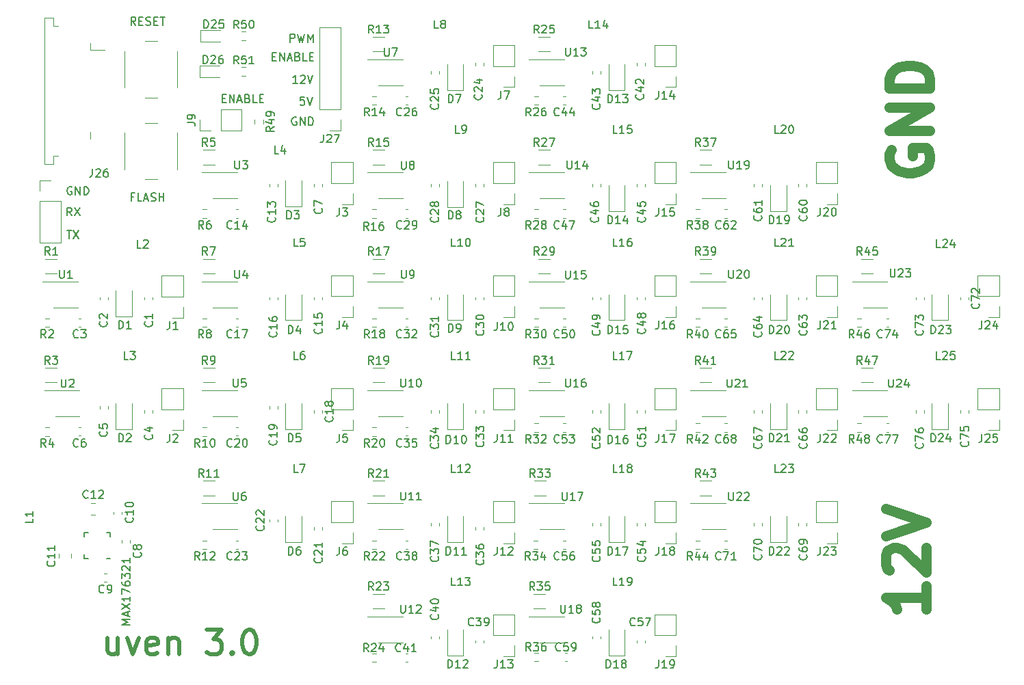
<source format=gbr>
%TF.GenerationSoftware,KiCad,Pcbnew,5.1.10-88a1d61d58~90~ubuntu20.04.1*%
%TF.CreationDate,2021-12-30T14:19:47+01:00*%
%TF.ProjectId,MTSM340UV2-F5120S-current-driver,4d54534d-3334-4305-9556-322d46353132,rev?*%
%TF.SameCoordinates,Original*%
%TF.FileFunction,Legend,Top*%
%TF.FilePolarity,Positive*%
%FSLAX46Y46*%
G04 Gerber Fmt 4.6, Leading zero omitted, Abs format (unit mm)*
G04 Created by KiCad (PCBNEW 5.1.10-88a1d61d58~90~ubuntu20.04.1) date 2021-12-30 14:19:47*
%MOMM*%
%LPD*%
G01*
G04 APERTURE LIST*
%ADD10C,0.500000*%
%ADD11C,0.150000*%
%ADD12C,1.250000*%
%ADD13C,0.120000*%
G04 APERTURE END LIST*
D10*
X59242857Y-156557142D02*
X59242857Y-158557142D01*
X57957142Y-156557142D02*
X57957142Y-158128571D01*
X58100000Y-158414285D01*
X58385714Y-158557142D01*
X58814285Y-158557142D01*
X59100000Y-158414285D01*
X59242857Y-158271428D01*
X60385714Y-156557142D02*
X61100000Y-158557142D01*
X61814285Y-156557142D01*
X64100000Y-158414285D02*
X63814285Y-158557142D01*
X63242857Y-158557142D01*
X62957142Y-158414285D01*
X62814285Y-158128571D01*
X62814285Y-156985714D01*
X62957142Y-156700000D01*
X63242857Y-156557142D01*
X63814285Y-156557142D01*
X64100000Y-156700000D01*
X64242857Y-156985714D01*
X64242857Y-157271428D01*
X62814285Y-157557142D01*
X65528571Y-156557142D02*
X65528571Y-158557142D01*
X65528571Y-156842857D02*
X65671428Y-156700000D01*
X65957142Y-156557142D01*
X66385714Y-156557142D01*
X66671428Y-156700000D01*
X66814285Y-156985714D01*
X66814285Y-158557142D01*
X70242857Y-155557142D02*
X72100000Y-155557142D01*
X71100000Y-156700000D01*
X71528571Y-156700000D01*
X71814285Y-156842857D01*
X71957142Y-156985714D01*
X72100000Y-157271428D01*
X72100000Y-157985714D01*
X71957142Y-158271428D01*
X71814285Y-158414285D01*
X71528571Y-158557142D01*
X70671428Y-158557142D01*
X70385714Y-158414285D01*
X70242857Y-158271428D01*
X73385714Y-158271428D02*
X73528571Y-158414285D01*
X73385714Y-158557142D01*
X73242857Y-158414285D01*
X73385714Y-158271428D01*
X73385714Y-158557142D01*
X75385714Y-155557142D02*
X75671428Y-155557142D01*
X75957142Y-155700000D01*
X76100000Y-155842857D01*
X76242857Y-156128571D01*
X76385714Y-156700000D01*
X76385714Y-157414285D01*
X76242857Y-157985714D01*
X76100000Y-158271428D01*
X75957142Y-158414285D01*
X75671428Y-158557142D01*
X75385714Y-158557142D01*
X75100000Y-158414285D01*
X74957142Y-158271428D01*
X74814285Y-157985714D01*
X74671428Y-157414285D01*
X74671428Y-156700000D01*
X74814285Y-156128571D01*
X74957142Y-155842857D01*
X75100000Y-155700000D01*
X75385714Y-155557142D01*
D11*
X81338095Y-92100000D02*
X81242857Y-92052380D01*
X81100000Y-92052380D01*
X80957142Y-92100000D01*
X80861904Y-92195238D01*
X80814285Y-92290476D01*
X80766666Y-92480952D01*
X80766666Y-92623809D01*
X80814285Y-92814285D01*
X80861904Y-92909523D01*
X80957142Y-93004761D01*
X81100000Y-93052380D01*
X81195238Y-93052380D01*
X81338095Y-93004761D01*
X81385714Y-92957142D01*
X81385714Y-92623809D01*
X81195238Y-92623809D01*
X81814285Y-93052380D02*
X81814285Y-92052380D01*
X82385714Y-93052380D01*
X82385714Y-92052380D01*
X82861904Y-93052380D02*
X82861904Y-92052380D01*
X83100000Y-92052380D01*
X83242857Y-92100000D01*
X83338095Y-92195238D01*
X83385714Y-92290476D01*
X83433333Y-92480952D01*
X83433333Y-92623809D01*
X83385714Y-92814285D01*
X83338095Y-92909523D01*
X83242857Y-93004761D01*
X83100000Y-93052380D01*
X82861904Y-93052380D01*
X82309523Y-89552380D02*
X81833333Y-89552380D01*
X81785714Y-90028571D01*
X81833333Y-89980952D01*
X81928571Y-89933333D01*
X82166666Y-89933333D01*
X82261904Y-89980952D01*
X82309523Y-90028571D01*
X82357142Y-90123809D01*
X82357142Y-90361904D01*
X82309523Y-90457142D01*
X82261904Y-90504761D01*
X82166666Y-90552380D01*
X81928571Y-90552380D01*
X81833333Y-90504761D01*
X81785714Y-90457142D01*
X82642857Y-89552380D02*
X82976190Y-90552380D01*
X83309523Y-89552380D01*
X81480952Y-87852380D02*
X80909523Y-87852380D01*
X81195238Y-87852380D02*
X81195238Y-86852380D01*
X81100000Y-86995238D01*
X81004761Y-87090476D01*
X80909523Y-87138095D01*
X81861904Y-86947619D02*
X81909523Y-86900000D01*
X82004761Y-86852380D01*
X82242857Y-86852380D01*
X82338095Y-86900000D01*
X82385714Y-86947619D01*
X82433333Y-87042857D01*
X82433333Y-87138095D01*
X82385714Y-87280952D01*
X81814285Y-87852380D01*
X82433333Y-87852380D01*
X82719047Y-86852380D02*
X83052380Y-87852380D01*
X83385714Y-86852380D01*
X78376190Y-84528571D02*
X78709523Y-84528571D01*
X78852380Y-85052380D02*
X78376190Y-85052380D01*
X78376190Y-84052380D01*
X78852380Y-84052380D01*
X79280952Y-85052380D02*
X79280952Y-84052380D01*
X79852380Y-85052380D01*
X79852380Y-84052380D01*
X80280952Y-84766666D02*
X80757142Y-84766666D01*
X80185714Y-85052380D02*
X80519047Y-84052380D01*
X80852380Y-85052380D01*
X81519047Y-84528571D02*
X81661904Y-84576190D01*
X81709523Y-84623809D01*
X81757142Y-84719047D01*
X81757142Y-84861904D01*
X81709523Y-84957142D01*
X81661904Y-85004761D01*
X81566666Y-85052380D01*
X81185714Y-85052380D01*
X81185714Y-84052380D01*
X81519047Y-84052380D01*
X81614285Y-84100000D01*
X81661904Y-84147619D01*
X81709523Y-84242857D01*
X81709523Y-84338095D01*
X81661904Y-84433333D01*
X81614285Y-84480952D01*
X81519047Y-84528571D01*
X81185714Y-84528571D01*
X82661904Y-85052380D02*
X82185714Y-85052380D01*
X82185714Y-84052380D01*
X82995238Y-84528571D02*
X83328571Y-84528571D01*
X83471428Y-85052380D02*
X82995238Y-85052380D01*
X82995238Y-84052380D01*
X83471428Y-84052380D01*
X80595238Y-82752380D02*
X80595238Y-81752380D01*
X80976190Y-81752380D01*
X81071428Y-81800000D01*
X81119047Y-81847619D01*
X81166666Y-81942857D01*
X81166666Y-82085714D01*
X81119047Y-82180952D01*
X81071428Y-82228571D01*
X80976190Y-82276190D01*
X80595238Y-82276190D01*
X81500000Y-81752380D02*
X81738095Y-82752380D01*
X81928571Y-82038095D01*
X82119047Y-82752380D01*
X82357142Y-81752380D01*
X82738095Y-82752380D02*
X82738095Y-81752380D01*
X83071428Y-82466666D01*
X83404761Y-81752380D01*
X83404761Y-82752380D01*
D12*
X155000000Y-96109523D02*
X154761904Y-96585714D01*
X154761904Y-97300000D01*
X155000000Y-98014285D01*
X155476190Y-98490476D01*
X155952380Y-98728571D01*
X156904761Y-98966666D01*
X157619047Y-98966666D01*
X158571428Y-98728571D01*
X159047619Y-98490476D01*
X159523809Y-98014285D01*
X159761904Y-97300000D01*
X159761904Y-96823809D01*
X159523809Y-96109523D01*
X159285714Y-95871428D01*
X157619047Y-95871428D01*
X157619047Y-96823809D01*
X159761904Y-93728571D02*
X154761904Y-93728571D01*
X159761904Y-90871428D01*
X154761904Y-90871428D01*
X159761904Y-88490476D02*
X154761904Y-88490476D01*
X154761904Y-87300000D01*
X155000000Y-86585714D01*
X155476190Y-86109523D01*
X155952380Y-85871428D01*
X156904761Y-85633333D01*
X157619047Y-85633333D01*
X158571428Y-85871428D01*
X159047619Y-86109523D01*
X159523809Y-86585714D01*
X159761904Y-87300000D01*
X159761904Y-88490476D01*
X159261904Y-150095238D02*
X159261904Y-152952380D01*
X159261904Y-151523809D02*
X154261904Y-151523809D01*
X154976190Y-152000000D01*
X155452380Y-152476190D01*
X155690476Y-152952380D01*
X154738095Y-148190476D02*
X154500000Y-147952380D01*
X154261904Y-147476190D01*
X154261904Y-146285714D01*
X154500000Y-145809523D01*
X154738095Y-145571428D01*
X155214285Y-145333333D01*
X155690476Y-145333333D01*
X156404761Y-145571428D01*
X159261904Y-148428571D01*
X159261904Y-145333333D01*
X154261904Y-143904761D02*
X159261904Y-142238095D01*
X154261904Y-140571428D01*
D11*
X72176190Y-89728571D02*
X72509523Y-89728571D01*
X72652380Y-90252380D02*
X72176190Y-90252380D01*
X72176190Y-89252380D01*
X72652380Y-89252380D01*
X73080952Y-90252380D02*
X73080952Y-89252380D01*
X73652380Y-90252380D01*
X73652380Y-89252380D01*
X74080952Y-89966666D02*
X74557142Y-89966666D01*
X73985714Y-90252380D02*
X74319047Y-89252380D01*
X74652380Y-90252380D01*
X75319047Y-89728571D02*
X75461904Y-89776190D01*
X75509523Y-89823809D01*
X75557142Y-89919047D01*
X75557142Y-90061904D01*
X75509523Y-90157142D01*
X75461904Y-90204761D01*
X75366666Y-90252380D01*
X74985714Y-90252380D01*
X74985714Y-89252380D01*
X75319047Y-89252380D01*
X75414285Y-89300000D01*
X75461904Y-89347619D01*
X75509523Y-89442857D01*
X75509523Y-89538095D01*
X75461904Y-89633333D01*
X75414285Y-89680952D01*
X75319047Y-89728571D01*
X74985714Y-89728571D01*
X76461904Y-90252380D02*
X75985714Y-90252380D01*
X75985714Y-89252380D01*
X76795238Y-89728571D02*
X77128571Y-89728571D01*
X77271428Y-90252380D02*
X76795238Y-90252380D01*
X76795238Y-89252380D01*
X77271428Y-89252380D01*
X52938095Y-106052380D02*
X53509523Y-106052380D01*
X53223809Y-107052380D02*
X53223809Y-106052380D01*
X53747619Y-106052380D02*
X54414285Y-107052380D01*
X54414285Y-106052380D02*
X53747619Y-107052380D01*
X53533333Y-104252380D02*
X53200000Y-103776190D01*
X52961904Y-104252380D02*
X52961904Y-103252380D01*
X53342857Y-103252380D01*
X53438095Y-103300000D01*
X53485714Y-103347619D01*
X53533333Y-103442857D01*
X53533333Y-103585714D01*
X53485714Y-103680952D01*
X53438095Y-103728571D01*
X53342857Y-103776190D01*
X52961904Y-103776190D01*
X53866666Y-103252380D02*
X54533333Y-104252380D01*
X54533333Y-103252380D02*
X53866666Y-104252380D01*
X53538095Y-100700000D02*
X53442857Y-100652380D01*
X53300000Y-100652380D01*
X53157142Y-100700000D01*
X53061904Y-100795238D01*
X53014285Y-100890476D01*
X52966666Y-101080952D01*
X52966666Y-101223809D01*
X53014285Y-101414285D01*
X53061904Y-101509523D01*
X53157142Y-101604761D01*
X53300000Y-101652380D01*
X53395238Y-101652380D01*
X53538095Y-101604761D01*
X53585714Y-101557142D01*
X53585714Y-101223809D01*
X53395238Y-101223809D01*
X54014285Y-101652380D02*
X54014285Y-100652380D01*
X54585714Y-101652380D01*
X54585714Y-100652380D01*
X55061904Y-101652380D02*
X55061904Y-100652380D01*
X55300000Y-100652380D01*
X55442857Y-100700000D01*
X55538095Y-100795238D01*
X55585714Y-100890476D01*
X55633333Y-101080952D01*
X55633333Y-101223809D01*
X55585714Y-101414285D01*
X55538095Y-101509523D01*
X55442857Y-101604761D01*
X55300000Y-101652380D01*
X55061904Y-101652380D01*
X61209523Y-101928571D02*
X60876190Y-101928571D01*
X60876190Y-102452380D02*
X60876190Y-101452380D01*
X61352380Y-101452380D01*
X62209523Y-102452380D02*
X61733333Y-102452380D01*
X61733333Y-101452380D01*
X62495238Y-102166666D02*
X62971428Y-102166666D01*
X62400000Y-102452380D02*
X62733333Y-101452380D01*
X63066666Y-102452380D01*
X63352380Y-102404761D02*
X63495238Y-102452380D01*
X63733333Y-102452380D01*
X63828571Y-102404761D01*
X63876190Y-102357142D01*
X63923809Y-102261904D01*
X63923809Y-102166666D01*
X63876190Y-102071428D01*
X63828571Y-102023809D01*
X63733333Y-101976190D01*
X63542857Y-101928571D01*
X63447619Y-101880952D01*
X63400000Y-101833333D01*
X63352380Y-101738095D01*
X63352380Y-101642857D01*
X63400000Y-101547619D01*
X63447619Y-101500000D01*
X63542857Y-101452380D01*
X63780952Y-101452380D01*
X63923809Y-101500000D01*
X64352380Y-102452380D02*
X64352380Y-101452380D01*
X64352380Y-101928571D02*
X64923809Y-101928571D01*
X64923809Y-102452380D02*
X64923809Y-101452380D01*
X61447619Y-80652380D02*
X61114285Y-80176190D01*
X60876190Y-80652380D02*
X60876190Y-79652380D01*
X61257142Y-79652380D01*
X61352380Y-79700000D01*
X61400000Y-79747619D01*
X61447619Y-79842857D01*
X61447619Y-79985714D01*
X61400000Y-80080952D01*
X61352380Y-80128571D01*
X61257142Y-80176190D01*
X60876190Y-80176190D01*
X61876190Y-80128571D02*
X62209523Y-80128571D01*
X62352380Y-80652380D02*
X61876190Y-80652380D01*
X61876190Y-79652380D01*
X62352380Y-79652380D01*
X62733333Y-80604761D02*
X62876190Y-80652380D01*
X63114285Y-80652380D01*
X63209523Y-80604761D01*
X63257142Y-80557142D01*
X63304761Y-80461904D01*
X63304761Y-80366666D01*
X63257142Y-80271428D01*
X63209523Y-80223809D01*
X63114285Y-80176190D01*
X62923809Y-80128571D01*
X62828571Y-80080952D01*
X62780952Y-80033333D01*
X62733333Y-79938095D01*
X62733333Y-79842857D01*
X62780952Y-79747619D01*
X62828571Y-79700000D01*
X62923809Y-79652380D01*
X63161904Y-79652380D01*
X63304761Y-79700000D01*
X63733333Y-80128571D02*
X64066666Y-80128571D01*
X64209523Y-80652380D02*
X63733333Y-80652380D01*
X63733333Y-79652380D01*
X64209523Y-79652380D01*
X64495238Y-79652380D02*
X65066666Y-79652380D01*
X64780952Y-80652380D02*
X64780952Y-79652380D01*
D13*
%TO.C,C1*%
X63510000Y-114359733D02*
X63510000Y-114652267D01*
X62490000Y-114359733D02*
X62490000Y-114652267D01*
%TO.C,C2*%
X56990000Y-114353733D02*
X56990000Y-114646267D01*
X58010000Y-114353733D02*
X58010000Y-114646267D01*
%TO.C,C3*%
X54646267Y-116990000D02*
X54353733Y-116990000D01*
X54646267Y-118010000D02*
X54353733Y-118010000D01*
%TO.C,C4*%
X62490000Y-128353733D02*
X62490000Y-128646267D01*
X63510000Y-128353733D02*
X63510000Y-128646267D01*
%TO.C,C5*%
X58010000Y-127853733D02*
X58010000Y-128146267D01*
X56990000Y-127853733D02*
X56990000Y-128146267D01*
%TO.C,C6*%
X54646267Y-130490000D02*
X54353733Y-130490000D01*
X54646267Y-131510000D02*
X54353733Y-131510000D01*
%TO.C,C7*%
X84510000Y-100353733D02*
X84510000Y-100646267D01*
X83490000Y-100353733D02*
X83490000Y-100646267D01*
%TO.C,C13*%
X79010000Y-100353733D02*
X79010000Y-100646267D01*
X77990000Y-100353733D02*
X77990000Y-100646267D01*
%TO.C,C14*%
X74146267Y-103490000D02*
X73853733Y-103490000D01*
X74146267Y-104510000D02*
X73853733Y-104510000D01*
%TO.C,C15*%
X84510000Y-114353733D02*
X84510000Y-114646267D01*
X83490000Y-114353733D02*
X83490000Y-114646267D01*
%TO.C,C16*%
X77990000Y-114353733D02*
X77990000Y-114646267D01*
X79010000Y-114353733D02*
X79010000Y-114646267D01*
%TO.C,C17*%
X74146267Y-118010000D02*
X73853733Y-118010000D01*
X74146267Y-116990000D02*
X73853733Y-116990000D01*
%TO.C,C18*%
X84510000Y-128353733D02*
X84510000Y-128646267D01*
X83490000Y-128353733D02*
X83490000Y-128646267D01*
%TO.C,C19*%
X79010000Y-127853733D02*
X79010000Y-128146267D01*
X77990000Y-127853733D02*
X77990000Y-128146267D01*
%TO.C,C20*%
X74146267Y-130490000D02*
X73853733Y-130490000D01*
X74146267Y-131510000D02*
X73853733Y-131510000D01*
%TO.C,C21*%
X83490000Y-142853733D02*
X83490000Y-143146267D01*
X84510000Y-142853733D02*
X84510000Y-143146267D01*
%TO.C,C22*%
X77990000Y-141853733D02*
X77990000Y-142146267D01*
X79010000Y-141853733D02*
X79010000Y-142146267D01*
%TO.C,C23*%
X74146267Y-144490000D02*
X73853733Y-144490000D01*
X74146267Y-145510000D02*
X73853733Y-145510000D01*
%TO.C,C24*%
X103490000Y-85353733D02*
X103490000Y-85646267D01*
X104510000Y-85353733D02*
X104510000Y-85646267D01*
%TO.C,C25*%
X99010000Y-86353733D02*
X99010000Y-86646267D01*
X97990000Y-86353733D02*
X97990000Y-86646267D01*
%TO.C,C26*%
X95146267Y-89490000D02*
X94853733Y-89490000D01*
X95146267Y-90510000D02*
X94853733Y-90510000D01*
%TO.C,C27*%
X103490000Y-100353733D02*
X103490000Y-100646267D01*
X104510000Y-100353733D02*
X104510000Y-100646267D01*
%TO.C,C28*%
X97990000Y-100353733D02*
X97990000Y-100646267D01*
X99010000Y-100353733D02*
X99010000Y-100646267D01*
%TO.C,C29*%
X95146267Y-104510000D02*
X94853733Y-104510000D01*
X95146267Y-103490000D02*
X94853733Y-103490000D01*
%TO.C,C30*%
X103490000Y-114353733D02*
X103490000Y-114646267D01*
X104510000Y-114353733D02*
X104510000Y-114646267D01*
%TO.C,C31*%
X99010000Y-114353733D02*
X99010000Y-114646267D01*
X97990000Y-114353733D02*
X97990000Y-114646267D01*
%TO.C,C32*%
X95146267Y-118010000D02*
X94853733Y-118010000D01*
X95146267Y-116990000D02*
X94853733Y-116990000D01*
%TO.C,C33*%
X103490000Y-128353733D02*
X103490000Y-128646267D01*
X104510000Y-128353733D02*
X104510000Y-128646267D01*
%TO.C,C34*%
X97990000Y-128353733D02*
X97990000Y-128646267D01*
X99010000Y-128353733D02*
X99010000Y-128646267D01*
%TO.C,C35*%
X95146267Y-130490000D02*
X94853733Y-130490000D01*
X95146267Y-131510000D02*
X94853733Y-131510000D01*
%TO.C,C36*%
X104510000Y-142853733D02*
X104510000Y-143146267D01*
X103490000Y-142853733D02*
X103490000Y-143146267D01*
%TO.C,C37*%
X99010000Y-142353733D02*
X99010000Y-142646267D01*
X97990000Y-142353733D02*
X97990000Y-142646267D01*
%TO.C,C38*%
X95146267Y-144490000D02*
X94853733Y-144490000D01*
X95146267Y-145510000D02*
X94853733Y-145510000D01*
%TO.C,C39*%
X103490000Y-156853733D02*
X103490000Y-157146267D01*
X104510000Y-156853733D02*
X104510000Y-157146267D01*
%TO.C,C40*%
X97990000Y-156353733D02*
X97990000Y-156646267D01*
X99010000Y-156353733D02*
X99010000Y-156646267D01*
%TO.C,C41*%
X95146267Y-159510000D02*
X94853733Y-159510000D01*
X95146267Y-158490000D02*
X94853733Y-158490000D01*
%TO.C,C42*%
X124510000Y-85353733D02*
X124510000Y-85646267D01*
X123490000Y-85353733D02*
X123490000Y-85646267D01*
%TO.C,C43*%
X119010000Y-86353733D02*
X119010000Y-86646267D01*
X117990000Y-86353733D02*
X117990000Y-86646267D01*
%TO.C,C44*%
X114646267Y-90510000D02*
X114353733Y-90510000D01*
X114646267Y-89490000D02*
X114353733Y-89490000D01*
%TO.C,C45*%
X124510000Y-100353733D02*
X124510000Y-100646267D01*
X123490000Y-100353733D02*
X123490000Y-100646267D01*
%TO.C,C46*%
X119010000Y-100353733D02*
X119010000Y-100646267D01*
X117990000Y-100353733D02*
X117990000Y-100646267D01*
%TO.C,C47*%
X114646267Y-104510000D02*
X114353733Y-104510000D01*
X114646267Y-103490000D02*
X114353733Y-103490000D01*
%TO.C,C48*%
X123490000Y-114353733D02*
X123490000Y-114646267D01*
X124510000Y-114353733D02*
X124510000Y-114646267D01*
%TO.C,C49*%
X119010000Y-114353733D02*
X119010000Y-114646267D01*
X117990000Y-114353733D02*
X117990000Y-114646267D01*
%TO.C,C50*%
X114646267Y-116990000D02*
X114353733Y-116990000D01*
X114646267Y-118010000D02*
X114353733Y-118010000D01*
%TO.C,C51*%
X123490000Y-128353733D02*
X123490000Y-128646267D01*
X124510000Y-128353733D02*
X124510000Y-128646267D01*
%TO.C,C52*%
X119010000Y-128353733D02*
X119010000Y-128646267D01*
X117990000Y-128353733D02*
X117990000Y-128646267D01*
%TO.C,C53*%
X114646267Y-129990000D02*
X114353733Y-129990000D01*
X114646267Y-131010000D02*
X114353733Y-131010000D01*
%TO.C,C54*%
X124510000Y-142353733D02*
X124510000Y-142646267D01*
X123490000Y-142353733D02*
X123490000Y-142646267D01*
%TO.C,C55*%
X117990000Y-142353733D02*
X117990000Y-142646267D01*
X119010000Y-142353733D02*
X119010000Y-142646267D01*
%TO.C,C56*%
X114646267Y-144490000D02*
X114353733Y-144490000D01*
X114646267Y-145510000D02*
X114353733Y-145510000D01*
%TO.C,C57*%
X124510000Y-156853733D02*
X124510000Y-157146267D01*
X123490000Y-156853733D02*
X123490000Y-157146267D01*
%TO.C,C58*%
X117990000Y-156353733D02*
X117990000Y-156646267D01*
X119010000Y-156353733D02*
X119010000Y-156646267D01*
%TO.C,C59*%
X114846267Y-159410000D02*
X114553733Y-159410000D01*
X114846267Y-158390000D02*
X114553733Y-158390000D01*
%TO.C,C60*%
X144510000Y-100353733D02*
X144510000Y-100646267D01*
X143490000Y-100353733D02*
X143490000Y-100646267D01*
%TO.C,C61*%
X139010000Y-100353733D02*
X139010000Y-100646267D01*
X137990000Y-100353733D02*
X137990000Y-100646267D01*
%TO.C,C62*%
X134646267Y-103490000D02*
X134353733Y-103490000D01*
X134646267Y-104510000D02*
X134353733Y-104510000D01*
%TO.C,C63*%
X143490000Y-114353733D02*
X143490000Y-114646267D01*
X144510000Y-114353733D02*
X144510000Y-114646267D01*
%TO.C,C64*%
X137990000Y-114353733D02*
X137990000Y-114646267D01*
X139010000Y-114353733D02*
X139010000Y-114646267D01*
%TO.C,C65*%
X134646267Y-118010000D02*
X134353733Y-118010000D01*
X134646267Y-116990000D02*
X134353733Y-116990000D01*
%TO.C,C66*%
X143490000Y-128353733D02*
X143490000Y-128646267D01*
X144510000Y-128353733D02*
X144510000Y-128646267D01*
%TO.C,C67*%
X139010000Y-128353733D02*
X139010000Y-128646267D01*
X137990000Y-128353733D02*
X137990000Y-128646267D01*
%TO.C,C68*%
X134646267Y-129990000D02*
X134353733Y-129990000D01*
X134646267Y-131010000D02*
X134353733Y-131010000D01*
%TO.C,C69*%
X144510000Y-142353733D02*
X144510000Y-142646267D01*
X143490000Y-142353733D02*
X143490000Y-142646267D01*
%TO.C,C70*%
X139010000Y-142353733D02*
X139010000Y-142646267D01*
X137990000Y-142353733D02*
X137990000Y-142646267D01*
%TO.C,C71*%
X134646267Y-145510000D02*
X134353733Y-145510000D01*
X134646267Y-144490000D02*
X134353733Y-144490000D01*
%TO.C,C72*%
X163490000Y-114353733D02*
X163490000Y-114646267D01*
X164510000Y-114353733D02*
X164510000Y-114646267D01*
%TO.C,C73*%
X159010000Y-114353733D02*
X159010000Y-114646267D01*
X157990000Y-114353733D02*
X157990000Y-114646267D01*
%TO.C,C74*%
X154646267Y-116990000D02*
X154353733Y-116990000D01*
X154646267Y-118010000D02*
X154353733Y-118010000D01*
%TO.C,C75*%
X164510000Y-128353733D02*
X164510000Y-128646267D01*
X163490000Y-128353733D02*
X163490000Y-128646267D01*
%TO.C,C76*%
X157990000Y-128353733D02*
X157990000Y-128646267D01*
X159010000Y-128353733D02*
X159010000Y-128646267D01*
%TO.C,C77*%
X154646267Y-131010000D02*
X154353733Y-131010000D01*
X154646267Y-129990000D02*
X154353733Y-129990000D01*
%TO.C,J1*%
X67330000Y-111670000D02*
X64670000Y-111670000D01*
X67330000Y-114270000D02*
X67330000Y-111670000D01*
X64670000Y-114270000D02*
X64670000Y-111670000D01*
X67330000Y-114270000D02*
X64670000Y-114270000D01*
X67330000Y-115540000D02*
X67330000Y-116870000D01*
X67330000Y-116870000D02*
X66000000Y-116870000D01*
%TO.C,J2*%
X67330000Y-130830000D02*
X66000000Y-130830000D01*
X67330000Y-129500000D02*
X67330000Y-130830000D01*
X67330000Y-128230000D02*
X64670000Y-128230000D01*
X64670000Y-128230000D02*
X64670000Y-125630000D01*
X67330000Y-128230000D02*
X67330000Y-125630000D01*
X67330000Y-125630000D02*
X64670000Y-125630000D01*
%TO.C,J3*%
X88330000Y-97630000D02*
X85670000Y-97630000D01*
X88330000Y-100230000D02*
X88330000Y-97630000D01*
X85670000Y-100230000D02*
X85670000Y-97630000D01*
X88330000Y-100230000D02*
X85670000Y-100230000D01*
X88330000Y-101500000D02*
X88330000Y-102830000D01*
X88330000Y-102830000D02*
X87000000Y-102830000D01*
%TO.C,J4*%
X88330000Y-116830000D02*
X87000000Y-116830000D01*
X88330000Y-115500000D02*
X88330000Y-116830000D01*
X88330000Y-114230000D02*
X85670000Y-114230000D01*
X85670000Y-114230000D02*
X85670000Y-111630000D01*
X88330000Y-114230000D02*
X88330000Y-111630000D01*
X88330000Y-111630000D02*
X85670000Y-111630000D01*
%TO.C,J5*%
X88330000Y-125630000D02*
X85670000Y-125630000D01*
X88330000Y-128230000D02*
X88330000Y-125630000D01*
X85670000Y-128230000D02*
X85670000Y-125630000D01*
X88330000Y-128230000D02*
X85670000Y-128230000D01*
X88330000Y-129500000D02*
X88330000Y-130830000D01*
X88330000Y-130830000D02*
X87000000Y-130830000D01*
%TO.C,J6*%
X88330000Y-144830000D02*
X87000000Y-144830000D01*
X88330000Y-143500000D02*
X88330000Y-144830000D01*
X88330000Y-142230000D02*
X85670000Y-142230000D01*
X85670000Y-142230000D02*
X85670000Y-139630000D01*
X88330000Y-142230000D02*
X88330000Y-139630000D01*
X88330000Y-139630000D02*
X85670000Y-139630000D01*
%TO.C,J7*%
X108330000Y-83130000D02*
X105670000Y-83130000D01*
X108330000Y-85730000D02*
X108330000Y-83130000D01*
X105670000Y-85730000D02*
X105670000Y-83130000D01*
X108330000Y-85730000D02*
X105670000Y-85730000D01*
X108330000Y-87000000D02*
X108330000Y-88330000D01*
X108330000Y-88330000D02*
X107000000Y-88330000D01*
%TO.C,J8*%
X108330000Y-102830000D02*
X107000000Y-102830000D01*
X108330000Y-101500000D02*
X108330000Y-102830000D01*
X108330000Y-100230000D02*
X105670000Y-100230000D01*
X105670000Y-100230000D02*
X105670000Y-97630000D01*
X108330000Y-100230000D02*
X108330000Y-97630000D01*
X108330000Y-97630000D02*
X105670000Y-97630000D01*
%TO.C,J9*%
X69370000Y-93730000D02*
X69370000Y-92400000D01*
X70700000Y-93730000D02*
X69370000Y-93730000D01*
X71970000Y-93730000D02*
X71970000Y-91070000D01*
X71970000Y-91070000D02*
X74570000Y-91070000D01*
X71970000Y-93730000D02*
X74570000Y-93730000D01*
X74570000Y-93730000D02*
X74570000Y-91070000D01*
%TO.C,J10*%
X108330000Y-111630000D02*
X105670000Y-111630000D01*
X108330000Y-114230000D02*
X108330000Y-111630000D01*
X105670000Y-114230000D02*
X105670000Y-111630000D01*
X108330000Y-114230000D02*
X105670000Y-114230000D01*
X108330000Y-115500000D02*
X108330000Y-116830000D01*
X108330000Y-116830000D02*
X107000000Y-116830000D01*
%TO.C,J11*%
X108330000Y-130830000D02*
X107000000Y-130830000D01*
X108330000Y-129500000D02*
X108330000Y-130830000D01*
X108330000Y-128230000D02*
X105670000Y-128230000D01*
X105670000Y-128230000D02*
X105670000Y-125630000D01*
X108330000Y-128230000D02*
X108330000Y-125630000D01*
X108330000Y-125630000D02*
X105670000Y-125630000D01*
%TO.C,J12*%
X108330000Y-139630000D02*
X105670000Y-139630000D01*
X108330000Y-142230000D02*
X108330000Y-139630000D01*
X105670000Y-142230000D02*
X105670000Y-139630000D01*
X108330000Y-142230000D02*
X105670000Y-142230000D01*
X108330000Y-143500000D02*
X108330000Y-144830000D01*
X108330000Y-144830000D02*
X107000000Y-144830000D01*
%TO.C,J13*%
X108330000Y-158830000D02*
X107000000Y-158830000D01*
X108330000Y-157500000D02*
X108330000Y-158830000D01*
X108330000Y-156230000D02*
X105670000Y-156230000D01*
X105670000Y-156230000D02*
X105670000Y-153630000D01*
X108330000Y-156230000D02*
X108330000Y-153630000D01*
X108330000Y-153630000D02*
X105670000Y-153630000D01*
%TO.C,J14*%
X128330000Y-83130000D02*
X125670000Y-83130000D01*
X128330000Y-85730000D02*
X128330000Y-83130000D01*
X125670000Y-85730000D02*
X125670000Y-83130000D01*
X128330000Y-85730000D02*
X125670000Y-85730000D01*
X128330000Y-87000000D02*
X128330000Y-88330000D01*
X128330000Y-88330000D02*
X127000000Y-88330000D01*
%TO.C,J15*%
X128330000Y-97630000D02*
X125670000Y-97630000D01*
X128330000Y-100230000D02*
X128330000Y-97630000D01*
X125670000Y-100230000D02*
X125670000Y-97630000D01*
X128330000Y-100230000D02*
X125670000Y-100230000D01*
X128330000Y-101500000D02*
X128330000Y-102830000D01*
X128330000Y-102830000D02*
X127000000Y-102830000D01*
%TO.C,J16*%
X128330000Y-111630000D02*
X125670000Y-111630000D01*
X128330000Y-114230000D02*
X128330000Y-111630000D01*
X125670000Y-114230000D02*
X125670000Y-111630000D01*
X128330000Y-114230000D02*
X125670000Y-114230000D01*
X128330000Y-115500000D02*
X128330000Y-116830000D01*
X128330000Y-116830000D02*
X127000000Y-116830000D01*
%TO.C,J17*%
X128330000Y-130830000D02*
X127000000Y-130830000D01*
X128330000Y-129500000D02*
X128330000Y-130830000D01*
X128330000Y-128230000D02*
X125670000Y-128230000D01*
X125670000Y-128230000D02*
X125670000Y-125630000D01*
X128330000Y-128230000D02*
X128330000Y-125630000D01*
X128330000Y-125630000D02*
X125670000Y-125630000D01*
%TO.C,J18*%
X128330000Y-139630000D02*
X125670000Y-139630000D01*
X128330000Y-142230000D02*
X128330000Y-139630000D01*
X125670000Y-142230000D02*
X125670000Y-139630000D01*
X128330000Y-142230000D02*
X125670000Y-142230000D01*
X128330000Y-143500000D02*
X128330000Y-144830000D01*
X128330000Y-144830000D02*
X127000000Y-144830000D01*
%TO.C,J19*%
X128330000Y-158830000D02*
X127000000Y-158830000D01*
X128330000Y-157500000D02*
X128330000Y-158830000D01*
X128330000Y-156230000D02*
X125670000Y-156230000D01*
X125670000Y-156230000D02*
X125670000Y-153630000D01*
X128330000Y-156230000D02*
X128330000Y-153630000D01*
X128330000Y-153630000D02*
X125670000Y-153630000D01*
%TO.C,J20*%
X148330000Y-97630000D02*
X145670000Y-97630000D01*
X148330000Y-100230000D02*
X148330000Y-97630000D01*
X145670000Y-100230000D02*
X145670000Y-97630000D01*
X148330000Y-100230000D02*
X145670000Y-100230000D01*
X148330000Y-101500000D02*
X148330000Y-102830000D01*
X148330000Y-102830000D02*
X147000000Y-102830000D01*
%TO.C,J21*%
X148330000Y-116830000D02*
X147000000Y-116830000D01*
X148330000Y-115500000D02*
X148330000Y-116830000D01*
X148330000Y-114230000D02*
X145670000Y-114230000D01*
X145670000Y-114230000D02*
X145670000Y-111630000D01*
X148330000Y-114230000D02*
X148330000Y-111630000D01*
X148330000Y-111630000D02*
X145670000Y-111630000D01*
%TO.C,J22*%
X148330000Y-125630000D02*
X145670000Y-125630000D01*
X148330000Y-128230000D02*
X148330000Y-125630000D01*
X145670000Y-128230000D02*
X145670000Y-125630000D01*
X148330000Y-128230000D02*
X145670000Y-128230000D01*
X148330000Y-129500000D02*
X148330000Y-130830000D01*
X148330000Y-130830000D02*
X147000000Y-130830000D01*
%TO.C,J23*%
X148330000Y-144830000D02*
X147000000Y-144830000D01*
X148330000Y-143500000D02*
X148330000Y-144830000D01*
X148330000Y-142230000D02*
X145670000Y-142230000D01*
X145670000Y-142230000D02*
X145670000Y-139630000D01*
X148330000Y-142230000D02*
X148330000Y-139630000D01*
X148330000Y-139630000D02*
X145670000Y-139630000D01*
%TO.C,J24*%
X168330000Y-111630000D02*
X165670000Y-111630000D01*
X168330000Y-114230000D02*
X168330000Y-111630000D01*
X165670000Y-114230000D02*
X165670000Y-111630000D01*
X168330000Y-114230000D02*
X165670000Y-114230000D01*
X168330000Y-115500000D02*
X168330000Y-116830000D01*
X168330000Y-116830000D02*
X167000000Y-116830000D01*
%TO.C,J25*%
X168330000Y-130830000D02*
X167000000Y-130830000D01*
X168330000Y-129500000D02*
X168330000Y-130830000D01*
X168330000Y-128230000D02*
X165670000Y-128230000D01*
X165670000Y-128230000D02*
X165670000Y-125630000D01*
X168330000Y-128230000D02*
X168330000Y-125630000D01*
X168330000Y-125630000D02*
X165670000Y-125630000D01*
D11*
%TO.C,MAX176321*%
X55075000Y-146725000D02*
X55075000Y-146225000D01*
X58325000Y-143475000D02*
X58325000Y-143975000D01*
X55075000Y-143475000D02*
X55075000Y-143975000D01*
X58325000Y-146725000D02*
X57825000Y-146725000D01*
X58325000Y-143475000D02*
X57825000Y-143475000D01*
X55075000Y-143475000D02*
X55575000Y-143475000D01*
X55075000Y-146725000D02*
X55575000Y-146725000D01*
D13*
%TO.C,R1*%
X50272936Y-111410000D02*
X51727064Y-111410000D01*
X50272936Y-109590000D02*
X51727064Y-109590000D01*
%TO.C,R2*%
X50754724Y-118022500D02*
X50245276Y-118022500D01*
X50754724Y-116977500D02*
X50245276Y-116977500D01*
%TO.C,R3*%
X50272936Y-123090000D02*
X51727064Y-123090000D01*
X50272936Y-124910000D02*
X51727064Y-124910000D01*
%TO.C,R4*%
X50754724Y-130477500D02*
X50245276Y-130477500D01*
X50754724Y-131522500D02*
X50245276Y-131522500D01*
%TO.C,R5*%
X69772936Y-97910000D02*
X71227064Y-97910000D01*
X69772936Y-96090000D02*
X71227064Y-96090000D01*
%TO.C,R6*%
X70254724Y-103477500D02*
X69745276Y-103477500D01*
X70254724Y-104522500D02*
X69745276Y-104522500D01*
%TO.C,R7*%
X69772936Y-111410000D02*
X71227064Y-111410000D01*
X69772936Y-109590000D02*
X71227064Y-109590000D01*
%TO.C,R8*%
X70254724Y-118022500D02*
X69745276Y-118022500D01*
X70254724Y-116977500D02*
X69745276Y-116977500D01*
%TO.C,R9*%
X69772936Y-124910000D02*
X71227064Y-124910000D01*
X69772936Y-123090000D02*
X71227064Y-123090000D01*
%TO.C,R10*%
X70254724Y-130477500D02*
X69745276Y-130477500D01*
X70254724Y-131522500D02*
X69745276Y-131522500D01*
%TO.C,R11*%
X69772936Y-137090000D02*
X71227064Y-137090000D01*
X69772936Y-138910000D02*
X71227064Y-138910000D01*
%TO.C,R12*%
X70254724Y-145522500D02*
X69745276Y-145522500D01*
X70254724Y-144477500D02*
X69745276Y-144477500D01*
%TO.C,R13*%
X90772936Y-82090000D02*
X92227064Y-82090000D01*
X90772936Y-83910000D02*
X92227064Y-83910000D01*
%TO.C,R14*%
X91254724Y-90522500D02*
X90745276Y-90522500D01*
X91254724Y-89477500D02*
X90745276Y-89477500D01*
%TO.C,R15*%
X90772936Y-97910000D02*
X92227064Y-97910000D01*
X90772936Y-96090000D02*
X92227064Y-96090000D01*
%TO.C,R16*%
X91254724Y-104522500D02*
X90745276Y-104522500D01*
X91254724Y-103477500D02*
X90745276Y-103477500D01*
%TO.C,R17*%
X90772936Y-111410000D02*
X92227064Y-111410000D01*
X90772936Y-109590000D02*
X92227064Y-109590000D01*
%TO.C,R18*%
X91254724Y-116977500D02*
X90745276Y-116977500D01*
X91254724Y-118022500D02*
X90745276Y-118022500D01*
%TO.C,R19*%
X90772936Y-123090000D02*
X92227064Y-123090000D01*
X90772936Y-124910000D02*
X92227064Y-124910000D01*
%TO.C,R20*%
X91254724Y-131522500D02*
X90745276Y-131522500D01*
X91254724Y-130477500D02*
X90745276Y-130477500D01*
%TO.C,R21*%
X90772936Y-137090000D02*
X92227064Y-137090000D01*
X90772936Y-138910000D02*
X92227064Y-138910000D01*
%TO.C,R22*%
X91254724Y-144477500D02*
X90745276Y-144477500D01*
X91254724Y-145522500D02*
X90745276Y-145522500D01*
%TO.C,R23*%
X90772936Y-152910000D02*
X92227064Y-152910000D01*
X90772936Y-151090000D02*
X92227064Y-151090000D01*
%TO.C,R24*%
X91254724Y-158477500D02*
X90745276Y-158477500D01*
X91254724Y-159522500D02*
X90745276Y-159522500D01*
%TO.C,R25*%
X111272936Y-83910000D02*
X112727064Y-83910000D01*
X111272936Y-82090000D02*
X112727064Y-82090000D01*
%TO.C,R26*%
X111254724Y-89477500D02*
X110745276Y-89477500D01*
X111254724Y-90522500D02*
X110745276Y-90522500D01*
%TO.C,R27*%
X111272936Y-96090000D02*
X112727064Y-96090000D01*
X111272936Y-97910000D02*
X112727064Y-97910000D01*
%TO.C,R28*%
X111254724Y-103477500D02*
X110745276Y-103477500D01*
X111254724Y-104522500D02*
X110745276Y-104522500D01*
%TO.C,R29*%
X111272936Y-109590000D02*
X112727064Y-109590000D01*
X111272936Y-111410000D02*
X112727064Y-111410000D01*
%TO.C,R30*%
X111254724Y-118022500D02*
X110745276Y-118022500D01*
X111254724Y-116977500D02*
X110745276Y-116977500D01*
%TO.C,R31*%
X111272936Y-124910000D02*
X112727064Y-124910000D01*
X111272936Y-123090000D02*
X112727064Y-123090000D01*
%TO.C,R32*%
X111254724Y-131022500D02*
X110745276Y-131022500D01*
X111254724Y-129977500D02*
X110745276Y-129977500D01*
%TO.C,R33*%
X110772936Y-138910000D02*
X112227064Y-138910000D01*
X110772936Y-137090000D02*
X112227064Y-137090000D01*
%TO.C,R34*%
X111167224Y-145522500D02*
X110657776Y-145522500D01*
X111167224Y-144477500D02*
X110657776Y-144477500D01*
%TO.C,R35*%
X110722936Y-151090000D02*
X112177064Y-151090000D01*
X110722936Y-152910000D02*
X112177064Y-152910000D01*
%TO.C,R36*%
X111254724Y-159422500D02*
X110745276Y-159422500D01*
X111254724Y-158377500D02*
X110745276Y-158377500D01*
%TO.C,R37*%
X131272936Y-96090000D02*
X132727064Y-96090000D01*
X131272936Y-97910000D02*
X132727064Y-97910000D01*
%TO.C,R38*%
X131254724Y-103477500D02*
X130745276Y-103477500D01*
X131254724Y-104522500D02*
X130745276Y-104522500D01*
%TO.C,R39*%
X131272936Y-111410000D02*
X132727064Y-111410000D01*
X131272936Y-109590000D02*
X132727064Y-109590000D01*
%TO.C,R40*%
X131254724Y-118022500D02*
X130745276Y-118022500D01*
X131254724Y-116977500D02*
X130745276Y-116977500D01*
%TO.C,R41*%
X131272936Y-123090000D02*
X132727064Y-123090000D01*
X131272936Y-124910000D02*
X132727064Y-124910000D01*
%TO.C,R42*%
X131254724Y-129977500D02*
X130745276Y-129977500D01*
X131254724Y-131022500D02*
X130745276Y-131022500D01*
%TO.C,R43*%
X131272936Y-137090000D02*
X132727064Y-137090000D01*
X131272936Y-138910000D02*
X132727064Y-138910000D01*
%TO.C,R44*%
X131254724Y-144477500D02*
X130745276Y-144477500D01*
X131254724Y-145522500D02*
X130745276Y-145522500D01*
%TO.C,R45*%
X151272936Y-111410000D02*
X152727064Y-111410000D01*
X151272936Y-109590000D02*
X152727064Y-109590000D01*
%TO.C,R46*%
X151254724Y-118022500D02*
X150745276Y-118022500D01*
X151254724Y-116977500D02*
X150745276Y-116977500D01*
%TO.C,R47*%
X151272936Y-124910000D02*
X152727064Y-124910000D01*
X151272936Y-123090000D02*
X152727064Y-123090000D01*
%TO.C,R48*%
X151254724Y-129977500D02*
X150745276Y-129977500D01*
X151254724Y-131022500D02*
X150745276Y-131022500D01*
%TO.C,SW1*%
X62600000Y-89650000D02*
X64100000Y-89650000D01*
X66600000Y-88400000D02*
X66600000Y-83900000D01*
X64100000Y-82650000D02*
X62600000Y-82650000D01*
X60100000Y-83900000D02*
X60100000Y-88400000D01*
%TO.C,SW2*%
X60100000Y-94000000D02*
X60100000Y-98500000D01*
X64100000Y-92750000D02*
X62600000Y-92750000D01*
X66600000Y-98500000D02*
X66600000Y-94000000D01*
X62600000Y-99750000D02*
X64100000Y-99750000D01*
%TO.C,U1*%
X52784000Y-115610000D02*
X54284000Y-115610000D01*
X52784000Y-115610000D02*
X51284000Y-115610000D01*
X52784000Y-112390000D02*
X54284000Y-112390000D01*
X52784000Y-112390000D02*
X49909000Y-112390000D01*
%TO.C,U2*%
X53000000Y-129110000D02*
X54500000Y-129110000D01*
X53000000Y-129110000D02*
X51500000Y-129110000D01*
X53000000Y-125890000D02*
X54500000Y-125890000D01*
X53000000Y-125890000D02*
X50125000Y-125890000D01*
%TO.C,U3*%
X72500000Y-98890000D02*
X69625000Y-98890000D01*
X72500000Y-98890000D02*
X74000000Y-98890000D01*
X72500000Y-102110000D02*
X71000000Y-102110000D01*
X72500000Y-102110000D02*
X74000000Y-102110000D01*
%TO.C,U4*%
X72500000Y-115610000D02*
X74000000Y-115610000D01*
X72500000Y-115610000D02*
X71000000Y-115610000D01*
X72500000Y-112390000D02*
X74000000Y-112390000D01*
X72500000Y-112390000D02*
X69625000Y-112390000D01*
%TO.C,U5*%
X72500000Y-125890000D02*
X69625000Y-125890000D01*
X72500000Y-125890000D02*
X74000000Y-125890000D01*
X72500000Y-129110000D02*
X71000000Y-129110000D01*
X72500000Y-129110000D02*
X74000000Y-129110000D01*
%TO.C,U6*%
X72500000Y-143110000D02*
X74000000Y-143110000D01*
X72500000Y-143110000D02*
X71000000Y-143110000D01*
X72500000Y-139890000D02*
X74000000Y-139890000D01*
X72500000Y-139890000D02*
X69625000Y-139890000D01*
%TO.C,U7*%
X93000000Y-88110000D02*
X94500000Y-88110000D01*
X93000000Y-88110000D02*
X91500000Y-88110000D01*
X93000000Y-84890000D02*
X94500000Y-84890000D01*
X93000000Y-84890000D02*
X90125000Y-84890000D01*
%TO.C,U8*%
X93000000Y-102110000D02*
X94500000Y-102110000D01*
X93000000Y-102110000D02*
X91500000Y-102110000D01*
X93000000Y-98890000D02*
X94500000Y-98890000D01*
X93000000Y-98890000D02*
X90125000Y-98890000D01*
%TO.C,U9*%
X93000000Y-112390000D02*
X90125000Y-112390000D01*
X93000000Y-112390000D02*
X94500000Y-112390000D01*
X93000000Y-115610000D02*
X91500000Y-115610000D01*
X93000000Y-115610000D02*
X94500000Y-115610000D01*
%TO.C,U10*%
X93000000Y-129110000D02*
X94500000Y-129110000D01*
X93000000Y-129110000D02*
X91500000Y-129110000D01*
X93000000Y-125890000D02*
X94500000Y-125890000D01*
X93000000Y-125890000D02*
X90125000Y-125890000D01*
%TO.C,U11*%
X93000000Y-139850000D02*
X90125000Y-139850000D01*
X93000000Y-139850000D02*
X94500000Y-139850000D01*
X93000000Y-143070000D02*
X91500000Y-143070000D01*
X93000000Y-143070000D02*
X94500000Y-143070000D01*
%TO.C,U12*%
X93000000Y-157110000D02*
X94500000Y-157110000D01*
X93000000Y-157110000D02*
X91500000Y-157110000D01*
X93000000Y-153890000D02*
X94500000Y-153890000D01*
X93000000Y-153890000D02*
X90125000Y-153890000D01*
%TO.C,U13*%
X113000000Y-84890000D02*
X110125000Y-84890000D01*
X113000000Y-84890000D02*
X114500000Y-84890000D01*
X113000000Y-88110000D02*
X111500000Y-88110000D01*
X113000000Y-88110000D02*
X114500000Y-88110000D01*
%TO.C,U14*%
X113000000Y-98890000D02*
X110125000Y-98890000D01*
X113000000Y-98890000D02*
X114500000Y-98890000D01*
X113000000Y-102110000D02*
X111500000Y-102110000D01*
X113000000Y-102110000D02*
X114500000Y-102110000D01*
%TO.C,U15*%
X113000000Y-112390000D02*
X110125000Y-112390000D01*
X113000000Y-112390000D02*
X114500000Y-112390000D01*
X113000000Y-115610000D02*
X111500000Y-115610000D01*
X113000000Y-115610000D02*
X114500000Y-115610000D01*
%TO.C,U16*%
X113000000Y-125890000D02*
X110125000Y-125890000D01*
X113000000Y-125890000D02*
X114500000Y-125890000D01*
X113000000Y-129110000D02*
X111500000Y-129110000D01*
X113000000Y-129110000D02*
X114500000Y-129110000D01*
%TO.C,U17*%
X113000000Y-143110000D02*
X114500000Y-143110000D01*
X113000000Y-143110000D02*
X111500000Y-143110000D01*
X113000000Y-139890000D02*
X114500000Y-139890000D01*
X113000000Y-139890000D02*
X110125000Y-139890000D01*
%TO.C,U18*%
X113000000Y-153890000D02*
X110125000Y-153890000D01*
X113000000Y-153890000D02*
X114500000Y-153890000D01*
X113000000Y-157110000D02*
X111500000Y-157110000D01*
X113000000Y-157110000D02*
X114500000Y-157110000D01*
%TO.C,U19*%
X133000000Y-98890000D02*
X130125000Y-98890000D01*
X133000000Y-98890000D02*
X134500000Y-98890000D01*
X133000000Y-102110000D02*
X131500000Y-102110000D01*
X133000000Y-102110000D02*
X134500000Y-102110000D01*
%TO.C,U20*%
X133000000Y-112390000D02*
X130125000Y-112390000D01*
X133000000Y-112390000D02*
X134500000Y-112390000D01*
X133000000Y-115610000D02*
X131500000Y-115610000D01*
X133000000Y-115610000D02*
X134500000Y-115610000D01*
%TO.C,U21*%
X133000000Y-129110000D02*
X134500000Y-129110000D01*
X133000000Y-129110000D02*
X131500000Y-129110000D01*
X133000000Y-125890000D02*
X134500000Y-125890000D01*
X133000000Y-125890000D02*
X130125000Y-125890000D01*
%TO.C,U22*%
X133000000Y-143110000D02*
X134500000Y-143110000D01*
X133000000Y-143110000D02*
X131500000Y-143110000D01*
X133000000Y-139890000D02*
X134500000Y-139890000D01*
X133000000Y-139890000D02*
X130125000Y-139890000D01*
%TO.C,U23*%
X153000000Y-115610000D02*
X154500000Y-115610000D01*
X153000000Y-115610000D02*
X151500000Y-115610000D01*
X153000000Y-112390000D02*
X154500000Y-112390000D01*
X153000000Y-112390000D02*
X150125000Y-112390000D01*
%TO.C,U24*%
X153000000Y-125890000D02*
X150125000Y-125890000D01*
X153000000Y-125890000D02*
X154500000Y-125890000D01*
X153000000Y-129110000D02*
X151500000Y-129110000D01*
X153000000Y-129110000D02*
X154500000Y-129110000D01*
%TO.C,D1*%
X61000000Y-116725000D02*
X59000000Y-116725000D01*
X61000000Y-116725000D02*
X61000000Y-113525000D01*
X59000000Y-113525000D02*
X59000000Y-116725000D01*
%TO.C,D2*%
X61000000Y-130700000D02*
X59000000Y-130700000D01*
X61000000Y-130700000D02*
X61000000Y-127500000D01*
X59000000Y-127500000D02*
X59000000Y-130700000D01*
%TO.C,D3*%
X82000000Y-103085001D02*
X80000000Y-103085001D01*
X82000000Y-103085001D02*
X82000000Y-99885001D01*
X80000000Y-99885001D02*
X80000000Y-103085001D01*
%TO.C,D4*%
X82000000Y-117200000D02*
X80000000Y-117200000D01*
X82000000Y-117200000D02*
X82000000Y-114000000D01*
X80000000Y-114000000D02*
X80000000Y-117200000D01*
%TO.C,D5*%
X80000000Y-127500000D02*
X80000000Y-130700000D01*
X82000000Y-130700000D02*
X82000000Y-127500000D01*
X82000000Y-130700000D02*
X80000000Y-130700000D01*
%TO.C,D6*%
X80000000Y-141500000D02*
X80000000Y-144700000D01*
X82000000Y-144700000D02*
X82000000Y-141500000D01*
X82000000Y-144700000D02*
X80000000Y-144700000D01*
%TO.C,D7*%
X102000000Y-88700000D02*
X100000000Y-88700000D01*
X102000000Y-88700000D02*
X102000000Y-85500000D01*
X100000000Y-85500000D02*
X100000000Y-88700000D01*
%TO.C,D8*%
X100000000Y-100000000D02*
X100000000Y-103200000D01*
X102000000Y-103200000D02*
X102000000Y-100000000D01*
X102000000Y-103200000D02*
X100000000Y-103200000D01*
%TO.C,D9*%
X100000000Y-114000000D02*
X100000000Y-117200000D01*
X102000000Y-117200000D02*
X102000000Y-114000000D01*
X102000000Y-117200000D02*
X100000000Y-117200000D01*
%TO.C,D10*%
X102000000Y-130700000D02*
X100000000Y-130700000D01*
X102000000Y-130700000D02*
X102000000Y-127500000D01*
X100000000Y-127500000D02*
X100000000Y-130700000D01*
%TO.C,D11*%
X102000000Y-144700000D02*
X100000000Y-144700000D01*
X102000000Y-144700000D02*
X102000000Y-141500000D01*
X100000000Y-141500000D02*
X100000000Y-144700000D01*
%TO.C,D12*%
X100000000Y-155500000D02*
X100000000Y-158700000D01*
X102000000Y-158700000D02*
X102000000Y-155500000D01*
X102000000Y-158700000D02*
X100000000Y-158700000D01*
%TO.C,D13*%
X120000000Y-85500000D02*
X120000000Y-88700000D01*
X122000000Y-88700000D02*
X122000000Y-85500000D01*
X122000000Y-88700000D02*
X120000000Y-88700000D01*
%TO.C,D14*%
X122000000Y-103700000D02*
X120000000Y-103700000D01*
X122000000Y-103700000D02*
X122000000Y-100500000D01*
X120000000Y-100500000D02*
X120000000Y-103700000D01*
%TO.C,D15*%
X122000000Y-117200000D02*
X120000000Y-117200000D01*
X122000000Y-117200000D02*
X122000000Y-114000000D01*
X120000000Y-114000000D02*
X120000000Y-117200000D01*
%TO.C,D16*%
X120000000Y-127500000D02*
X120000000Y-130700000D01*
X122000000Y-130700000D02*
X122000000Y-127500000D01*
X122000000Y-130700000D02*
X120000000Y-130700000D01*
%TO.C,D17*%
X122000000Y-144700000D02*
X120000000Y-144700000D01*
X122000000Y-144700000D02*
X122000000Y-141500000D01*
X120000000Y-141500000D02*
X120000000Y-144700000D01*
%TO.C,D18*%
X122000000Y-158700000D02*
X120000000Y-158700000D01*
X122000000Y-158700000D02*
X122000000Y-155500000D01*
X120000000Y-155500000D02*
X120000000Y-158700000D01*
%TO.C,D19*%
X140000000Y-100500000D02*
X140000000Y-103700000D01*
X142000000Y-103700000D02*
X142000000Y-100500000D01*
X142000000Y-103700000D02*
X140000000Y-103700000D01*
%TO.C,D20*%
X140000000Y-114000000D02*
X140000000Y-117200000D01*
X142000000Y-117200000D02*
X142000000Y-114000000D01*
X142000000Y-117200000D02*
X140000000Y-117200000D01*
%TO.C,D21*%
X140000000Y-127500000D02*
X140000000Y-130700000D01*
X142000000Y-130700000D02*
X142000000Y-127500000D01*
X142000000Y-130700000D02*
X140000000Y-130700000D01*
%TO.C,D22*%
X142000000Y-144700000D02*
X140000000Y-144700000D01*
X142000000Y-144700000D02*
X142000000Y-141500000D01*
X140000000Y-141500000D02*
X140000000Y-144700000D01*
%TO.C,D23*%
X160000000Y-114000000D02*
X160000000Y-117200000D01*
X162000000Y-117200000D02*
X162000000Y-114000000D01*
X162000000Y-117200000D02*
X160000000Y-117200000D01*
%TO.C,D24*%
X160000000Y-127500000D02*
X160000000Y-130700000D01*
X162000000Y-130700000D02*
X162000000Y-127500000D01*
X162000000Y-130700000D02*
X160000000Y-130700000D01*
%TO.C,C8*%
X60710000Y-144746267D02*
X60710000Y-144453733D01*
X59690000Y-144746267D02*
X59690000Y-144453733D01*
%TO.C,C9*%
X57846267Y-148590000D02*
X57553733Y-148590000D01*
X57846267Y-149610000D02*
X57553733Y-149610000D01*
%TO.C,C10*%
X58690000Y-141246267D02*
X58690000Y-140953733D01*
X59710000Y-141246267D02*
X59710000Y-140953733D01*
%TO.C,C11*%
X53435000Y-146661252D02*
X53435000Y-146138748D01*
X51965000Y-146661252D02*
X51965000Y-146138748D01*
%TO.C,C12*%
X56461252Y-141335000D02*
X55938748Y-141335000D01*
X56461252Y-139865000D02*
X55938748Y-139865000D01*
%TO.C,J27*%
X86830000Y-93730000D02*
X85500000Y-93730000D01*
X86830000Y-92400000D02*
X86830000Y-93730000D01*
X86830000Y-91130000D02*
X84170000Y-91130000D01*
X84170000Y-91130000D02*
X84170000Y-80910000D01*
X86830000Y-91130000D02*
X86830000Y-80910000D01*
X86830000Y-80910000D02*
X84170000Y-80910000D01*
%TO.C,J28*%
X49570000Y-99870000D02*
X50900000Y-99870000D01*
X49570000Y-101200000D02*
X49570000Y-99870000D01*
X49570000Y-102470000D02*
X52230000Y-102470000D01*
X52230000Y-102470000D02*
X52230000Y-107610000D01*
X49570000Y-102470000D02*
X49570000Y-107610000D01*
X49570000Y-107610000D02*
X52230000Y-107610000D01*
%TO.C,J26*%
X55810000Y-93865000D02*
X55810000Y-94690000D01*
X55810000Y-83735000D02*
X57610000Y-83735000D01*
X55810000Y-82910000D02*
X55810000Y-83735000D01*
X51300000Y-80755000D02*
X51840000Y-80755000D01*
X51300000Y-79730000D02*
X51300000Y-80755000D01*
X50190000Y-79730000D02*
X51300000Y-79730000D01*
X50190000Y-97870000D02*
X50190000Y-79730000D01*
X51300000Y-97870000D02*
X50190000Y-97870000D01*
X51300000Y-96845000D02*
X51300000Y-97870000D01*
X51840000Y-96845000D02*
X51300000Y-96845000D01*
%TO.C,D25*%
X69440000Y-82735000D02*
X71900000Y-82735000D01*
X69440000Y-81265000D02*
X69440000Y-82735000D01*
X71900000Y-81265000D02*
X69440000Y-81265000D01*
%TO.C,D26*%
X71820001Y-85650001D02*
X69360001Y-85650001D01*
X69360001Y-85650001D02*
X69360001Y-87120001D01*
X69360001Y-87120001D02*
X71820001Y-87120001D01*
%TO.C,R50*%
X75069725Y-81477500D02*
X74560277Y-81477500D01*
X75069725Y-82522500D02*
X74560277Y-82522500D01*
%TO.C,R51*%
X75069725Y-86922500D02*
X74560277Y-86922500D01*
X75069725Y-85877500D02*
X74560277Y-85877500D01*
%TO.C,R49*%
X76177500Y-92345276D02*
X76177500Y-92854724D01*
X77222500Y-92345276D02*
X77222500Y-92854724D01*
%TO.C,C1*%
D11*
X63457142Y-117366666D02*
X63504761Y-117414285D01*
X63552380Y-117557142D01*
X63552380Y-117652380D01*
X63504761Y-117795238D01*
X63409523Y-117890476D01*
X63314285Y-117938095D01*
X63123809Y-117985714D01*
X62980952Y-117985714D01*
X62790476Y-117938095D01*
X62695238Y-117890476D01*
X62600000Y-117795238D01*
X62552380Y-117652380D01*
X62552380Y-117557142D01*
X62600000Y-117414285D01*
X62647619Y-117366666D01*
X63552380Y-116414285D02*
X63552380Y-116985714D01*
X63552380Y-116700000D02*
X62552380Y-116700000D01*
X62695238Y-116795238D01*
X62790476Y-116890476D01*
X62838095Y-116985714D01*
%TO.C,C2*%
X57857142Y-117366666D02*
X57904761Y-117414285D01*
X57952380Y-117557142D01*
X57952380Y-117652380D01*
X57904761Y-117795238D01*
X57809523Y-117890476D01*
X57714285Y-117938095D01*
X57523809Y-117985714D01*
X57380952Y-117985714D01*
X57190476Y-117938095D01*
X57095238Y-117890476D01*
X57000000Y-117795238D01*
X56952380Y-117652380D01*
X56952380Y-117557142D01*
X57000000Y-117414285D01*
X57047619Y-117366666D01*
X57047619Y-116985714D02*
X57000000Y-116938095D01*
X56952380Y-116842857D01*
X56952380Y-116604761D01*
X57000000Y-116509523D01*
X57047619Y-116461904D01*
X57142857Y-116414285D01*
X57238095Y-116414285D01*
X57380952Y-116461904D01*
X57952380Y-117033333D01*
X57952380Y-116414285D01*
%TO.C,C3*%
X54333333Y-119287142D02*
X54285714Y-119334761D01*
X54142857Y-119382380D01*
X54047619Y-119382380D01*
X53904761Y-119334761D01*
X53809523Y-119239523D01*
X53761904Y-119144285D01*
X53714285Y-118953809D01*
X53714285Y-118810952D01*
X53761904Y-118620476D01*
X53809523Y-118525238D01*
X53904761Y-118430000D01*
X54047619Y-118382380D01*
X54142857Y-118382380D01*
X54285714Y-118430000D01*
X54333333Y-118477619D01*
X54666666Y-118382380D02*
X55285714Y-118382380D01*
X54952380Y-118763333D01*
X55095238Y-118763333D01*
X55190476Y-118810952D01*
X55238095Y-118858571D01*
X55285714Y-118953809D01*
X55285714Y-119191904D01*
X55238095Y-119287142D01*
X55190476Y-119334761D01*
X55095238Y-119382380D01*
X54809523Y-119382380D01*
X54714285Y-119334761D01*
X54666666Y-119287142D01*
%TO.C,C4*%
X63457142Y-131366666D02*
X63504761Y-131414285D01*
X63552380Y-131557142D01*
X63552380Y-131652380D01*
X63504761Y-131795238D01*
X63409523Y-131890476D01*
X63314285Y-131938095D01*
X63123809Y-131985714D01*
X62980952Y-131985714D01*
X62790476Y-131938095D01*
X62695238Y-131890476D01*
X62600000Y-131795238D01*
X62552380Y-131652380D01*
X62552380Y-131557142D01*
X62600000Y-131414285D01*
X62647619Y-131366666D01*
X62885714Y-130509523D02*
X63552380Y-130509523D01*
X62504761Y-130747619D02*
X63219047Y-130985714D01*
X63219047Y-130366666D01*
%TO.C,C5*%
X57857142Y-130966666D02*
X57904761Y-131014285D01*
X57952380Y-131157142D01*
X57952380Y-131252380D01*
X57904761Y-131395238D01*
X57809523Y-131490476D01*
X57714285Y-131538095D01*
X57523809Y-131585714D01*
X57380952Y-131585714D01*
X57190476Y-131538095D01*
X57095238Y-131490476D01*
X57000000Y-131395238D01*
X56952380Y-131252380D01*
X56952380Y-131157142D01*
X57000000Y-131014285D01*
X57047619Y-130966666D01*
X56952380Y-130061904D02*
X56952380Y-130538095D01*
X57428571Y-130585714D01*
X57380952Y-130538095D01*
X57333333Y-130442857D01*
X57333333Y-130204761D01*
X57380952Y-130109523D01*
X57428571Y-130061904D01*
X57523809Y-130014285D01*
X57761904Y-130014285D01*
X57857142Y-130061904D01*
X57904761Y-130109523D01*
X57952380Y-130204761D01*
X57952380Y-130442857D01*
X57904761Y-130538095D01*
X57857142Y-130585714D01*
%TO.C,C6*%
X54333333Y-132787142D02*
X54285714Y-132834761D01*
X54142857Y-132882380D01*
X54047619Y-132882380D01*
X53904761Y-132834761D01*
X53809523Y-132739523D01*
X53761904Y-132644285D01*
X53714285Y-132453809D01*
X53714285Y-132310952D01*
X53761904Y-132120476D01*
X53809523Y-132025238D01*
X53904761Y-131930000D01*
X54047619Y-131882380D01*
X54142857Y-131882380D01*
X54285714Y-131930000D01*
X54333333Y-131977619D01*
X55190476Y-131882380D02*
X55000000Y-131882380D01*
X54904761Y-131930000D01*
X54857142Y-131977619D01*
X54761904Y-132120476D01*
X54714285Y-132310952D01*
X54714285Y-132691904D01*
X54761904Y-132787142D01*
X54809523Y-132834761D01*
X54904761Y-132882380D01*
X55095238Y-132882380D01*
X55190476Y-132834761D01*
X55238095Y-132787142D01*
X55285714Y-132691904D01*
X55285714Y-132453809D01*
X55238095Y-132358571D01*
X55190476Y-132310952D01*
X55095238Y-132263333D01*
X54904761Y-132263333D01*
X54809523Y-132310952D01*
X54761904Y-132358571D01*
X54714285Y-132453809D01*
%TO.C,C7*%
X84457142Y-103366666D02*
X84504761Y-103414285D01*
X84552380Y-103557142D01*
X84552380Y-103652380D01*
X84504761Y-103795238D01*
X84409523Y-103890476D01*
X84314285Y-103938095D01*
X84123809Y-103985714D01*
X83980952Y-103985714D01*
X83790476Y-103938095D01*
X83695238Y-103890476D01*
X83600000Y-103795238D01*
X83552380Y-103652380D01*
X83552380Y-103557142D01*
X83600000Y-103414285D01*
X83647619Y-103366666D01*
X83552380Y-103033333D02*
X83552380Y-102366666D01*
X84552380Y-102795238D01*
%TO.C,C13*%
X78657142Y-104442857D02*
X78704761Y-104490476D01*
X78752380Y-104633333D01*
X78752380Y-104728571D01*
X78704761Y-104871428D01*
X78609523Y-104966666D01*
X78514285Y-105014285D01*
X78323809Y-105061904D01*
X78180952Y-105061904D01*
X77990476Y-105014285D01*
X77895238Y-104966666D01*
X77800000Y-104871428D01*
X77752380Y-104728571D01*
X77752380Y-104633333D01*
X77800000Y-104490476D01*
X77847619Y-104442857D01*
X78752380Y-103490476D02*
X78752380Y-104061904D01*
X78752380Y-103776190D02*
X77752380Y-103776190D01*
X77895238Y-103871428D01*
X77990476Y-103966666D01*
X78038095Y-104061904D01*
X77752380Y-103157142D02*
X77752380Y-102538095D01*
X78133333Y-102871428D01*
X78133333Y-102728571D01*
X78180952Y-102633333D01*
X78228571Y-102585714D01*
X78323809Y-102538095D01*
X78561904Y-102538095D01*
X78657142Y-102585714D01*
X78704761Y-102633333D01*
X78752380Y-102728571D01*
X78752380Y-103014285D01*
X78704761Y-103109523D01*
X78657142Y-103157142D01*
%TO.C,C14*%
X73357142Y-105787142D02*
X73309523Y-105834761D01*
X73166666Y-105882380D01*
X73071428Y-105882380D01*
X72928571Y-105834761D01*
X72833333Y-105739523D01*
X72785714Y-105644285D01*
X72738095Y-105453809D01*
X72738095Y-105310952D01*
X72785714Y-105120476D01*
X72833333Y-105025238D01*
X72928571Y-104930000D01*
X73071428Y-104882380D01*
X73166666Y-104882380D01*
X73309523Y-104930000D01*
X73357142Y-104977619D01*
X74309523Y-105882380D02*
X73738095Y-105882380D01*
X74023809Y-105882380D02*
X74023809Y-104882380D01*
X73928571Y-105025238D01*
X73833333Y-105120476D01*
X73738095Y-105168095D01*
X75166666Y-105215714D02*
X75166666Y-105882380D01*
X74928571Y-104834761D02*
X74690476Y-105549047D01*
X75309523Y-105549047D01*
%TO.C,C15*%
X84457142Y-118242857D02*
X84504761Y-118290476D01*
X84552380Y-118433333D01*
X84552380Y-118528571D01*
X84504761Y-118671428D01*
X84409523Y-118766666D01*
X84314285Y-118814285D01*
X84123809Y-118861904D01*
X83980952Y-118861904D01*
X83790476Y-118814285D01*
X83695238Y-118766666D01*
X83600000Y-118671428D01*
X83552380Y-118528571D01*
X83552380Y-118433333D01*
X83600000Y-118290476D01*
X83647619Y-118242857D01*
X84552380Y-117290476D02*
X84552380Y-117861904D01*
X84552380Y-117576190D02*
X83552380Y-117576190D01*
X83695238Y-117671428D01*
X83790476Y-117766666D01*
X83838095Y-117861904D01*
X83552380Y-116385714D02*
X83552380Y-116861904D01*
X84028571Y-116909523D01*
X83980952Y-116861904D01*
X83933333Y-116766666D01*
X83933333Y-116528571D01*
X83980952Y-116433333D01*
X84028571Y-116385714D01*
X84123809Y-116338095D01*
X84361904Y-116338095D01*
X84457142Y-116385714D01*
X84504761Y-116433333D01*
X84552380Y-116528571D01*
X84552380Y-116766666D01*
X84504761Y-116861904D01*
X84457142Y-116909523D01*
%TO.C,C16*%
X78857142Y-118642857D02*
X78904761Y-118690476D01*
X78952380Y-118833333D01*
X78952380Y-118928571D01*
X78904761Y-119071428D01*
X78809523Y-119166666D01*
X78714285Y-119214285D01*
X78523809Y-119261904D01*
X78380952Y-119261904D01*
X78190476Y-119214285D01*
X78095238Y-119166666D01*
X78000000Y-119071428D01*
X77952380Y-118928571D01*
X77952380Y-118833333D01*
X78000000Y-118690476D01*
X78047619Y-118642857D01*
X78952380Y-117690476D02*
X78952380Y-118261904D01*
X78952380Y-117976190D02*
X77952380Y-117976190D01*
X78095238Y-118071428D01*
X78190476Y-118166666D01*
X78238095Y-118261904D01*
X77952380Y-116833333D02*
X77952380Y-117023809D01*
X78000000Y-117119047D01*
X78047619Y-117166666D01*
X78190476Y-117261904D01*
X78380952Y-117309523D01*
X78761904Y-117309523D01*
X78857142Y-117261904D01*
X78904761Y-117214285D01*
X78952380Y-117119047D01*
X78952380Y-116928571D01*
X78904761Y-116833333D01*
X78857142Y-116785714D01*
X78761904Y-116738095D01*
X78523809Y-116738095D01*
X78428571Y-116785714D01*
X78380952Y-116833333D01*
X78333333Y-116928571D01*
X78333333Y-117119047D01*
X78380952Y-117214285D01*
X78428571Y-117261904D01*
X78523809Y-117309523D01*
%TO.C,C17*%
X73357142Y-119287142D02*
X73309523Y-119334761D01*
X73166666Y-119382380D01*
X73071428Y-119382380D01*
X72928571Y-119334761D01*
X72833333Y-119239523D01*
X72785714Y-119144285D01*
X72738095Y-118953809D01*
X72738095Y-118810952D01*
X72785714Y-118620476D01*
X72833333Y-118525238D01*
X72928571Y-118430000D01*
X73071428Y-118382380D01*
X73166666Y-118382380D01*
X73309523Y-118430000D01*
X73357142Y-118477619D01*
X74309523Y-119382380D02*
X73738095Y-119382380D01*
X74023809Y-119382380D02*
X74023809Y-118382380D01*
X73928571Y-118525238D01*
X73833333Y-118620476D01*
X73738095Y-118668095D01*
X74642857Y-118382380D02*
X75309523Y-118382380D01*
X74880952Y-119382380D01*
%TO.C,C18*%
X85787142Y-129142857D02*
X85834761Y-129190476D01*
X85882380Y-129333333D01*
X85882380Y-129428571D01*
X85834761Y-129571428D01*
X85739523Y-129666666D01*
X85644285Y-129714285D01*
X85453809Y-129761904D01*
X85310952Y-129761904D01*
X85120476Y-129714285D01*
X85025238Y-129666666D01*
X84930000Y-129571428D01*
X84882380Y-129428571D01*
X84882380Y-129333333D01*
X84930000Y-129190476D01*
X84977619Y-129142857D01*
X85882380Y-128190476D02*
X85882380Y-128761904D01*
X85882380Y-128476190D02*
X84882380Y-128476190D01*
X85025238Y-128571428D01*
X85120476Y-128666666D01*
X85168095Y-128761904D01*
X85310952Y-127619047D02*
X85263333Y-127714285D01*
X85215714Y-127761904D01*
X85120476Y-127809523D01*
X85072857Y-127809523D01*
X84977619Y-127761904D01*
X84930000Y-127714285D01*
X84882380Y-127619047D01*
X84882380Y-127428571D01*
X84930000Y-127333333D01*
X84977619Y-127285714D01*
X85072857Y-127238095D01*
X85120476Y-127238095D01*
X85215714Y-127285714D01*
X85263333Y-127333333D01*
X85310952Y-127428571D01*
X85310952Y-127619047D01*
X85358571Y-127714285D01*
X85406190Y-127761904D01*
X85501428Y-127809523D01*
X85691904Y-127809523D01*
X85787142Y-127761904D01*
X85834761Y-127714285D01*
X85882380Y-127619047D01*
X85882380Y-127428571D01*
X85834761Y-127333333D01*
X85787142Y-127285714D01*
X85691904Y-127238095D01*
X85501428Y-127238095D01*
X85406190Y-127285714D01*
X85358571Y-127333333D01*
X85310952Y-127428571D01*
%TO.C,C19*%
X78857142Y-132042857D02*
X78904761Y-132090476D01*
X78952380Y-132233333D01*
X78952380Y-132328571D01*
X78904761Y-132471428D01*
X78809523Y-132566666D01*
X78714285Y-132614285D01*
X78523809Y-132661904D01*
X78380952Y-132661904D01*
X78190476Y-132614285D01*
X78095238Y-132566666D01*
X78000000Y-132471428D01*
X77952380Y-132328571D01*
X77952380Y-132233333D01*
X78000000Y-132090476D01*
X78047619Y-132042857D01*
X78952380Y-131090476D02*
X78952380Y-131661904D01*
X78952380Y-131376190D02*
X77952380Y-131376190D01*
X78095238Y-131471428D01*
X78190476Y-131566666D01*
X78238095Y-131661904D01*
X78952380Y-130614285D02*
X78952380Y-130423809D01*
X78904761Y-130328571D01*
X78857142Y-130280952D01*
X78714285Y-130185714D01*
X78523809Y-130138095D01*
X78142857Y-130138095D01*
X78047619Y-130185714D01*
X78000000Y-130233333D01*
X77952380Y-130328571D01*
X77952380Y-130519047D01*
X78000000Y-130614285D01*
X78047619Y-130661904D01*
X78142857Y-130709523D01*
X78380952Y-130709523D01*
X78476190Y-130661904D01*
X78523809Y-130614285D01*
X78571428Y-130519047D01*
X78571428Y-130328571D01*
X78523809Y-130233333D01*
X78476190Y-130185714D01*
X78380952Y-130138095D01*
%TO.C,C20*%
X73357142Y-132787142D02*
X73309523Y-132834761D01*
X73166666Y-132882380D01*
X73071428Y-132882380D01*
X72928571Y-132834761D01*
X72833333Y-132739523D01*
X72785714Y-132644285D01*
X72738095Y-132453809D01*
X72738095Y-132310952D01*
X72785714Y-132120476D01*
X72833333Y-132025238D01*
X72928571Y-131930000D01*
X73071428Y-131882380D01*
X73166666Y-131882380D01*
X73309523Y-131930000D01*
X73357142Y-131977619D01*
X73738095Y-131977619D02*
X73785714Y-131930000D01*
X73880952Y-131882380D01*
X74119047Y-131882380D01*
X74214285Y-131930000D01*
X74261904Y-131977619D01*
X74309523Y-132072857D01*
X74309523Y-132168095D01*
X74261904Y-132310952D01*
X73690476Y-132882380D01*
X74309523Y-132882380D01*
X74928571Y-131882380D02*
X75023809Y-131882380D01*
X75119047Y-131930000D01*
X75166666Y-131977619D01*
X75214285Y-132072857D01*
X75261904Y-132263333D01*
X75261904Y-132501428D01*
X75214285Y-132691904D01*
X75166666Y-132787142D01*
X75119047Y-132834761D01*
X75023809Y-132882380D01*
X74928571Y-132882380D01*
X74833333Y-132834761D01*
X74785714Y-132787142D01*
X74738095Y-132691904D01*
X74690476Y-132501428D01*
X74690476Y-132263333D01*
X74738095Y-132072857D01*
X74785714Y-131977619D01*
X74833333Y-131930000D01*
X74928571Y-131882380D01*
%TO.C,C21*%
X84457142Y-146642857D02*
X84504761Y-146690476D01*
X84552380Y-146833333D01*
X84552380Y-146928571D01*
X84504761Y-147071428D01*
X84409523Y-147166666D01*
X84314285Y-147214285D01*
X84123809Y-147261904D01*
X83980952Y-147261904D01*
X83790476Y-147214285D01*
X83695238Y-147166666D01*
X83600000Y-147071428D01*
X83552380Y-146928571D01*
X83552380Y-146833333D01*
X83600000Y-146690476D01*
X83647619Y-146642857D01*
X83647619Y-146261904D02*
X83600000Y-146214285D01*
X83552380Y-146119047D01*
X83552380Y-145880952D01*
X83600000Y-145785714D01*
X83647619Y-145738095D01*
X83742857Y-145690476D01*
X83838095Y-145690476D01*
X83980952Y-145738095D01*
X84552380Y-146309523D01*
X84552380Y-145690476D01*
X84552380Y-144738095D02*
X84552380Y-145309523D01*
X84552380Y-145023809D02*
X83552380Y-145023809D01*
X83695238Y-145119047D01*
X83790476Y-145214285D01*
X83838095Y-145309523D01*
%TO.C,C22*%
X77257142Y-142642857D02*
X77304761Y-142690476D01*
X77352380Y-142833333D01*
X77352380Y-142928571D01*
X77304761Y-143071428D01*
X77209523Y-143166666D01*
X77114285Y-143214285D01*
X76923809Y-143261904D01*
X76780952Y-143261904D01*
X76590476Y-143214285D01*
X76495238Y-143166666D01*
X76400000Y-143071428D01*
X76352380Y-142928571D01*
X76352380Y-142833333D01*
X76400000Y-142690476D01*
X76447619Y-142642857D01*
X76447619Y-142261904D02*
X76400000Y-142214285D01*
X76352380Y-142119047D01*
X76352380Y-141880952D01*
X76400000Y-141785714D01*
X76447619Y-141738095D01*
X76542857Y-141690476D01*
X76638095Y-141690476D01*
X76780952Y-141738095D01*
X77352380Y-142309523D01*
X77352380Y-141690476D01*
X76447619Y-141309523D02*
X76400000Y-141261904D01*
X76352380Y-141166666D01*
X76352380Y-140928571D01*
X76400000Y-140833333D01*
X76447619Y-140785714D01*
X76542857Y-140738095D01*
X76638095Y-140738095D01*
X76780952Y-140785714D01*
X77352380Y-141357142D01*
X77352380Y-140738095D01*
%TO.C,C23*%
X73357142Y-146787142D02*
X73309523Y-146834761D01*
X73166666Y-146882380D01*
X73071428Y-146882380D01*
X72928571Y-146834761D01*
X72833333Y-146739523D01*
X72785714Y-146644285D01*
X72738095Y-146453809D01*
X72738095Y-146310952D01*
X72785714Y-146120476D01*
X72833333Y-146025238D01*
X72928571Y-145930000D01*
X73071428Y-145882380D01*
X73166666Y-145882380D01*
X73309523Y-145930000D01*
X73357142Y-145977619D01*
X73738095Y-145977619D02*
X73785714Y-145930000D01*
X73880952Y-145882380D01*
X74119047Y-145882380D01*
X74214285Y-145930000D01*
X74261904Y-145977619D01*
X74309523Y-146072857D01*
X74309523Y-146168095D01*
X74261904Y-146310952D01*
X73690476Y-146882380D01*
X74309523Y-146882380D01*
X74642857Y-145882380D02*
X75261904Y-145882380D01*
X74928571Y-146263333D01*
X75071428Y-146263333D01*
X75166666Y-146310952D01*
X75214285Y-146358571D01*
X75261904Y-146453809D01*
X75261904Y-146691904D01*
X75214285Y-146787142D01*
X75166666Y-146834761D01*
X75071428Y-146882380D01*
X74785714Y-146882380D01*
X74690476Y-146834761D01*
X74642857Y-146787142D01*
%TO.C,C24*%
X104257142Y-89242857D02*
X104304761Y-89290476D01*
X104352380Y-89433333D01*
X104352380Y-89528571D01*
X104304761Y-89671428D01*
X104209523Y-89766666D01*
X104114285Y-89814285D01*
X103923809Y-89861904D01*
X103780952Y-89861904D01*
X103590476Y-89814285D01*
X103495238Y-89766666D01*
X103400000Y-89671428D01*
X103352380Y-89528571D01*
X103352380Y-89433333D01*
X103400000Y-89290476D01*
X103447619Y-89242857D01*
X103447619Y-88861904D02*
X103400000Y-88814285D01*
X103352380Y-88719047D01*
X103352380Y-88480952D01*
X103400000Y-88385714D01*
X103447619Y-88338095D01*
X103542857Y-88290476D01*
X103638095Y-88290476D01*
X103780952Y-88338095D01*
X104352380Y-88909523D01*
X104352380Y-88290476D01*
X103685714Y-87433333D02*
X104352380Y-87433333D01*
X103304761Y-87671428D02*
X104019047Y-87909523D01*
X104019047Y-87290476D01*
%TO.C,C25*%
X98857142Y-90442857D02*
X98904761Y-90490476D01*
X98952380Y-90633333D01*
X98952380Y-90728571D01*
X98904761Y-90871428D01*
X98809523Y-90966666D01*
X98714285Y-91014285D01*
X98523809Y-91061904D01*
X98380952Y-91061904D01*
X98190476Y-91014285D01*
X98095238Y-90966666D01*
X98000000Y-90871428D01*
X97952380Y-90728571D01*
X97952380Y-90633333D01*
X98000000Y-90490476D01*
X98047619Y-90442857D01*
X98047619Y-90061904D02*
X98000000Y-90014285D01*
X97952380Y-89919047D01*
X97952380Y-89680952D01*
X98000000Y-89585714D01*
X98047619Y-89538095D01*
X98142857Y-89490476D01*
X98238095Y-89490476D01*
X98380952Y-89538095D01*
X98952380Y-90109523D01*
X98952380Y-89490476D01*
X97952380Y-88585714D02*
X97952380Y-89061904D01*
X98428571Y-89109523D01*
X98380952Y-89061904D01*
X98333333Y-88966666D01*
X98333333Y-88728571D01*
X98380952Y-88633333D01*
X98428571Y-88585714D01*
X98523809Y-88538095D01*
X98761904Y-88538095D01*
X98857142Y-88585714D01*
X98904761Y-88633333D01*
X98952380Y-88728571D01*
X98952380Y-88966666D01*
X98904761Y-89061904D01*
X98857142Y-89109523D01*
%TO.C,C26*%
X94357142Y-91787142D02*
X94309523Y-91834761D01*
X94166666Y-91882380D01*
X94071428Y-91882380D01*
X93928571Y-91834761D01*
X93833333Y-91739523D01*
X93785714Y-91644285D01*
X93738095Y-91453809D01*
X93738095Y-91310952D01*
X93785714Y-91120476D01*
X93833333Y-91025238D01*
X93928571Y-90930000D01*
X94071428Y-90882380D01*
X94166666Y-90882380D01*
X94309523Y-90930000D01*
X94357142Y-90977619D01*
X94738095Y-90977619D02*
X94785714Y-90930000D01*
X94880952Y-90882380D01*
X95119047Y-90882380D01*
X95214285Y-90930000D01*
X95261904Y-90977619D01*
X95309523Y-91072857D01*
X95309523Y-91168095D01*
X95261904Y-91310952D01*
X94690476Y-91882380D01*
X95309523Y-91882380D01*
X96166666Y-90882380D02*
X95976190Y-90882380D01*
X95880952Y-90930000D01*
X95833333Y-90977619D01*
X95738095Y-91120476D01*
X95690476Y-91310952D01*
X95690476Y-91691904D01*
X95738095Y-91787142D01*
X95785714Y-91834761D01*
X95880952Y-91882380D01*
X96071428Y-91882380D01*
X96166666Y-91834761D01*
X96214285Y-91787142D01*
X96261904Y-91691904D01*
X96261904Y-91453809D01*
X96214285Y-91358571D01*
X96166666Y-91310952D01*
X96071428Y-91263333D01*
X95880952Y-91263333D01*
X95785714Y-91310952D01*
X95738095Y-91358571D01*
X95690476Y-91453809D01*
%TO.C,C27*%
X104457142Y-104442857D02*
X104504761Y-104490476D01*
X104552380Y-104633333D01*
X104552380Y-104728571D01*
X104504761Y-104871428D01*
X104409523Y-104966666D01*
X104314285Y-105014285D01*
X104123809Y-105061904D01*
X103980952Y-105061904D01*
X103790476Y-105014285D01*
X103695238Y-104966666D01*
X103600000Y-104871428D01*
X103552380Y-104728571D01*
X103552380Y-104633333D01*
X103600000Y-104490476D01*
X103647619Y-104442857D01*
X103647619Y-104061904D02*
X103600000Y-104014285D01*
X103552380Y-103919047D01*
X103552380Y-103680952D01*
X103600000Y-103585714D01*
X103647619Y-103538095D01*
X103742857Y-103490476D01*
X103838095Y-103490476D01*
X103980952Y-103538095D01*
X104552380Y-104109523D01*
X104552380Y-103490476D01*
X103552380Y-103157142D02*
X103552380Y-102490476D01*
X104552380Y-102919047D01*
%TO.C,C28*%
X98857142Y-104442857D02*
X98904761Y-104490476D01*
X98952380Y-104633333D01*
X98952380Y-104728571D01*
X98904761Y-104871428D01*
X98809523Y-104966666D01*
X98714285Y-105014285D01*
X98523809Y-105061904D01*
X98380952Y-105061904D01*
X98190476Y-105014285D01*
X98095238Y-104966666D01*
X98000000Y-104871428D01*
X97952380Y-104728571D01*
X97952380Y-104633333D01*
X98000000Y-104490476D01*
X98047619Y-104442857D01*
X98047619Y-104061904D02*
X98000000Y-104014285D01*
X97952380Y-103919047D01*
X97952380Y-103680952D01*
X98000000Y-103585714D01*
X98047619Y-103538095D01*
X98142857Y-103490476D01*
X98238095Y-103490476D01*
X98380952Y-103538095D01*
X98952380Y-104109523D01*
X98952380Y-103490476D01*
X98380952Y-102919047D02*
X98333333Y-103014285D01*
X98285714Y-103061904D01*
X98190476Y-103109523D01*
X98142857Y-103109523D01*
X98047619Y-103061904D01*
X98000000Y-103014285D01*
X97952380Y-102919047D01*
X97952380Y-102728571D01*
X98000000Y-102633333D01*
X98047619Y-102585714D01*
X98142857Y-102538095D01*
X98190476Y-102538095D01*
X98285714Y-102585714D01*
X98333333Y-102633333D01*
X98380952Y-102728571D01*
X98380952Y-102919047D01*
X98428571Y-103014285D01*
X98476190Y-103061904D01*
X98571428Y-103109523D01*
X98761904Y-103109523D01*
X98857142Y-103061904D01*
X98904761Y-103014285D01*
X98952380Y-102919047D01*
X98952380Y-102728571D01*
X98904761Y-102633333D01*
X98857142Y-102585714D01*
X98761904Y-102538095D01*
X98571428Y-102538095D01*
X98476190Y-102585714D01*
X98428571Y-102633333D01*
X98380952Y-102728571D01*
%TO.C,C29*%
X94357142Y-105787142D02*
X94309523Y-105834761D01*
X94166666Y-105882380D01*
X94071428Y-105882380D01*
X93928571Y-105834761D01*
X93833333Y-105739523D01*
X93785714Y-105644285D01*
X93738095Y-105453809D01*
X93738095Y-105310952D01*
X93785714Y-105120476D01*
X93833333Y-105025238D01*
X93928571Y-104930000D01*
X94071428Y-104882380D01*
X94166666Y-104882380D01*
X94309523Y-104930000D01*
X94357142Y-104977619D01*
X94738095Y-104977619D02*
X94785714Y-104930000D01*
X94880952Y-104882380D01*
X95119047Y-104882380D01*
X95214285Y-104930000D01*
X95261904Y-104977619D01*
X95309523Y-105072857D01*
X95309523Y-105168095D01*
X95261904Y-105310952D01*
X94690476Y-105882380D01*
X95309523Y-105882380D01*
X95785714Y-105882380D02*
X95976190Y-105882380D01*
X96071428Y-105834761D01*
X96119047Y-105787142D01*
X96214285Y-105644285D01*
X96261904Y-105453809D01*
X96261904Y-105072857D01*
X96214285Y-104977619D01*
X96166666Y-104930000D01*
X96071428Y-104882380D01*
X95880952Y-104882380D01*
X95785714Y-104930000D01*
X95738095Y-104977619D01*
X95690476Y-105072857D01*
X95690476Y-105310952D01*
X95738095Y-105406190D01*
X95785714Y-105453809D01*
X95880952Y-105501428D01*
X96071428Y-105501428D01*
X96166666Y-105453809D01*
X96214285Y-105406190D01*
X96261904Y-105310952D01*
%TO.C,C30*%
X104457142Y-118442857D02*
X104504761Y-118490476D01*
X104552380Y-118633333D01*
X104552380Y-118728571D01*
X104504761Y-118871428D01*
X104409523Y-118966666D01*
X104314285Y-119014285D01*
X104123809Y-119061904D01*
X103980952Y-119061904D01*
X103790476Y-119014285D01*
X103695238Y-118966666D01*
X103600000Y-118871428D01*
X103552380Y-118728571D01*
X103552380Y-118633333D01*
X103600000Y-118490476D01*
X103647619Y-118442857D01*
X103552380Y-118109523D02*
X103552380Y-117490476D01*
X103933333Y-117823809D01*
X103933333Y-117680952D01*
X103980952Y-117585714D01*
X104028571Y-117538095D01*
X104123809Y-117490476D01*
X104361904Y-117490476D01*
X104457142Y-117538095D01*
X104504761Y-117585714D01*
X104552380Y-117680952D01*
X104552380Y-117966666D01*
X104504761Y-118061904D01*
X104457142Y-118109523D01*
X103552380Y-116871428D02*
X103552380Y-116776190D01*
X103600000Y-116680952D01*
X103647619Y-116633333D01*
X103742857Y-116585714D01*
X103933333Y-116538095D01*
X104171428Y-116538095D01*
X104361904Y-116585714D01*
X104457142Y-116633333D01*
X104504761Y-116680952D01*
X104552380Y-116776190D01*
X104552380Y-116871428D01*
X104504761Y-116966666D01*
X104457142Y-117014285D01*
X104361904Y-117061904D01*
X104171428Y-117109523D01*
X103933333Y-117109523D01*
X103742857Y-117061904D01*
X103647619Y-117014285D01*
X103600000Y-116966666D01*
X103552380Y-116871428D01*
%TO.C,C31*%
X98857142Y-118642857D02*
X98904761Y-118690476D01*
X98952380Y-118833333D01*
X98952380Y-118928571D01*
X98904761Y-119071428D01*
X98809523Y-119166666D01*
X98714285Y-119214285D01*
X98523809Y-119261904D01*
X98380952Y-119261904D01*
X98190476Y-119214285D01*
X98095238Y-119166666D01*
X98000000Y-119071428D01*
X97952380Y-118928571D01*
X97952380Y-118833333D01*
X98000000Y-118690476D01*
X98047619Y-118642857D01*
X97952380Y-118309523D02*
X97952380Y-117690476D01*
X98333333Y-118023809D01*
X98333333Y-117880952D01*
X98380952Y-117785714D01*
X98428571Y-117738095D01*
X98523809Y-117690476D01*
X98761904Y-117690476D01*
X98857142Y-117738095D01*
X98904761Y-117785714D01*
X98952380Y-117880952D01*
X98952380Y-118166666D01*
X98904761Y-118261904D01*
X98857142Y-118309523D01*
X98952380Y-116738095D02*
X98952380Y-117309523D01*
X98952380Y-117023809D02*
X97952380Y-117023809D01*
X98095238Y-117119047D01*
X98190476Y-117214285D01*
X98238095Y-117309523D01*
%TO.C,C32*%
X94357142Y-119287142D02*
X94309523Y-119334761D01*
X94166666Y-119382380D01*
X94071428Y-119382380D01*
X93928571Y-119334761D01*
X93833333Y-119239523D01*
X93785714Y-119144285D01*
X93738095Y-118953809D01*
X93738095Y-118810952D01*
X93785714Y-118620476D01*
X93833333Y-118525238D01*
X93928571Y-118430000D01*
X94071428Y-118382380D01*
X94166666Y-118382380D01*
X94309523Y-118430000D01*
X94357142Y-118477619D01*
X94690476Y-118382380D02*
X95309523Y-118382380D01*
X94976190Y-118763333D01*
X95119047Y-118763333D01*
X95214285Y-118810952D01*
X95261904Y-118858571D01*
X95309523Y-118953809D01*
X95309523Y-119191904D01*
X95261904Y-119287142D01*
X95214285Y-119334761D01*
X95119047Y-119382380D01*
X94833333Y-119382380D01*
X94738095Y-119334761D01*
X94690476Y-119287142D01*
X95690476Y-118477619D02*
X95738095Y-118430000D01*
X95833333Y-118382380D01*
X96071428Y-118382380D01*
X96166666Y-118430000D01*
X96214285Y-118477619D01*
X96261904Y-118572857D01*
X96261904Y-118668095D01*
X96214285Y-118810952D01*
X95642857Y-119382380D01*
X96261904Y-119382380D01*
%TO.C,C33*%
X104457142Y-132242857D02*
X104504761Y-132290476D01*
X104552380Y-132433333D01*
X104552380Y-132528571D01*
X104504761Y-132671428D01*
X104409523Y-132766666D01*
X104314285Y-132814285D01*
X104123809Y-132861904D01*
X103980952Y-132861904D01*
X103790476Y-132814285D01*
X103695238Y-132766666D01*
X103600000Y-132671428D01*
X103552380Y-132528571D01*
X103552380Y-132433333D01*
X103600000Y-132290476D01*
X103647619Y-132242857D01*
X103552380Y-131909523D02*
X103552380Y-131290476D01*
X103933333Y-131623809D01*
X103933333Y-131480952D01*
X103980952Y-131385714D01*
X104028571Y-131338095D01*
X104123809Y-131290476D01*
X104361904Y-131290476D01*
X104457142Y-131338095D01*
X104504761Y-131385714D01*
X104552380Y-131480952D01*
X104552380Y-131766666D01*
X104504761Y-131861904D01*
X104457142Y-131909523D01*
X103552380Y-130957142D02*
X103552380Y-130338095D01*
X103933333Y-130671428D01*
X103933333Y-130528571D01*
X103980952Y-130433333D01*
X104028571Y-130385714D01*
X104123809Y-130338095D01*
X104361904Y-130338095D01*
X104457142Y-130385714D01*
X104504761Y-130433333D01*
X104552380Y-130528571D01*
X104552380Y-130814285D01*
X104504761Y-130909523D01*
X104457142Y-130957142D01*
%TO.C,C34*%
X98857142Y-132442857D02*
X98904761Y-132490476D01*
X98952380Y-132633333D01*
X98952380Y-132728571D01*
X98904761Y-132871428D01*
X98809523Y-132966666D01*
X98714285Y-133014285D01*
X98523809Y-133061904D01*
X98380952Y-133061904D01*
X98190476Y-133014285D01*
X98095238Y-132966666D01*
X98000000Y-132871428D01*
X97952380Y-132728571D01*
X97952380Y-132633333D01*
X98000000Y-132490476D01*
X98047619Y-132442857D01*
X97952380Y-132109523D02*
X97952380Y-131490476D01*
X98333333Y-131823809D01*
X98333333Y-131680952D01*
X98380952Y-131585714D01*
X98428571Y-131538095D01*
X98523809Y-131490476D01*
X98761904Y-131490476D01*
X98857142Y-131538095D01*
X98904761Y-131585714D01*
X98952380Y-131680952D01*
X98952380Y-131966666D01*
X98904761Y-132061904D01*
X98857142Y-132109523D01*
X98285714Y-130633333D02*
X98952380Y-130633333D01*
X97904761Y-130871428D02*
X98619047Y-131109523D01*
X98619047Y-130490476D01*
%TO.C,C35*%
X94357142Y-132787142D02*
X94309523Y-132834761D01*
X94166666Y-132882380D01*
X94071428Y-132882380D01*
X93928571Y-132834761D01*
X93833333Y-132739523D01*
X93785714Y-132644285D01*
X93738095Y-132453809D01*
X93738095Y-132310952D01*
X93785714Y-132120476D01*
X93833333Y-132025238D01*
X93928571Y-131930000D01*
X94071428Y-131882380D01*
X94166666Y-131882380D01*
X94309523Y-131930000D01*
X94357142Y-131977619D01*
X94690476Y-131882380D02*
X95309523Y-131882380D01*
X94976190Y-132263333D01*
X95119047Y-132263333D01*
X95214285Y-132310952D01*
X95261904Y-132358571D01*
X95309523Y-132453809D01*
X95309523Y-132691904D01*
X95261904Y-132787142D01*
X95214285Y-132834761D01*
X95119047Y-132882380D01*
X94833333Y-132882380D01*
X94738095Y-132834761D01*
X94690476Y-132787142D01*
X96214285Y-131882380D02*
X95738095Y-131882380D01*
X95690476Y-132358571D01*
X95738095Y-132310952D01*
X95833333Y-132263333D01*
X96071428Y-132263333D01*
X96166666Y-132310952D01*
X96214285Y-132358571D01*
X96261904Y-132453809D01*
X96261904Y-132691904D01*
X96214285Y-132787142D01*
X96166666Y-132834761D01*
X96071428Y-132882380D01*
X95833333Y-132882380D01*
X95738095Y-132834761D01*
X95690476Y-132787142D01*
%TO.C,C36*%
X104457142Y-146842857D02*
X104504761Y-146890476D01*
X104552380Y-147033333D01*
X104552380Y-147128571D01*
X104504761Y-147271428D01*
X104409523Y-147366666D01*
X104314285Y-147414285D01*
X104123809Y-147461904D01*
X103980952Y-147461904D01*
X103790476Y-147414285D01*
X103695238Y-147366666D01*
X103600000Y-147271428D01*
X103552380Y-147128571D01*
X103552380Y-147033333D01*
X103600000Y-146890476D01*
X103647619Y-146842857D01*
X103552380Y-146509523D02*
X103552380Y-145890476D01*
X103933333Y-146223809D01*
X103933333Y-146080952D01*
X103980952Y-145985714D01*
X104028571Y-145938095D01*
X104123809Y-145890476D01*
X104361904Y-145890476D01*
X104457142Y-145938095D01*
X104504761Y-145985714D01*
X104552380Y-146080952D01*
X104552380Y-146366666D01*
X104504761Y-146461904D01*
X104457142Y-146509523D01*
X103552380Y-145033333D02*
X103552380Y-145223809D01*
X103600000Y-145319047D01*
X103647619Y-145366666D01*
X103790476Y-145461904D01*
X103980952Y-145509523D01*
X104361904Y-145509523D01*
X104457142Y-145461904D01*
X104504761Y-145414285D01*
X104552380Y-145319047D01*
X104552380Y-145128571D01*
X104504761Y-145033333D01*
X104457142Y-144985714D01*
X104361904Y-144938095D01*
X104123809Y-144938095D01*
X104028571Y-144985714D01*
X103980952Y-145033333D01*
X103933333Y-145128571D01*
X103933333Y-145319047D01*
X103980952Y-145414285D01*
X104028571Y-145461904D01*
X104123809Y-145509523D01*
%TO.C,C37*%
X98857142Y-146442857D02*
X98904761Y-146490476D01*
X98952380Y-146633333D01*
X98952380Y-146728571D01*
X98904761Y-146871428D01*
X98809523Y-146966666D01*
X98714285Y-147014285D01*
X98523809Y-147061904D01*
X98380952Y-147061904D01*
X98190476Y-147014285D01*
X98095238Y-146966666D01*
X98000000Y-146871428D01*
X97952380Y-146728571D01*
X97952380Y-146633333D01*
X98000000Y-146490476D01*
X98047619Y-146442857D01*
X97952380Y-146109523D02*
X97952380Y-145490476D01*
X98333333Y-145823809D01*
X98333333Y-145680952D01*
X98380952Y-145585714D01*
X98428571Y-145538095D01*
X98523809Y-145490476D01*
X98761904Y-145490476D01*
X98857142Y-145538095D01*
X98904761Y-145585714D01*
X98952380Y-145680952D01*
X98952380Y-145966666D01*
X98904761Y-146061904D01*
X98857142Y-146109523D01*
X97952380Y-145157142D02*
X97952380Y-144490476D01*
X98952380Y-144919047D01*
%TO.C,C38*%
X94357142Y-146787142D02*
X94309523Y-146834761D01*
X94166666Y-146882380D01*
X94071428Y-146882380D01*
X93928571Y-146834761D01*
X93833333Y-146739523D01*
X93785714Y-146644285D01*
X93738095Y-146453809D01*
X93738095Y-146310952D01*
X93785714Y-146120476D01*
X93833333Y-146025238D01*
X93928571Y-145930000D01*
X94071428Y-145882380D01*
X94166666Y-145882380D01*
X94309523Y-145930000D01*
X94357142Y-145977619D01*
X94690476Y-145882380D02*
X95309523Y-145882380D01*
X94976190Y-146263333D01*
X95119047Y-146263333D01*
X95214285Y-146310952D01*
X95261904Y-146358571D01*
X95309523Y-146453809D01*
X95309523Y-146691904D01*
X95261904Y-146787142D01*
X95214285Y-146834761D01*
X95119047Y-146882380D01*
X94833333Y-146882380D01*
X94738095Y-146834761D01*
X94690476Y-146787142D01*
X95880952Y-146310952D02*
X95785714Y-146263333D01*
X95738095Y-146215714D01*
X95690476Y-146120476D01*
X95690476Y-146072857D01*
X95738095Y-145977619D01*
X95785714Y-145930000D01*
X95880952Y-145882380D01*
X96071428Y-145882380D01*
X96166666Y-145930000D01*
X96214285Y-145977619D01*
X96261904Y-146072857D01*
X96261904Y-146120476D01*
X96214285Y-146215714D01*
X96166666Y-146263333D01*
X96071428Y-146310952D01*
X95880952Y-146310952D01*
X95785714Y-146358571D01*
X95738095Y-146406190D01*
X95690476Y-146501428D01*
X95690476Y-146691904D01*
X95738095Y-146787142D01*
X95785714Y-146834761D01*
X95880952Y-146882380D01*
X96071428Y-146882380D01*
X96166666Y-146834761D01*
X96214285Y-146787142D01*
X96261904Y-146691904D01*
X96261904Y-146501428D01*
X96214285Y-146406190D01*
X96166666Y-146358571D01*
X96071428Y-146310952D01*
%TO.C,C39*%
X103257142Y-154957142D02*
X103209523Y-155004761D01*
X103066666Y-155052380D01*
X102971428Y-155052380D01*
X102828571Y-155004761D01*
X102733333Y-154909523D01*
X102685714Y-154814285D01*
X102638095Y-154623809D01*
X102638095Y-154480952D01*
X102685714Y-154290476D01*
X102733333Y-154195238D01*
X102828571Y-154100000D01*
X102971428Y-154052380D01*
X103066666Y-154052380D01*
X103209523Y-154100000D01*
X103257142Y-154147619D01*
X103590476Y-154052380D02*
X104209523Y-154052380D01*
X103876190Y-154433333D01*
X104019047Y-154433333D01*
X104114285Y-154480952D01*
X104161904Y-154528571D01*
X104209523Y-154623809D01*
X104209523Y-154861904D01*
X104161904Y-154957142D01*
X104114285Y-155004761D01*
X104019047Y-155052380D01*
X103733333Y-155052380D01*
X103638095Y-155004761D01*
X103590476Y-154957142D01*
X104685714Y-155052380D02*
X104876190Y-155052380D01*
X104971428Y-155004761D01*
X105019047Y-154957142D01*
X105114285Y-154814285D01*
X105161904Y-154623809D01*
X105161904Y-154242857D01*
X105114285Y-154147619D01*
X105066666Y-154100000D01*
X104971428Y-154052380D01*
X104780952Y-154052380D01*
X104685714Y-154100000D01*
X104638095Y-154147619D01*
X104590476Y-154242857D01*
X104590476Y-154480952D01*
X104638095Y-154576190D01*
X104685714Y-154623809D01*
X104780952Y-154671428D01*
X104971428Y-154671428D01*
X105066666Y-154623809D01*
X105114285Y-154576190D01*
X105161904Y-154480952D01*
%TO.C,C40*%
X98857142Y-153642857D02*
X98904761Y-153690476D01*
X98952380Y-153833333D01*
X98952380Y-153928571D01*
X98904761Y-154071428D01*
X98809523Y-154166666D01*
X98714285Y-154214285D01*
X98523809Y-154261904D01*
X98380952Y-154261904D01*
X98190476Y-154214285D01*
X98095238Y-154166666D01*
X98000000Y-154071428D01*
X97952380Y-153928571D01*
X97952380Y-153833333D01*
X98000000Y-153690476D01*
X98047619Y-153642857D01*
X98285714Y-152785714D02*
X98952380Y-152785714D01*
X97904761Y-153023809D02*
X98619047Y-153261904D01*
X98619047Y-152642857D01*
X97952380Y-152071428D02*
X97952380Y-151976190D01*
X98000000Y-151880952D01*
X98047619Y-151833333D01*
X98142857Y-151785714D01*
X98333333Y-151738095D01*
X98571428Y-151738095D01*
X98761904Y-151785714D01*
X98857142Y-151833333D01*
X98904761Y-151880952D01*
X98952380Y-151976190D01*
X98952380Y-152071428D01*
X98904761Y-152166666D01*
X98857142Y-152214285D01*
X98761904Y-152261904D01*
X98571428Y-152309523D01*
X98333333Y-152309523D01*
X98142857Y-152261904D01*
X98047619Y-152214285D01*
X98000000Y-152166666D01*
X97952380Y-152071428D01*
%TO.C,C41*%
X94257142Y-158157142D02*
X94209523Y-158204761D01*
X94066666Y-158252380D01*
X93971428Y-158252380D01*
X93828571Y-158204761D01*
X93733333Y-158109523D01*
X93685714Y-158014285D01*
X93638095Y-157823809D01*
X93638095Y-157680952D01*
X93685714Y-157490476D01*
X93733333Y-157395238D01*
X93828571Y-157300000D01*
X93971428Y-157252380D01*
X94066666Y-157252380D01*
X94209523Y-157300000D01*
X94257142Y-157347619D01*
X95114285Y-157585714D02*
X95114285Y-158252380D01*
X94876190Y-157204761D02*
X94638095Y-157919047D01*
X95257142Y-157919047D01*
X96161904Y-158252380D02*
X95590476Y-158252380D01*
X95876190Y-158252380D02*
X95876190Y-157252380D01*
X95780952Y-157395238D01*
X95685714Y-157490476D01*
X95590476Y-157538095D01*
%TO.C,C42*%
X124257142Y-89242857D02*
X124304761Y-89290476D01*
X124352380Y-89433333D01*
X124352380Y-89528571D01*
X124304761Y-89671428D01*
X124209523Y-89766666D01*
X124114285Y-89814285D01*
X123923809Y-89861904D01*
X123780952Y-89861904D01*
X123590476Y-89814285D01*
X123495238Y-89766666D01*
X123400000Y-89671428D01*
X123352380Y-89528571D01*
X123352380Y-89433333D01*
X123400000Y-89290476D01*
X123447619Y-89242857D01*
X123685714Y-88385714D02*
X124352380Y-88385714D01*
X123304761Y-88623809D02*
X124019047Y-88861904D01*
X124019047Y-88242857D01*
X123447619Y-87909523D02*
X123400000Y-87861904D01*
X123352380Y-87766666D01*
X123352380Y-87528571D01*
X123400000Y-87433333D01*
X123447619Y-87385714D01*
X123542857Y-87338095D01*
X123638095Y-87338095D01*
X123780952Y-87385714D01*
X124352380Y-87957142D01*
X124352380Y-87338095D01*
%TO.C,C43*%
X118857142Y-90442857D02*
X118904761Y-90490476D01*
X118952380Y-90633333D01*
X118952380Y-90728571D01*
X118904761Y-90871428D01*
X118809523Y-90966666D01*
X118714285Y-91014285D01*
X118523809Y-91061904D01*
X118380952Y-91061904D01*
X118190476Y-91014285D01*
X118095238Y-90966666D01*
X118000000Y-90871428D01*
X117952380Y-90728571D01*
X117952380Y-90633333D01*
X118000000Y-90490476D01*
X118047619Y-90442857D01*
X118285714Y-89585714D02*
X118952380Y-89585714D01*
X117904761Y-89823809D02*
X118619047Y-90061904D01*
X118619047Y-89442857D01*
X117952380Y-89157142D02*
X117952380Y-88538095D01*
X118333333Y-88871428D01*
X118333333Y-88728571D01*
X118380952Y-88633333D01*
X118428571Y-88585714D01*
X118523809Y-88538095D01*
X118761904Y-88538095D01*
X118857142Y-88585714D01*
X118904761Y-88633333D01*
X118952380Y-88728571D01*
X118952380Y-89014285D01*
X118904761Y-89109523D01*
X118857142Y-89157142D01*
%TO.C,C44*%
X113857142Y-91787142D02*
X113809523Y-91834761D01*
X113666666Y-91882380D01*
X113571428Y-91882380D01*
X113428571Y-91834761D01*
X113333333Y-91739523D01*
X113285714Y-91644285D01*
X113238095Y-91453809D01*
X113238095Y-91310952D01*
X113285714Y-91120476D01*
X113333333Y-91025238D01*
X113428571Y-90930000D01*
X113571428Y-90882380D01*
X113666666Y-90882380D01*
X113809523Y-90930000D01*
X113857142Y-90977619D01*
X114714285Y-91215714D02*
X114714285Y-91882380D01*
X114476190Y-90834761D02*
X114238095Y-91549047D01*
X114857142Y-91549047D01*
X115666666Y-91215714D02*
X115666666Y-91882380D01*
X115428571Y-90834761D02*
X115190476Y-91549047D01*
X115809523Y-91549047D01*
%TO.C,C45*%
X124457142Y-104442857D02*
X124504761Y-104490476D01*
X124552380Y-104633333D01*
X124552380Y-104728571D01*
X124504761Y-104871428D01*
X124409523Y-104966666D01*
X124314285Y-105014285D01*
X124123809Y-105061904D01*
X123980952Y-105061904D01*
X123790476Y-105014285D01*
X123695238Y-104966666D01*
X123600000Y-104871428D01*
X123552380Y-104728571D01*
X123552380Y-104633333D01*
X123600000Y-104490476D01*
X123647619Y-104442857D01*
X123885714Y-103585714D02*
X124552380Y-103585714D01*
X123504761Y-103823809D02*
X124219047Y-104061904D01*
X124219047Y-103442857D01*
X123552380Y-102585714D02*
X123552380Y-103061904D01*
X124028571Y-103109523D01*
X123980952Y-103061904D01*
X123933333Y-102966666D01*
X123933333Y-102728571D01*
X123980952Y-102633333D01*
X124028571Y-102585714D01*
X124123809Y-102538095D01*
X124361904Y-102538095D01*
X124457142Y-102585714D01*
X124504761Y-102633333D01*
X124552380Y-102728571D01*
X124552380Y-102966666D01*
X124504761Y-103061904D01*
X124457142Y-103109523D01*
%TO.C,C46*%
X118657142Y-104442857D02*
X118704761Y-104490476D01*
X118752380Y-104633333D01*
X118752380Y-104728571D01*
X118704761Y-104871428D01*
X118609523Y-104966666D01*
X118514285Y-105014285D01*
X118323809Y-105061904D01*
X118180952Y-105061904D01*
X117990476Y-105014285D01*
X117895238Y-104966666D01*
X117800000Y-104871428D01*
X117752380Y-104728571D01*
X117752380Y-104633333D01*
X117800000Y-104490476D01*
X117847619Y-104442857D01*
X118085714Y-103585714D02*
X118752380Y-103585714D01*
X117704761Y-103823809D02*
X118419047Y-104061904D01*
X118419047Y-103442857D01*
X117752380Y-102633333D02*
X117752380Y-102823809D01*
X117800000Y-102919047D01*
X117847619Y-102966666D01*
X117990476Y-103061904D01*
X118180952Y-103109523D01*
X118561904Y-103109523D01*
X118657142Y-103061904D01*
X118704761Y-103014285D01*
X118752380Y-102919047D01*
X118752380Y-102728571D01*
X118704761Y-102633333D01*
X118657142Y-102585714D01*
X118561904Y-102538095D01*
X118323809Y-102538095D01*
X118228571Y-102585714D01*
X118180952Y-102633333D01*
X118133333Y-102728571D01*
X118133333Y-102919047D01*
X118180952Y-103014285D01*
X118228571Y-103061904D01*
X118323809Y-103109523D01*
%TO.C,C47*%
X113857142Y-105787142D02*
X113809523Y-105834761D01*
X113666666Y-105882380D01*
X113571428Y-105882380D01*
X113428571Y-105834761D01*
X113333333Y-105739523D01*
X113285714Y-105644285D01*
X113238095Y-105453809D01*
X113238095Y-105310952D01*
X113285714Y-105120476D01*
X113333333Y-105025238D01*
X113428571Y-104930000D01*
X113571428Y-104882380D01*
X113666666Y-104882380D01*
X113809523Y-104930000D01*
X113857142Y-104977619D01*
X114714285Y-105215714D02*
X114714285Y-105882380D01*
X114476190Y-104834761D02*
X114238095Y-105549047D01*
X114857142Y-105549047D01*
X115142857Y-104882380D02*
X115809523Y-104882380D01*
X115380952Y-105882380D01*
%TO.C,C48*%
X124457142Y-118242857D02*
X124504761Y-118290476D01*
X124552380Y-118433333D01*
X124552380Y-118528571D01*
X124504761Y-118671428D01*
X124409523Y-118766666D01*
X124314285Y-118814285D01*
X124123809Y-118861904D01*
X123980952Y-118861904D01*
X123790476Y-118814285D01*
X123695238Y-118766666D01*
X123600000Y-118671428D01*
X123552380Y-118528571D01*
X123552380Y-118433333D01*
X123600000Y-118290476D01*
X123647619Y-118242857D01*
X123885714Y-117385714D02*
X124552380Y-117385714D01*
X123504761Y-117623809D02*
X124219047Y-117861904D01*
X124219047Y-117242857D01*
X123980952Y-116719047D02*
X123933333Y-116814285D01*
X123885714Y-116861904D01*
X123790476Y-116909523D01*
X123742857Y-116909523D01*
X123647619Y-116861904D01*
X123600000Y-116814285D01*
X123552380Y-116719047D01*
X123552380Y-116528571D01*
X123600000Y-116433333D01*
X123647619Y-116385714D01*
X123742857Y-116338095D01*
X123790476Y-116338095D01*
X123885714Y-116385714D01*
X123933333Y-116433333D01*
X123980952Y-116528571D01*
X123980952Y-116719047D01*
X124028571Y-116814285D01*
X124076190Y-116861904D01*
X124171428Y-116909523D01*
X124361904Y-116909523D01*
X124457142Y-116861904D01*
X124504761Y-116814285D01*
X124552380Y-116719047D01*
X124552380Y-116528571D01*
X124504761Y-116433333D01*
X124457142Y-116385714D01*
X124361904Y-116338095D01*
X124171428Y-116338095D01*
X124076190Y-116385714D01*
X124028571Y-116433333D01*
X123980952Y-116528571D01*
%TO.C,C49*%
X118857142Y-118442857D02*
X118904761Y-118490476D01*
X118952380Y-118633333D01*
X118952380Y-118728571D01*
X118904761Y-118871428D01*
X118809523Y-118966666D01*
X118714285Y-119014285D01*
X118523809Y-119061904D01*
X118380952Y-119061904D01*
X118190476Y-119014285D01*
X118095238Y-118966666D01*
X118000000Y-118871428D01*
X117952380Y-118728571D01*
X117952380Y-118633333D01*
X118000000Y-118490476D01*
X118047619Y-118442857D01*
X118285714Y-117585714D02*
X118952380Y-117585714D01*
X117904761Y-117823809D02*
X118619047Y-118061904D01*
X118619047Y-117442857D01*
X118952380Y-117014285D02*
X118952380Y-116823809D01*
X118904761Y-116728571D01*
X118857142Y-116680952D01*
X118714285Y-116585714D01*
X118523809Y-116538095D01*
X118142857Y-116538095D01*
X118047619Y-116585714D01*
X118000000Y-116633333D01*
X117952380Y-116728571D01*
X117952380Y-116919047D01*
X118000000Y-117014285D01*
X118047619Y-117061904D01*
X118142857Y-117109523D01*
X118380952Y-117109523D01*
X118476190Y-117061904D01*
X118523809Y-117014285D01*
X118571428Y-116919047D01*
X118571428Y-116728571D01*
X118523809Y-116633333D01*
X118476190Y-116585714D01*
X118380952Y-116538095D01*
%TO.C,C50*%
X113857142Y-119287142D02*
X113809523Y-119334761D01*
X113666666Y-119382380D01*
X113571428Y-119382380D01*
X113428571Y-119334761D01*
X113333333Y-119239523D01*
X113285714Y-119144285D01*
X113238095Y-118953809D01*
X113238095Y-118810952D01*
X113285714Y-118620476D01*
X113333333Y-118525238D01*
X113428571Y-118430000D01*
X113571428Y-118382380D01*
X113666666Y-118382380D01*
X113809523Y-118430000D01*
X113857142Y-118477619D01*
X114761904Y-118382380D02*
X114285714Y-118382380D01*
X114238095Y-118858571D01*
X114285714Y-118810952D01*
X114380952Y-118763333D01*
X114619047Y-118763333D01*
X114714285Y-118810952D01*
X114761904Y-118858571D01*
X114809523Y-118953809D01*
X114809523Y-119191904D01*
X114761904Y-119287142D01*
X114714285Y-119334761D01*
X114619047Y-119382380D01*
X114380952Y-119382380D01*
X114285714Y-119334761D01*
X114238095Y-119287142D01*
X115428571Y-118382380D02*
X115523809Y-118382380D01*
X115619047Y-118430000D01*
X115666666Y-118477619D01*
X115714285Y-118572857D01*
X115761904Y-118763333D01*
X115761904Y-119001428D01*
X115714285Y-119191904D01*
X115666666Y-119287142D01*
X115619047Y-119334761D01*
X115523809Y-119382380D01*
X115428571Y-119382380D01*
X115333333Y-119334761D01*
X115285714Y-119287142D01*
X115238095Y-119191904D01*
X115190476Y-119001428D01*
X115190476Y-118763333D01*
X115238095Y-118572857D01*
X115285714Y-118477619D01*
X115333333Y-118430000D01*
X115428571Y-118382380D01*
%TO.C,C51*%
X124457142Y-132242857D02*
X124504761Y-132290476D01*
X124552380Y-132433333D01*
X124552380Y-132528571D01*
X124504761Y-132671428D01*
X124409523Y-132766666D01*
X124314285Y-132814285D01*
X124123809Y-132861904D01*
X123980952Y-132861904D01*
X123790476Y-132814285D01*
X123695238Y-132766666D01*
X123600000Y-132671428D01*
X123552380Y-132528571D01*
X123552380Y-132433333D01*
X123600000Y-132290476D01*
X123647619Y-132242857D01*
X123552380Y-131338095D02*
X123552380Y-131814285D01*
X124028571Y-131861904D01*
X123980952Y-131814285D01*
X123933333Y-131719047D01*
X123933333Y-131480952D01*
X123980952Y-131385714D01*
X124028571Y-131338095D01*
X124123809Y-131290476D01*
X124361904Y-131290476D01*
X124457142Y-131338095D01*
X124504761Y-131385714D01*
X124552380Y-131480952D01*
X124552380Y-131719047D01*
X124504761Y-131814285D01*
X124457142Y-131861904D01*
X124552380Y-130338095D02*
X124552380Y-130909523D01*
X124552380Y-130623809D02*
X123552380Y-130623809D01*
X123695238Y-130719047D01*
X123790476Y-130814285D01*
X123838095Y-130909523D01*
%TO.C,C52*%
X118857142Y-132442857D02*
X118904761Y-132490476D01*
X118952380Y-132633333D01*
X118952380Y-132728571D01*
X118904761Y-132871428D01*
X118809523Y-132966666D01*
X118714285Y-133014285D01*
X118523809Y-133061904D01*
X118380952Y-133061904D01*
X118190476Y-133014285D01*
X118095238Y-132966666D01*
X118000000Y-132871428D01*
X117952380Y-132728571D01*
X117952380Y-132633333D01*
X118000000Y-132490476D01*
X118047619Y-132442857D01*
X117952380Y-131538095D02*
X117952380Y-132014285D01*
X118428571Y-132061904D01*
X118380952Y-132014285D01*
X118333333Y-131919047D01*
X118333333Y-131680952D01*
X118380952Y-131585714D01*
X118428571Y-131538095D01*
X118523809Y-131490476D01*
X118761904Y-131490476D01*
X118857142Y-131538095D01*
X118904761Y-131585714D01*
X118952380Y-131680952D01*
X118952380Y-131919047D01*
X118904761Y-132014285D01*
X118857142Y-132061904D01*
X118047619Y-131109523D02*
X118000000Y-131061904D01*
X117952380Y-130966666D01*
X117952380Y-130728571D01*
X118000000Y-130633333D01*
X118047619Y-130585714D01*
X118142857Y-130538095D01*
X118238095Y-130538095D01*
X118380952Y-130585714D01*
X118952380Y-131157142D01*
X118952380Y-130538095D01*
%TO.C,C53*%
X113857142Y-132287142D02*
X113809523Y-132334761D01*
X113666666Y-132382380D01*
X113571428Y-132382380D01*
X113428571Y-132334761D01*
X113333333Y-132239523D01*
X113285714Y-132144285D01*
X113238095Y-131953809D01*
X113238095Y-131810952D01*
X113285714Y-131620476D01*
X113333333Y-131525238D01*
X113428571Y-131430000D01*
X113571428Y-131382380D01*
X113666666Y-131382380D01*
X113809523Y-131430000D01*
X113857142Y-131477619D01*
X114761904Y-131382380D02*
X114285714Y-131382380D01*
X114238095Y-131858571D01*
X114285714Y-131810952D01*
X114380952Y-131763333D01*
X114619047Y-131763333D01*
X114714285Y-131810952D01*
X114761904Y-131858571D01*
X114809523Y-131953809D01*
X114809523Y-132191904D01*
X114761904Y-132287142D01*
X114714285Y-132334761D01*
X114619047Y-132382380D01*
X114380952Y-132382380D01*
X114285714Y-132334761D01*
X114238095Y-132287142D01*
X115142857Y-131382380D02*
X115761904Y-131382380D01*
X115428571Y-131763333D01*
X115571428Y-131763333D01*
X115666666Y-131810952D01*
X115714285Y-131858571D01*
X115761904Y-131953809D01*
X115761904Y-132191904D01*
X115714285Y-132287142D01*
X115666666Y-132334761D01*
X115571428Y-132382380D01*
X115285714Y-132382380D01*
X115190476Y-132334761D01*
X115142857Y-132287142D01*
%TO.C,C54*%
X124457142Y-146442857D02*
X124504761Y-146490476D01*
X124552380Y-146633333D01*
X124552380Y-146728571D01*
X124504761Y-146871428D01*
X124409523Y-146966666D01*
X124314285Y-147014285D01*
X124123809Y-147061904D01*
X123980952Y-147061904D01*
X123790476Y-147014285D01*
X123695238Y-146966666D01*
X123600000Y-146871428D01*
X123552380Y-146728571D01*
X123552380Y-146633333D01*
X123600000Y-146490476D01*
X123647619Y-146442857D01*
X123552380Y-145538095D02*
X123552380Y-146014285D01*
X124028571Y-146061904D01*
X123980952Y-146014285D01*
X123933333Y-145919047D01*
X123933333Y-145680952D01*
X123980952Y-145585714D01*
X124028571Y-145538095D01*
X124123809Y-145490476D01*
X124361904Y-145490476D01*
X124457142Y-145538095D01*
X124504761Y-145585714D01*
X124552380Y-145680952D01*
X124552380Y-145919047D01*
X124504761Y-146014285D01*
X124457142Y-146061904D01*
X123885714Y-144633333D02*
X124552380Y-144633333D01*
X123504761Y-144871428D02*
X124219047Y-145109523D01*
X124219047Y-144490476D01*
%TO.C,C55*%
X118857142Y-146442857D02*
X118904761Y-146490476D01*
X118952380Y-146633333D01*
X118952380Y-146728571D01*
X118904761Y-146871428D01*
X118809523Y-146966666D01*
X118714285Y-147014285D01*
X118523809Y-147061904D01*
X118380952Y-147061904D01*
X118190476Y-147014285D01*
X118095238Y-146966666D01*
X118000000Y-146871428D01*
X117952380Y-146728571D01*
X117952380Y-146633333D01*
X118000000Y-146490476D01*
X118047619Y-146442857D01*
X117952380Y-145538095D02*
X117952380Y-146014285D01*
X118428571Y-146061904D01*
X118380952Y-146014285D01*
X118333333Y-145919047D01*
X118333333Y-145680952D01*
X118380952Y-145585714D01*
X118428571Y-145538095D01*
X118523809Y-145490476D01*
X118761904Y-145490476D01*
X118857142Y-145538095D01*
X118904761Y-145585714D01*
X118952380Y-145680952D01*
X118952380Y-145919047D01*
X118904761Y-146014285D01*
X118857142Y-146061904D01*
X117952380Y-144585714D02*
X117952380Y-145061904D01*
X118428571Y-145109523D01*
X118380952Y-145061904D01*
X118333333Y-144966666D01*
X118333333Y-144728571D01*
X118380952Y-144633333D01*
X118428571Y-144585714D01*
X118523809Y-144538095D01*
X118761904Y-144538095D01*
X118857142Y-144585714D01*
X118904761Y-144633333D01*
X118952380Y-144728571D01*
X118952380Y-144966666D01*
X118904761Y-145061904D01*
X118857142Y-145109523D01*
%TO.C,C56*%
X113857142Y-146787142D02*
X113809523Y-146834761D01*
X113666666Y-146882380D01*
X113571428Y-146882380D01*
X113428571Y-146834761D01*
X113333333Y-146739523D01*
X113285714Y-146644285D01*
X113238095Y-146453809D01*
X113238095Y-146310952D01*
X113285714Y-146120476D01*
X113333333Y-146025238D01*
X113428571Y-145930000D01*
X113571428Y-145882380D01*
X113666666Y-145882380D01*
X113809523Y-145930000D01*
X113857142Y-145977619D01*
X114761904Y-145882380D02*
X114285714Y-145882380D01*
X114238095Y-146358571D01*
X114285714Y-146310952D01*
X114380952Y-146263333D01*
X114619047Y-146263333D01*
X114714285Y-146310952D01*
X114761904Y-146358571D01*
X114809523Y-146453809D01*
X114809523Y-146691904D01*
X114761904Y-146787142D01*
X114714285Y-146834761D01*
X114619047Y-146882380D01*
X114380952Y-146882380D01*
X114285714Y-146834761D01*
X114238095Y-146787142D01*
X115666666Y-145882380D02*
X115476190Y-145882380D01*
X115380952Y-145930000D01*
X115333333Y-145977619D01*
X115238095Y-146120476D01*
X115190476Y-146310952D01*
X115190476Y-146691904D01*
X115238095Y-146787142D01*
X115285714Y-146834761D01*
X115380952Y-146882380D01*
X115571428Y-146882380D01*
X115666666Y-146834761D01*
X115714285Y-146787142D01*
X115761904Y-146691904D01*
X115761904Y-146453809D01*
X115714285Y-146358571D01*
X115666666Y-146310952D01*
X115571428Y-146263333D01*
X115380952Y-146263333D01*
X115285714Y-146310952D01*
X115238095Y-146358571D01*
X115190476Y-146453809D01*
%TO.C,C57*%
X123257142Y-154957142D02*
X123209523Y-155004761D01*
X123066666Y-155052380D01*
X122971428Y-155052380D01*
X122828571Y-155004761D01*
X122733333Y-154909523D01*
X122685714Y-154814285D01*
X122638095Y-154623809D01*
X122638095Y-154480952D01*
X122685714Y-154290476D01*
X122733333Y-154195238D01*
X122828571Y-154100000D01*
X122971428Y-154052380D01*
X123066666Y-154052380D01*
X123209523Y-154100000D01*
X123257142Y-154147619D01*
X124161904Y-154052380D02*
X123685714Y-154052380D01*
X123638095Y-154528571D01*
X123685714Y-154480952D01*
X123780952Y-154433333D01*
X124019047Y-154433333D01*
X124114285Y-154480952D01*
X124161904Y-154528571D01*
X124209523Y-154623809D01*
X124209523Y-154861904D01*
X124161904Y-154957142D01*
X124114285Y-155004761D01*
X124019047Y-155052380D01*
X123780952Y-155052380D01*
X123685714Y-155004761D01*
X123638095Y-154957142D01*
X124542857Y-154052380D02*
X125209523Y-154052380D01*
X124780952Y-155052380D01*
%TO.C,C58*%
X118857142Y-154042857D02*
X118904761Y-154090476D01*
X118952380Y-154233333D01*
X118952380Y-154328571D01*
X118904761Y-154471428D01*
X118809523Y-154566666D01*
X118714285Y-154614285D01*
X118523809Y-154661904D01*
X118380952Y-154661904D01*
X118190476Y-154614285D01*
X118095238Y-154566666D01*
X118000000Y-154471428D01*
X117952380Y-154328571D01*
X117952380Y-154233333D01*
X118000000Y-154090476D01*
X118047619Y-154042857D01*
X117952380Y-153138095D02*
X117952380Y-153614285D01*
X118428571Y-153661904D01*
X118380952Y-153614285D01*
X118333333Y-153519047D01*
X118333333Y-153280952D01*
X118380952Y-153185714D01*
X118428571Y-153138095D01*
X118523809Y-153090476D01*
X118761904Y-153090476D01*
X118857142Y-153138095D01*
X118904761Y-153185714D01*
X118952380Y-153280952D01*
X118952380Y-153519047D01*
X118904761Y-153614285D01*
X118857142Y-153661904D01*
X118380952Y-152519047D02*
X118333333Y-152614285D01*
X118285714Y-152661904D01*
X118190476Y-152709523D01*
X118142857Y-152709523D01*
X118047619Y-152661904D01*
X118000000Y-152614285D01*
X117952380Y-152519047D01*
X117952380Y-152328571D01*
X118000000Y-152233333D01*
X118047619Y-152185714D01*
X118142857Y-152138095D01*
X118190476Y-152138095D01*
X118285714Y-152185714D01*
X118333333Y-152233333D01*
X118380952Y-152328571D01*
X118380952Y-152519047D01*
X118428571Y-152614285D01*
X118476190Y-152661904D01*
X118571428Y-152709523D01*
X118761904Y-152709523D01*
X118857142Y-152661904D01*
X118904761Y-152614285D01*
X118952380Y-152519047D01*
X118952380Y-152328571D01*
X118904761Y-152233333D01*
X118857142Y-152185714D01*
X118761904Y-152138095D01*
X118571428Y-152138095D01*
X118476190Y-152185714D01*
X118428571Y-152233333D01*
X118380952Y-152328571D01*
%TO.C,C59*%
X114057142Y-158057142D02*
X114009523Y-158104761D01*
X113866666Y-158152380D01*
X113771428Y-158152380D01*
X113628571Y-158104761D01*
X113533333Y-158009523D01*
X113485714Y-157914285D01*
X113438095Y-157723809D01*
X113438095Y-157580952D01*
X113485714Y-157390476D01*
X113533333Y-157295238D01*
X113628571Y-157200000D01*
X113771428Y-157152380D01*
X113866666Y-157152380D01*
X114009523Y-157200000D01*
X114057142Y-157247619D01*
X114961904Y-157152380D02*
X114485714Y-157152380D01*
X114438095Y-157628571D01*
X114485714Y-157580952D01*
X114580952Y-157533333D01*
X114819047Y-157533333D01*
X114914285Y-157580952D01*
X114961904Y-157628571D01*
X115009523Y-157723809D01*
X115009523Y-157961904D01*
X114961904Y-158057142D01*
X114914285Y-158104761D01*
X114819047Y-158152380D01*
X114580952Y-158152380D01*
X114485714Y-158104761D01*
X114438095Y-158057142D01*
X115485714Y-158152380D02*
X115676190Y-158152380D01*
X115771428Y-158104761D01*
X115819047Y-158057142D01*
X115914285Y-157914285D01*
X115961904Y-157723809D01*
X115961904Y-157342857D01*
X115914285Y-157247619D01*
X115866666Y-157200000D01*
X115771428Y-157152380D01*
X115580952Y-157152380D01*
X115485714Y-157200000D01*
X115438095Y-157247619D01*
X115390476Y-157342857D01*
X115390476Y-157580952D01*
X115438095Y-157676190D01*
X115485714Y-157723809D01*
X115580952Y-157771428D01*
X115771428Y-157771428D01*
X115866666Y-157723809D01*
X115914285Y-157676190D01*
X115961904Y-157580952D01*
%TO.C,C60*%
X144457142Y-104242857D02*
X144504761Y-104290476D01*
X144552380Y-104433333D01*
X144552380Y-104528571D01*
X144504761Y-104671428D01*
X144409523Y-104766666D01*
X144314285Y-104814285D01*
X144123809Y-104861904D01*
X143980952Y-104861904D01*
X143790476Y-104814285D01*
X143695238Y-104766666D01*
X143600000Y-104671428D01*
X143552380Y-104528571D01*
X143552380Y-104433333D01*
X143600000Y-104290476D01*
X143647619Y-104242857D01*
X143552380Y-103385714D02*
X143552380Y-103576190D01*
X143600000Y-103671428D01*
X143647619Y-103719047D01*
X143790476Y-103814285D01*
X143980952Y-103861904D01*
X144361904Y-103861904D01*
X144457142Y-103814285D01*
X144504761Y-103766666D01*
X144552380Y-103671428D01*
X144552380Y-103480952D01*
X144504761Y-103385714D01*
X144457142Y-103338095D01*
X144361904Y-103290476D01*
X144123809Y-103290476D01*
X144028571Y-103338095D01*
X143980952Y-103385714D01*
X143933333Y-103480952D01*
X143933333Y-103671428D01*
X143980952Y-103766666D01*
X144028571Y-103814285D01*
X144123809Y-103861904D01*
X143552380Y-102671428D02*
X143552380Y-102576190D01*
X143600000Y-102480952D01*
X143647619Y-102433333D01*
X143742857Y-102385714D01*
X143933333Y-102338095D01*
X144171428Y-102338095D01*
X144361904Y-102385714D01*
X144457142Y-102433333D01*
X144504761Y-102480952D01*
X144552380Y-102576190D01*
X144552380Y-102671428D01*
X144504761Y-102766666D01*
X144457142Y-102814285D01*
X144361904Y-102861904D01*
X144171428Y-102909523D01*
X143933333Y-102909523D01*
X143742857Y-102861904D01*
X143647619Y-102814285D01*
X143600000Y-102766666D01*
X143552380Y-102671428D01*
%TO.C,C61*%
X138857142Y-104242857D02*
X138904761Y-104290476D01*
X138952380Y-104433333D01*
X138952380Y-104528571D01*
X138904761Y-104671428D01*
X138809523Y-104766666D01*
X138714285Y-104814285D01*
X138523809Y-104861904D01*
X138380952Y-104861904D01*
X138190476Y-104814285D01*
X138095238Y-104766666D01*
X138000000Y-104671428D01*
X137952380Y-104528571D01*
X137952380Y-104433333D01*
X138000000Y-104290476D01*
X138047619Y-104242857D01*
X137952380Y-103385714D02*
X137952380Y-103576190D01*
X138000000Y-103671428D01*
X138047619Y-103719047D01*
X138190476Y-103814285D01*
X138380952Y-103861904D01*
X138761904Y-103861904D01*
X138857142Y-103814285D01*
X138904761Y-103766666D01*
X138952380Y-103671428D01*
X138952380Y-103480952D01*
X138904761Y-103385714D01*
X138857142Y-103338095D01*
X138761904Y-103290476D01*
X138523809Y-103290476D01*
X138428571Y-103338095D01*
X138380952Y-103385714D01*
X138333333Y-103480952D01*
X138333333Y-103671428D01*
X138380952Y-103766666D01*
X138428571Y-103814285D01*
X138523809Y-103861904D01*
X138952380Y-102338095D02*
X138952380Y-102909523D01*
X138952380Y-102623809D02*
X137952380Y-102623809D01*
X138095238Y-102719047D01*
X138190476Y-102814285D01*
X138238095Y-102909523D01*
%TO.C,C62*%
X133857142Y-105787142D02*
X133809523Y-105834761D01*
X133666666Y-105882380D01*
X133571428Y-105882380D01*
X133428571Y-105834761D01*
X133333333Y-105739523D01*
X133285714Y-105644285D01*
X133238095Y-105453809D01*
X133238095Y-105310952D01*
X133285714Y-105120476D01*
X133333333Y-105025238D01*
X133428571Y-104930000D01*
X133571428Y-104882380D01*
X133666666Y-104882380D01*
X133809523Y-104930000D01*
X133857142Y-104977619D01*
X134714285Y-104882380D02*
X134523809Y-104882380D01*
X134428571Y-104930000D01*
X134380952Y-104977619D01*
X134285714Y-105120476D01*
X134238095Y-105310952D01*
X134238095Y-105691904D01*
X134285714Y-105787142D01*
X134333333Y-105834761D01*
X134428571Y-105882380D01*
X134619047Y-105882380D01*
X134714285Y-105834761D01*
X134761904Y-105787142D01*
X134809523Y-105691904D01*
X134809523Y-105453809D01*
X134761904Y-105358571D01*
X134714285Y-105310952D01*
X134619047Y-105263333D01*
X134428571Y-105263333D01*
X134333333Y-105310952D01*
X134285714Y-105358571D01*
X134238095Y-105453809D01*
X135190476Y-104977619D02*
X135238095Y-104930000D01*
X135333333Y-104882380D01*
X135571428Y-104882380D01*
X135666666Y-104930000D01*
X135714285Y-104977619D01*
X135761904Y-105072857D01*
X135761904Y-105168095D01*
X135714285Y-105310952D01*
X135142857Y-105882380D01*
X135761904Y-105882380D01*
%TO.C,C63*%
X144457142Y-118442857D02*
X144504761Y-118490476D01*
X144552380Y-118633333D01*
X144552380Y-118728571D01*
X144504761Y-118871428D01*
X144409523Y-118966666D01*
X144314285Y-119014285D01*
X144123809Y-119061904D01*
X143980952Y-119061904D01*
X143790476Y-119014285D01*
X143695238Y-118966666D01*
X143600000Y-118871428D01*
X143552380Y-118728571D01*
X143552380Y-118633333D01*
X143600000Y-118490476D01*
X143647619Y-118442857D01*
X143552380Y-117585714D02*
X143552380Y-117776190D01*
X143600000Y-117871428D01*
X143647619Y-117919047D01*
X143790476Y-118014285D01*
X143980952Y-118061904D01*
X144361904Y-118061904D01*
X144457142Y-118014285D01*
X144504761Y-117966666D01*
X144552380Y-117871428D01*
X144552380Y-117680952D01*
X144504761Y-117585714D01*
X144457142Y-117538095D01*
X144361904Y-117490476D01*
X144123809Y-117490476D01*
X144028571Y-117538095D01*
X143980952Y-117585714D01*
X143933333Y-117680952D01*
X143933333Y-117871428D01*
X143980952Y-117966666D01*
X144028571Y-118014285D01*
X144123809Y-118061904D01*
X143552380Y-117157142D02*
X143552380Y-116538095D01*
X143933333Y-116871428D01*
X143933333Y-116728571D01*
X143980952Y-116633333D01*
X144028571Y-116585714D01*
X144123809Y-116538095D01*
X144361904Y-116538095D01*
X144457142Y-116585714D01*
X144504761Y-116633333D01*
X144552380Y-116728571D01*
X144552380Y-117014285D01*
X144504761Y-117109523D01*
X144457142Y-117157142D01*
%TO.C,C64*%
X138857142Y-118642857D02*
X138904761Y-118690476D01*
X138952380Y-118833333D01*
X138952380Y-118928571D01*
X138904761Y-119071428D01*
X138809523Y-119166666D01*
X138714285Y-119214285D01*
X138523809Y-119261904D01*
X138380952Y-119261904D01*
X138190476Y-119214285D01*
X138095238Y-119166666D01*
X138000000Y-119071428D01*
X137952380Y-118928571D01*
X137952380Y-118833333D01*
X138000000Y-118690476D01*
X138047619Y-118642857D01*
X137952380Y-117785714D02*
X137952380Y-117976190D01*
X138000000Y-118071428D01*
X138047619Y-118119047D01*
X138190476Y-118214285D01*
X138380952Y-118261904D01*
X138761904Y-118261904D01*
X138857142Y-118214285D01*
X138904761Y-118166666D01*
X138952380Y-118071428D01*
X138952380Y-117880952D01*
X138904761Y-117785714D01*
X138857142Y-117738095D01*
X138761904Y-117690476D01*
X138523809Y-117690476D01*
X138428571Y-117738095D01*
X138380952Y-117785714D01*
X138333333Y-117880952D01*
X138333333Y-118071428D01*
X138380952Y-118166666D01*
X138428571Y-118214285D01*
X138523809Y-118261904D01*
X138285714Y-116833333D02*
X138952380Y-116833333D01*
X137904761Y-117071428D02*
X138619047Y-117309523D01*
X138619047Y-116690476D01*
%TO.C,C65*%
X133857142Y-119287142D02*
X133809523Y-119334761D01*
X133666666Y-119382380D01*
X133571428Y-119382380D01*
X133428571Y-119334761D01*
X133333333Y-119239523D01*
X133285714Y-119144285D01*
X133238095Y-118953809D01*
X133238095Y-118810952D01*
X133285714Y-118620476D01*
X133333333Y-118525238D01*
X133428571Y-118430000D01*
X133571428Y-118382380D01*
X133666666Y-118382380D01*
X133809523Y-118430000D01*
X133857142Y-118477619D01*
X134714285Y-118382380D02*
X134523809Y-118382380D01*
X134428571Y-118430000D01*
X134380952Y-118477619D01*
X134285714Y-118620476D01*
X134238095Y-118810952D01*
X134238095Y-119191904D01*
X134285714Y-119287142D01*
X134333333Y-119334761D01*
X134428571Y-119382380D01*
X134619047Y-119382380D01*
X134714285Y-119334761D01*
X134761904Y-119287142D01*
X134809523Y-119191904D01*
X134809523Y-118953809D01*
X134761904Y-118858571D01*
X134714285Y-118810952D01*
X134619047Y-118763333D01*
X134428571Y-118763333D01*
X134333333Y-118810952D01*
X134285714Y-118858571D01*
X134238095Y-118953809D01*
X135714285Y-118382380D02*
X135238095Y-118382380D01*
X135190476Y-118858571D01*
X135238095Y-118810952D01*
X135333333Y-118763333D01*
X135571428Y-118763333D01*
X135666666Y-118810952D01*
X135714285Y-118858571D01*
X135761904Y-118953809D01*
X135761904Y-119191904D01*
X135714285Y-119287142D01*
X135666666Y-119334761D01*
X135571428Y-119382380D01*
X135333333Y-119382380D01*
X135238095Y-119334761D01*
X135190476Y-119287142D01*
%TO.C,C66*%
X144457142Y-132442857D02*
X144504761Y-132490476D01*
X144552380Y-132633333D01*
X144552380Y-132728571D01*
X144504761Y-132871428D01*
X144409523Y-132966666D01*
X144314285Y-133014285D01*
X144123809Y-133061904D01*
X143980952Y-133061904D01*
X143790476Y-133014285D01*
X143695238Y-132966666D01*
X143600000Y-132871428D01*
X143552380Y-132728571D01*
X143552380Y-132633333D01*
X143600000Y-132490476D01*
X143647619Y-132442857D01*
X143552380Y-131585714D02*
X143552380Y-131776190D01*
X143600000Y-131871428D01*
X143647619Y-131919047D01*
X143790476Y-132014285D01*
X143980952Y-132061904D01*
X144361904Y-132061904D01*
X144457142Y-132014285D01*
X144504761Y-131966666D01*
X144552380Y-131871428D01*
X144552380Y-131680952D01*
X144504761Y-131585714D01*
X144457142Y-131538095D01*
X144361904Y-131490476D01*
X144123809Y-131490476D01*
X144028571Y-131538095D01*
X143980952Y-131585714D01*
X143933333Y-131680952D01*
X143933333Y-131871428D01*
X143980952Y-131966666D01*
X144028571Y-132014285D01*
X144123809Y-132061904D01*
X143552380Y-130633333D02*
X143552380Y-130823809D01*
X143600000Y-130919047D01*
X143647619Y-130966666D01*
X143790476Y-131061904D01*
X143980952Y-131109523D01*
X144361904Y-131109523D01*
X144457142Y-131061904D01*
X144504761Y-131014285D01*
X144552380Y-130919047D01*
X144552380Y-130728571D01*
X144504761Y-130633333D01*
X144457142Y-130585714D01*
X144361904Y-130538095D01*
X144123809Y-130538095D01*
X144028571Y-130585714D01*
X143980952Y-130633333D01*
X143933333Y-130728571D01*
X143933333Y-130919047D01*
X143980952Y-131014285D01*
X144028571Y-131061904D01*
X144123809Y-131109523D01*
%TO.C,C67*%
X138857142Y-132442857D02*
X138904761Y-132490476D01*
X138952380Y-132633333D01*
X138952380Y-132728571D01*
X138904761Y-132871428D01*
X138809523Y-132966666D01*
X138714285Y-133014285D01*
X138523809Y-133061904D01*
X138380952Y-133061904D01*
X138190476Y-133014285D01*
X138095238Y-132966666D01*
X138000000Y-132871428D01*
X137952380Y-132728571D01*
X137952380Y-132633333D01*
X138000000Y-132490476D01*
X138047619Y-132442857D01*
X137952380Y-131585714D02*
X137952380Y-131776190D01*
X138000000Y-131871428D01*
X138047619Y-131919047D01*
X138190476Y-132014285D01*
X138380952Y-132061904D01*
X138761904Y-132061904D01*
X138857142Y-132014285D01*
X138904761Y-131966666D01*
X138952380Y-131871428D01*
X138952380Y-131680952D01*
X138904761Y-131585714D01*
X138857142Y-131538095D01*
X138761904Y-131490476D01*
X138523809Y-131490476D01*
X138428571Y-131538095D01*
X138380952Y-131585714D01*
X138333333Y-131680952D01*
X138333333Y-131871428D01*
X138380952Y-131966666D01*
X138428571Y-132014285D01*
X138523809Y-132061904D01*
X137952380Y-131157142D02*
X137952380Y-130490476D01*
X138952380Y-130919047D01*
%TO.C,C68*%
X133857142Y-132287142D02*
X133809523Y-132334761D01*
X133666666Y-132382380D01*
X133571428Y-132382380D01*
X133428571Y-132334761D01*
X133333333Y-132239523D01*
X133285714Y-132144285D01*
X133238095Y-131953809D01*
X133238095Y-131810952D01*
X133285714Y-131620476D01*
X133333333Y-131525238D01*
X133428571Y-131430000D01*
X133571428Y-131382380D01*
X133666666Y-131382380D01*
X133809523Y-131430000D01*
X133857142Y-131477619D01*
X134714285Y-131382380D02*
X134523809Y-131382380D01*
X134428571Y-131430000D01*
X134380952Y-131477619D01*
X134285714Y-131620476D01*
X134238095Y-131810952D01*
X134238095Y-132191904D01*
X134285714Y-132287142D01*
X134333333Y-132334761D01*
X134428571Y-132382380D01*
X134619047Y-132382380D01*
X134714285Y-132334761D01*
X134761904Y-132287142D01*
X134809523Y-132191904D01*
X134809523Y-131953809D01*
X134761904Y-131858571D01*
X134714285Y-131810952D01*
X134619047Y-131763333D01*
X134428571Y-131763333D01*
X134333333Y-131810952D01*
X134285714Y-131858571D01*
X134238095Y-131953809D01*
X135380952Y-131810952D02*
X135285714Y-131763333D01*
X135238095Y-131715714D01*
X135190476Y-131620476D01*
X135190476Y-131572857D01*
X135238095Y-131477619D01*
X135285714Y-131430000D01*
X135380952Y-131382380D01*
X135571428Y-131382380D01*
X135666666Y-131430000D01*
X135714285Y-131477619D01*
X135761904Y-131572857D01*
X135761904Y-131620476D01*
X135714285Y-131715714D01*
X135666666Y-131763333D01*
X135571428Y-131810952D01*
X135380952Y-131810952D01*
X135285714Y-131858571D01*
X135238095Y-131906190D01*
X135190476Y-132001428D01*
X135190476Y-132191904D01*
X135238095Y-132287142D01*
X135285714Y-132334761D01*
X135380952Y-132382380D01*
X135571428Y-132382380D01*
X135666666Y-132334761D01*
X135714285Y-132287142D01*
X135761904Y-132191904D01*
X135761904Y-132001428D01*
X135714285Y-131906190D01*
X135666666Y-131858571D01*
X135571428Y-131810952D01*
%TO.C,C69*%
X144457142Y-146242857D02*
X144504761Y-146290476D01*
X144552380Y-146433333D01*
X144552380Y-146528571D01*
X144504761Y-146671428D01*
X144409523Y-146766666D01*
X144314285Y-146814285D01*
X144123809Y-146861904D01*
X143980952Y-146861904D01*
X143790476Y-146814285D01*
X143695238Y-146766666D01*
X143600000Y-146671428D01*
X143552380Y-146528571D01*
X143552380Y-146433333D01*
X143600000Y-146290476D01*
X143647619Y-146242857D01*
X143552380Y-145385714D02*
X143552380Y-145576190D01*
X143600000Y-145671428D01*
X143647619Y-145719047D01*
X143790476Y-145814285D01*
X143980952Y-145861904D01*
X144361904Y-145861904D01*
X144457142Y-145814285D01*
X144504761Y-145766666D01*
X144552380Y-145671428D01*
X144552380Y-145480952D01*
X144504761Y-145385714D01*
X144457142Y-145338095D01*
X144361904Y-145290476D01*
X144123809Y-145290476D01*
X144028571Y-145338095D01*
X143980952Y-145385714D01*
X143933333Y-145480952D01*
X143933333Y-145671428D01*
X143980952Y-145766666D01*
X144028571Y-145814285D01*
X144123809Y-145861904D01*
X144552380Y-144814285D02*
X144552380Y-144623809D01*
X144504761Y-144528571D01*
X144457142Y-144480952D01*
X144314285Y-144385714D01*
X144123809Y-144338095D01*
X143742857Y-144338095D01*
X143647619Y-144385714D01*
X143600000Y-144433333D01*
X143552380Y-144528571D01*
X143552380Y-144719047D01*
X143600000Y-144814285D01*
X143647619Y-144861904D01*
X143742857Y-144909523D01*
X143980952Y-144909523D01*
X144076190Y-144861904D01*
X144123809Y-144814285D01*
X144171428Y-144719047D01*
X144171428Y-144528571D01*
X144123809Y-144433333D01*
X144076190Y-144385714D01*
X143980952Y-144338095D01*
%TO.C,C70*%
X138857142Y-146242857D02*
X138904761Y-146290476D01*
X138952380Y-146433333D01*
X138952380Y-146528571D01*
X138904761Y-146671428D01*
X138809523Y-146766666D01*
X138714285Y-146814285D01*
X138523809Y-146861904D01*
X138380952Y-146861904D01*
X138190476Y-146814285D01*
X138095238Y-146766666D01*
X138000000Y-146671428D01*
X137952380Y-146528571D01*
X137952380Y-146433333D01*
X138000000Y-146290476D01*
X138047619Y-146242857D01*
X137952380Y-145909523D02*
X137952380Y-145242857D01*
X138952380Y-145671428D01*
X137952380Y-144671428D02*
X137952380Y-144576190D01*
X138000000Y-144480952D01*
X138047619Y-144433333D01*
X138142857Y-144385714D01*
X138333333Y-144338095D01*
X138571428Y-144338095D01*
X138761904Y-144385714D01*
X138857142Y-144433333D01*
X138904761Y-144480952D01*
X138952380Y-144576190D01*
X138952380Y-144671428D01*
X138904761Y-144766666D01*
X138857142Y-144814285D01*
X138761904Y-144861904D01*
X138571428Y-144909523D01*
X138333333Y-144909523D01*
X138142857Y-144861904D01*
X138047619Y-144814285D01*
X138000000Y-144766666D01*
X137952380Y-144671428D01*
%TO.C,C71*%
X133857142Y-146787142D02*
X133809523Y-146834761D01*
X133666666Y-146882380D01*
X133571428Y-146882380D01*
X133428571Y-146834761D01*
X133333333Y-146739523D01*
X133285714Y-146644285D01*
X133238095Y-146453809D01*
X133238095Y-146310952D01*
X133285714Y-146120476D01*
X133333333Y-146025238D01*
X133428571Y-145930000D01*
X133571428Y-145882380D01*
X133666666Y-145882380D01*
X133809523Y-145930000D01*
X133857142Y-145977619D01*
X134190476Y-145882380D02*
X134857142Y-145882380D01*
X134428571Y-146882380D01*
X135761904Y-146882380D02*
X135190476Y-146882380D01*
X135476190Y-146882380D02*
X135476190Y-145882380D01*
X135380952Y-146025238D01*
X135285714Y-146120476D01*
X135190476Y-146168095D01*
%TO.C,C72*%
X165787142Y-115142857D02*
X165834761Y-115190476D01*
X165882380Y-115333333D01*
X165882380Y-115428571D01*
X165834761Y-115571428D01*
X165739523Y-115666666D01*
X165644285Y-115714285D01*
X165453809Y-115761904D01*
X165310952Y-115761904D01*
X165120476Y-115714285D01*
X165025238Y-115666666D01*
X164930000Y-115571428D01*
X164882380Y-115428571D01*
X164882380Y-115333333D01*
X164930000Y-115190476D01*
X164977619Y-115142857D01*
X164882380Y-114809523D02*
X164882380Y-114142857D01*
X165882380Y-114571428D01*
X164977619Y-113809523D02*
X164930000Y-113761904D01*
X164882380Y-113666666D01*
X164882380Y-113428571D01*
X164930000Y-113333333D01*
X164977619Y-113285714D01*
X165072857Y-113238095D01*
X165168095Y-113238095D01*
X165310952Y-113285714D01*
X165882380Y-113857142D01*
X165882380Y-113238095D01*
%TO.C,C73*%
X158857142Y-118442857D02*
X158904761Y-118490476D01*
X158952380Y-118633333D01*
X158952380Y-118728571D01*
X158904761Y-118871428D01*
X158809523Y-118966666D01*
X158714285Y-119014285D01*
X158523809Y-119061904D01*
X158380952Y-119061904D01*
X158190476Y-119014285D01*
X158095238Y-118966666D01*
X158000000Y-118871428D01*
X157952380Y-118728571D01*
X157952380Y-118633333D01*
X158000000Y-118490476D01*
X158047619Y-118442857D01*
X157952380Y-118109523D02*
X157952380Y-117442857D01*
X158952380Y-117871428D01*
X157952380Y-117157142D02*
X157952380Y-116538095D01*
X158333333Y-116871428D01*
X158333333Y-116728571D01*
X158380952Y-116633333D01*
X158428571Y-116585714D01*
X158523809Y-116538095D01*
X158761904Y-116538095D01*
X158857142Y-116585714D01*
X158904761Y-116633333D01*
X158952380Y-116728571D01*
X158952380Y-117014285D01*
X158904761Y-117109523D01*
X158857142Y-117157142D01*
%TO.C,C74*%
X153857142Y-119287142D02*
X153809523Y-119334761D01*
X153666666Y-119382380D01*
X153571428Y-119382380D01*
X153428571Y-119334761D01*
X153333333Y-119239523D01*
X153285714Y-119144285D01*
X153238095Y-118953809D01*
X153238095Y-118810952D01*
X153285714Y-118620476D01*
X153333333Y-118525238D01*
X153428571Y-118430000D01*
X153571428Y-118382380D01*
X153666666Y-118382380D01*
X153809523Y-118430000D01*
X153857142Y-118477619D01*
X154190476Y-118382380D02*
X154857142Y-118382380D01*
X154428571Y-119382380D01*
X155666666Y-118715714D02*
X155666666Y-119382380D01*
X155428571Y-118334761D02*
X155190476Y-119049047D01*
X155809523Y-119049047D01*
%TO.C,C75*%
X164457142Y-132242857D02*
X164504761Y-132290476D01*
X164552380Y-132433333D01*
X164552380Y-132528571D01*
X164504761Y-132671428D01*
X164409523Y-132766666D01*
X164314285Y-132814285D01*
X164123809Y-132861904D01*
X163980952Y-132861904D01*
X163790476Y-132814285D01*
X163695238Y-132766666D01*
X163600000Y-132671428D01*
X163552380Y-132528571D01*
X163552380Y-132433333D01*
X163600000Y-132290476D01*
X163647619Y-132242857D01*
X163552380Y-131909523D02*
X163552380Y-131242857D01*
X164552380Y-131671428D01*
X163552380Y-130385714D02*
X163552380Y-130861904D01*
X164028571Y-130909523D01*
X163980952Y-130861904D01*
X163933333Y-130766666D01*
X163933333Y-130528571D01*
X163980952Y-130433333D01*
X164028571Y-130385714D01*
X164123809Y-130338095D01*
X164361904Y-130338095D01*
X164457142Y-130385714D01*
X164504761Y-130433333D01*
X164552380Y-130528571D01*
X164552380Y-130766666D01*
X164504761Y-130861904D01*
X164457142Y-130909523D01*
%TO.C,C76*%
X158857142Y-132442857D02*
X158904761Y-132490476D01*
X158952380Y-132633333D01*
X158952380Y-132728571D01*
X158904761Y-132871428D01*
X158809523Y-132966666D01*
X158714285Y-133014285D01*
X158523809Y-133061904D01*
X158380952Y-133061904D01*
X158190476Y-133014285D01*
X158095238Y-132966666D01*
X158000000Y-132871428D01*
X157952380Y-132728571D01*
X157952380Y-132633333D01*
X158000000Y-132490476D01*
X158047619Y-132442857D01*
X157952380Y-132109523D02*
X157952380Y-131442857D01*
X158952380Y-131871428D01*
X157952380Y-130633333D02*
X157952380Y-130823809D01*
X158000000Y-130919047D01*
X158047619Y-130966666D01*
X158190476Y-131061904D01*
X158380952Y-131109523D01*
X158761904Y-131109523D01*
X158857142Y-131061904D01*
X158904761Y-131014285D01*
X158952380Y-130919047D01*
X158952380Y-130728571D01*
X158904761Y-130633333D01*
X158857142Y-130585714D01*
X158761904Y-130538095D01*
X158523809Y-130538095D01*
X158428571Y-130585714D01*
X158380952Y-130633333D01*
X158333333Y-130728571D01*
X158333333Y-130919047D01*
X158380952Y-131014285D01*
X158428571Y-131061904D01*
X158523809Y-131109523D01*
%TO.C,C77*%
X153857142Y-132287142D02*
X153809523Y-132334761D01*
X153666666Y-132382380D01*
X153571428Y-132382380D01*
X153428571Y-132334761D01*
X153333333Y-132239523D01*
X153285714Y-132144285D01*
X153238095Y-131953809D01*
X153238095Y-131810952D01*
X153285714Y-131620476D01*
X153333333Y-131525238D01*
X153428571Y-131430000D01*
X153571428Y-131382380D01*
X153666666Y-131382380D01*
X153809523Y-131430000D01*
X153857142Y-131477619D01*
X154190476Y-131382380D02*
X154857142Y-131382380D01*
X154428571Y-132382380D01*
X155142857Y-131382380D02*
X155809523Y-131382380D01*
X155380952Y-132382380D01*
%TO.C,J1*%
X65666666Y-117322380D02*
X65666666Y-118036666D01*
X65619047Y-118179523D01*
X65523809Y-118274761D01*
X65380952Y-118322380D01*
X65285714Y-118322380D01*
X66666666Y-118322380D02*
X66095238Y-118322380D01*
X66380952Y-118322380D02*
X66380952Y-117322380D01*
X66285714Y-117465238D01*
X66190476Y-117560476D01*
X66095238Y-117608095D01*
%TO.C,J2*%
X65666666Y-131282380D02*
X65666666Y-131996666D01*
X65619047Y-132139523D01*
X65523809Y-132234761D01*
X65380952Y-132282380D01*
X65285714Y-132282380D01*
X66095238Y-131377619D02*
X66142857Y-131330000D01*
X66238095Y-131282380D01*
X66476190Y-131282380D01*
X66571428Y-131330000D01*
X66619047Y-131377619D01*
X66666666Y-131472857D01*
X66666666Y-131568095D01*
X66619047Y-131710952D01*
X66047619Y-132282380D01*
X66666666Y-132282380D01*
%TO.C,J3*%
X86666666Y-103282380D02*
X86666666Y-103996666D01*
X86619047Y-104139523D01*
X86523809Y-104234761D01*
X86380952Y-104282380D01*
X86285714Y-104282380D01*
X87047619Y-103282380D02*
X87666666Y-103282380D01*
X87333333Y-103663333D01*
X87476190Y-103663333D01*
X87571428Y-103710952D01*
X87619047Y-103758571D01*
X87666666Y-103853809D01*
X87666666Y-104091904D01*
X87619047Y-104187142D01*
X87571428Y-104234761D01*
X87476190Y-104282380D01*
X87190476Y-104282380D01*
X87095238Y-104234761D01*
X87047619Y-104187142D01*
%TO.C,J4*%
X86666666Y-117282380D02*
X86666666Y-117996666D01*
X86619047Y-118139523D01*
X86523809Y-118234761D01*
X86380952Y-118282380D01*
X86285714Y-118282380D01*
X87571428Y-117615714D02*
X87571428Y-118282380D01*
X87333333Y-117234761D02*
X87095238Y-117949047D01*
X87714285Y-117949047D01*
%TO.C,J5*%
X86666666Y-131282380D02*
X86666666Y-131996666D01*
X86619047Y-132139523D01*
X86523809Y-132234761D01*
X86380952Y-132282380D01*
X86285714Y-132282380D01*
X87619047Y-131282380D02*
X87142857Y-131282380D01*
X87095238Y-131758571D01*
X87142857Y-131710952D01*
X87238095Y-131663333D01*
X87476190Y-131663333D01*
X87571428Y-131710952D01*
X87619047Y-131758571D01*
X87666666Y-131853809D01*
X87666666Y-132091904D01*
X87619047Y-132187142D01*
X87571428Y-132234761D01*
X87476190Y-132282380D01*
X87238095Y-132282380D01*
X87142857Y-132234761D01*
X87095238Y-132187142D01*
%TO.C,J6*%
X86666666Y-145282380D02*
X86666666Y-145996666D01*
X86619047Y-146139523D01*
X86523809Y-146234761D01*
X86380952Y-146282380D01*
X86285714Y-146282380D01*
X87571428Y-145282380D02*
X87380952Y-145282380D01*
X87285714Y-145330000D01*
X87238095Y-145377619D01*
X87142857Y-145520476D01*
X87095238Y-145710952D01*
X87095238Y-146091904D01*
X87142857Y-146187142D01*
X87190476Y-146234761D01*
X87285714Y-146282380D01*
X87476190Y-146282380D01*
X87571428Y-146234761D01*
X87619047Y-146187142D01*
X87666666Y-146091904D01*
X87666666Y-145853809D01*
X87619047Y-145758571D01*
X87571428Y-145710952D01*
X87476190Y-145663333D01*
X87285714Y-145663333D01*
X87190476Y-145710952D01*
X87142857Y-145758571D01*
X87095238Y-145853809D01*
%TO.C,J7*%
X106666666Y-88782380D02*
X106666666Y-89496666D01*
X106619047Y-89639523D01*
X106523809Y-89734761D01*
X106380952Y-89782380D01*
X106285714Y-89782380D01*
X107047619Y-88782380D02*
X107714285Y-88782380D01*
X107285714Y-89782380D01*
%TO.C,J8*%
X106666666Y-103282380D02*
X106666666Y-103996666D01*
X106619047Y-104139523D01*
X106523809Y-104234761D01*
X106380952Y-104282380D01*
X106285714Y-104282380D01*
X107285714Y-103710952D02*
X107190476Y-103663333D01*
X107142857Y-103615714D01*
X107095238Y-103520476D01*
X107095238Y-103472857D01*
X107142857Y-103377619D01*
X107190476Y-103330000D01*
X107285714Y-103282380D01*
X107476190Y-103282380D01*
X107571428Y-103330000D01*
X107619047Y-103377619D01*
X107666666Y-103472857D01*
X107666666Y-103520476D01*
X107619047Y-103615714D01*
X107571428Y-103663333D01*
X107476190Y-103710952D01*
X107285714Y-103710952D01*
X107190476Y-103758571D01*
X107142857Y-103806190D01*
X107095238Y-103901428D01*
X107095238Y-104091904D01*
X107142857Y-104187142D01*
X107190476Y-104234761D01*
X107285714Y-104282380D01*
X107476190Y-104282380D01*
X107571428Y-104234761D01*
X107619047Y-104187142D01*
X107666666Y-104091904D01*
X107666666Y-103901428D01*
X107619047Y-103806190D01*
X107571428Y-103758571D01*
X107476190Y-103710952D01*
%TO.C,J9*%
X67822380Y-92733333D02*
X68536666Y-92733333D01*
X68679523Y-92780952D01*
X68774761Y-92876190D01*
X68822380Y-93019047D01*
X68822380Y-93114285D01*
X68822380Y-92209523D02*
X68822380Y-92019047D01*
X68774761Y-91923809D01*
X68727142Y-91876190D01*
X68584285Y-91780952D01*
X68393809Y-91733333D01*
X68012857Y-91733333D01*
X67917619Y-91780952D01*
X67870000Y-91828571D01*
X67822380Y-91923809D01*
X67822380Y-92114285D01*
X67870000Y-92209523D01*
X67917619Y-92257142D01*
X68012857Y-92304761D01*
X68250952Y-92304761D01*
X68346190Y-92257142D01*
X68393809Y-92209523D01*
X68441428Y-92114285D01*
X68441428Y-91923809D01*
X68393809Y-91828571D01*
X68346190Y-91780952D01*
X68250952Y-91733333D01*
%TO.C,J10*%
X106190476Y-117452380D02*
X106190476Y-118166666D01*
X106142857Y-118309523D01*
X106047619Y-118404761D01*
X105904761Y-118452380D01*
X105809523Y-118452380D01*
X107190476Y-118452380D02*
X106619047Y-118452380D01*
X106904761Y-118452380D02*
X106904761Y-117452380D01*
X106809523Y-117595238D01*
X106714285Y-117690476D01*
X106619047Y-117738095D01*
X107809523Y-117452380D02*
X107904761Y-117452380D01*
X108000000Y-117500000D01*
X108047619Y-117547619D01*
X108095238Y-117642857D01*
X108142857Y-117833333D01*
X108142857Y-118071428D01*
X108095238Y-118261904D01*
X108047619Y-118357142D01*
X108000000Y-118404761D01*
X107904761Y-118452380D01*
X107809523Y-118452380D01*
X107714285Y-118404761D01*
X107666666Y-118357142D01*
X107619047Y-118261904D01*
X107571428Y-118071428D01*
X107571428Y-117833333D01*
X107619047Y-117642857D01*
X107666666Y-117547619D01*
X107714285Y-117500000D01*
X107809523Y-117452380D01*
%TO.C,J11*%
X106190476Y-131282380D02*
X106190476Y-131996666D01*
X106142857Y-132139523D01*
X106047619Y-132234761D01*
X105904761Y-132282380D01*
X105809523Y-132282380D01*
X107190476Y-132282380D02*
X106619047Y-132282380D01*
X106904761Y-132282380D02*
X106904761Y-131282380D01*
X106809523Y-131425238D01*
X106714285Y-131520476D01*
X106619047Y-131568095D01*
X108142857Y-132282380D02*
X107571428Y-132282380D01*
X107857142Y-132282380D02*
X107857142Y-131282380D01*
X107761904Y-131425238D01*
X107666666Y-131520476D01*
X107571428Y-131568095D01*
%TO.C,J12*%
X106190476Y-145282380D02*
X106190476Y-145996666D01*
X106142857Y-146139523D01*
X106047619Y-146234761D01*
X105904761Y-146282380D01*
X105809523Y-146282380D01*
X107190476Y-146282380D02*
X106619047Y-146282380D01*
X106904761Y-146282380D02*
X106904761Y-145282380D01*
X106809523Y-145425238D01*
X106714285Y-145520476D01*
X106619047Y-145568095D01*
X107571428Y-145377619D02*
X107619047Y-145330000D01*
X107714285Y-145282380D01*
X107952380Y-145282380D01*
X108047619Y-145330000D01*
X108095238Y-145377619D01*
X108142857Y-145472857D01*
X108142857Y-145568095D01*
X108095238Y-145710952D01*
X107523809Y-146282380D01*
X108142857Y-146282380D01*
%TO.C,J13*%
X106190476Y-159282380D02*
X106190476Y-159996666D01*
X106142857Y-160139523D01*
X106047619Y-160234761D01*
X105904761Y-160282380D01*
X105809523Y-160282380D01*
X107190476Y-160282380D02*
X106619047Y-160282380D01*
X106904761Y-160282380D02*
X106904761Y-159282380D01*
X106809523Y-159425238D01*
X106714285Y-159520476D01*
X106619047Y-159568095D01*
X107523809Y-159282380D02*
X108142857Y-159282380D01*
X107809523Y-159663333D01*
X107952380Y-159663333D01*
X108047619Y-159710952D01*
X108095238Y-159758571D01*
X108142857Y-159853809D01*
X108142857Y-160091904D01*
X108095238Y-160187142D01*
X108047619Y-160234761D01*
X107952380Y-160282380D01*
X107666666Y-160282380D01*
X107571428Y-160234761D01*
X107523809Y-160187142D01*
%TO.C,J14*%
X126190476Y-88782380D02*
X126190476Y-89496666D01*
X126142857Y-89639523D01*
X126047619Y-89734761D01*
X125904761Y-89782380D01*
X125809523Y-89782380D01*
X127190476Y-89782380D02*
X126619047Y-89782380D01*
X126904761Y-89782380D02*
X126904761Y-88782380D01*
X126809523Y-88925238D01*
X126714285Y-89020476D01*
X126619047Y-89068095D01*
X128047619Y-89115714D02*
X128047619Y-89782380D01*
X127809523Y-88734761D02*
X127571428Y-89449047D01*
X128190476Y-89449047D01*
%TO.C,J15*%
X126190476Y-103282380D02*
X126190476Y-103996666D01*
X126142857Y-104139523D01*
X126047619Y-104234761D01*
X125904761Y-104282380D01*
X125809523Y-104282380D01*
X127190476Y-104282380D02*
X126619047Y-104282380D01*
X126904761Y-104282380D02*
X126904761Y-103282380D01*
X126809523Y-103425238D01*
X126714285Y-103520476D01*
X126619047Y-103568095D01*
X128095238Y-103282380D02*
X127619047Y-103282380D01*
X127571428Y-103758571D01*
X127619047Y-103710952D01*
X127714285Y-103663333D01*
X127952380Y-103663333D01*
X128047619Y-103710952D01*
X128095238Y-103758571D01*
X128142857Y-103853809D01*
X128142857Y-104091904D01*
X128095238Y-104187142D01*
X128047619Y-104234761D01*
X127952380Y-104282380D01*
X127714285Y-104282380D01*
X127619047Y-104234761D01*
X127571428Y-104187142D01*
%TO.C,J16*%
X126190476Y-117282380D02*
X126190476Y-117996666D01*
X126142857Y-118139523D01*
X126047619Y-118234761D01*
X125904761Y-118282380D01*
X125809523Y-118282380D01*
X127190476Y-118282380D02*
X126619047Y-118282380D01*
X126904761Y-118282380D02*
X126904761Y-117282380D01*
X126809523Y-117425238D01*
X126714285Y-117520476D01*
X126619047Y-117568095D01*
X128047619Y-117282380D02*
X127857142Y-117282380D01*
X127761904Y-117330000D01*
X127714285Y-117377619D01*
X127619047Y-117520476D01*
X127571428Y-117710952D01*
X127571428Y-118091904D01*
X127619047Y-118187142D01*
X127666666Y-118234761D01*
X127761904Y-118282380D01*
X127952380Y-118282380D01*
X128047619Y-118234761D01*
X128095238Y-118187142D01*
X128142857Y-118091904D01*
X128142857Y-117853809D01*
X128095238Y-117758571D01*
X128047619Y-117710952D01*
X127952380Y-117663333D01*
X127761904Y-117663333D01*
X127666666Y-117710952D01*
X127619047Y-117758571D01*
X127571428Y-117853809D01*
%TO.C,J17*%
X126190476Y-131282380D02*
X126190476Y-131996666D01*
X126142857Y-132139523D01*
X126047619Y-132234761D01*
X125904761Y-132282380D01*
X125809523Y-132282380D01*
X127190476Y-132282380D02*
X126619047Y-132282380D01*
X126904761Y-132282380D02*
X126904761Y-131282380D01*
X126809523Y-131425238D01*
X126714285Y-131520476D01*
X126619047Y-131568095D01*
X127523809Y-131282380D02*
X128190476Y-131282380D01*
X127761904Y-132282380D01*
%TO.C,J18*%
X126190476Y-145282380D02*
X126190476Y-145996666D01*
X126142857Y-146139523D01*
X126047619Y-146234761D01*
X125904761Y-146282380D01*
X125809523Y-146282380D01*
X127190476Y-146282380D02*
X126619047Y-146282380D01*
X126904761Y-146282380D02*
X126904761Y-145282380D01*
X126809523Y-145425238D01*
X126714285Y-145520476D01*
X126619047Y-145568095D01*
X127761904Y-145710952D02*
X127666666Y-145663333D01*
X127619047Y-145615714D01*
X127571428Y-145520476D01*
X127571428Y-145472857D01*
X127619047Y-145377619D01*
X127666666Y-145330000D01*
X127761904Y-145282380D01*
X127952380Y-145282380D01*
X128047619Y-145330000D01*
X128095238Y-145377619D01*
X128142857Y-145472857D01*
X128142857Y-145520476D01*
X128095238Y-145615714D01*
X128047619Y-145663333D01*
X127952380Y-145710952D01*
X127761904Y-145710952D01*
X127666666Y-145758571D01*
X127619047Y-145806190D01*
X127571428Y-145901428D01*
X127571428Y-146091904D01*
X127619047Y-146187142D01*
X127666666Y-146234761D01*
X127761904Y-146282380D01*
X127952380Y-146282380D01*
X128047619Y-146234761D01*
X128095238Y-146187142D01*
X128142857Y-146091904D01*
X128142857Y-145901428D01*
X128095238Y-145806190D01*
X128047619Y-145758571D01*
X127952380Y-145710952D01*
%TO.C,J19*%
X126190476Y-159282380D02*
X126190476Y-159996666D01*
X126142857Y-160139523D01*
X126047619Y-160234761D01*
X125904761Y-160282380D01*
X125809523Y-160282380D01*
X127190476Y-160282380D02*
X126619047Y-160282380D01*
X126904761Y-160282380D02*
X126904761Y-159282380D01*
X126809523Y-159425238D01*
X126714285Y-159520476D01*
X126619047Y-159568095D01*
X127666666Y-160282380D02*
X127857142Y-160282380D01*
X127952380Y-160234761D01*
X128000000Y-160187142D01*
X128095238Y-160044285D01*
X128142857Y-159853809D01*
X128142857Y-159472857D01*
X128095238Y-159377619D01*
X128047619Y-159330000D01*
X127952380Y-159282380D01*
X127761904Y-159282380D01*
X127666666Y-159330000D01*
X127619047Y-159377619D01*
X127571428Y-159472857D01*
X127571428Y-159710952D01*
X127619047Y-159806190D01*
X127666666Y-159853809D01*
X127761904Y-159901428D01*
X127952380Y-159901428D01*
X128047619Y-159853809D01*
X128095238Y-159806190D01*
X128142857Y-159710952D01*
%TO.C,J20*%
X146190476Y-103282380D02*
X146190476Y-103996666D01*
X146142857Y-104139523D01*
X146047619Y-104234761D01*
X145904761Y-104282380D01*
X145809523Y-104282380D01*
X146619047Y-103377619D02*
X146666666Y-103330000D01*
X146761904Y-103282380D01*
X147000000Y-103282380D01*
X147095238Y-103330000D01*
X147142857Y-103377619D01*
X147190476Y-103472857D01*
X147190476Y-103568095D01*
X147142857Y-103710952D01*
X146571428Y-104282380D01*
X147190476Y-104282380D01*
X147809523Y-103282380D02*
X147904761Y-103282380D01*
X148000000Y-103330000D01*
X148047619Y-103377619D01*
X148095238Y-103472857D01*
X148142857Y-103663333D01*
X148142857Y-103901428D01*
X148095238Y-104091904D01*
X148047619Y-104187142D01*
X148000000Y-104234761D01*
X147904761Y-104282380D01*
X147809523Y-104282380D01*
X147714285Y-104234761D01*
X147666666Y-104187142D01*
X147619047Y-104091904D01*
X147571428Y-103901428D01*
X147571428Y-103663333D01*
X147619047Y-103472857D01*
X147666666Y-103377619D01*
X147714285Y-103330000D01*
X147809523Y-103282380D01*
%TO.C,J21*%
X146190476Y-117282380D02*
X146190476Y-117996666D01*
X146142857Y-118139523D01*
X146047619Y-118234761D01*
X145904761Y-118282380D01*
X145809523Y-118282380D01*
X146619047Y-117377619D02*
X146666666Y-117330000D01*
X146761904Y-117282380D01*
X147000000Y-117282380D01*
X147095238Y-117330000D01*
X147142857Y-117377619D01*
X147190476Y-117472857D01*
X147190476Y-117568095D01*
X147142857Y-117710952D01*
X146571428Y-118282380D01*
X147190476Y-118282380D01*
X148142857Y-118282380D02*
X147571428Y-118282380D01*
X147857142Y-118282380D02*
X147857142Y-117282380D01*
X147761904Y-117425238D01*
X147666666Y-117520476D01*
X147571428Y-117568095D01*
%TO.C,J22*%
X146190476Y-131282380D02*
X146190476Y-131996666D01*
X146142857Y-132139523D01*
X146047619Y-132234761D01*
X145904761Y-132282380D01*
X145809523Y-132282380D01*
X146619047Y-131377619D02*
X146666666Y-131330000D01*
X146761904Y-131282380D01*
X147000000Y-131282380D01*
X147095238Y-131330000D01*
X147142857Y-131377619D01*
X147190476Y-131472857D01*
X147190476Y-131568095D01*
X147142857Y-131710952D01*
X146571428Y-132282380D01*
X147190476Y-132282380D01*
X147571428Y-131377619D02*
X147619047Y-131330000D01*
X147714285Y-131282380D01*
X147952380Y-131282380D01*
X148047619Y-131330000D01*
X148095238Y-131377619D01*
X148142857Y-131472857D01*
X148142857Y-131568095D01*
X148095238Y-131710952D01*
X147523809Y-132282380D01*
X148142857Y-132282380D01*
%TO.C,J23*%
X146190476Y-145282380D02*
X146190476Y-145996666D01*
X146142857Y-146139523D01*
X146047619Y-146234761D01*
X145904761Y-146282380D01*
X145809523Y-146282380D01*
X146619047Y-145377619D02*
X146666666Y-145330000D01*
X146761904Y-145282380D01*
X147000000Y-145282380D01*
X147095238Y-145330000D01*
X147142857Y-145377619D01*
X147190476Y-145472857D01*
X147190476Y-145568095D01*
X147142857Y-145710952D01*
X146571428Y-146282380D01*
X147190476Y-146282380D01*
X147523809Y-145282380D02*
X148142857Y-145282380D01*
X147809523Y-145663333D01*
X147952380Y-145663333D01*
X148047619Y-145710952D01*
X148095238Y-145758571D01*
X148142857Y-145853809D01*
X148142857Y-146091904D01*
X148095238Y-146187142D01*
X148047619Y-146234761D01*
X147952380Y-146282380D01*
X147666666Y-146282380D01*
X147571428Y-146234761D01*
X147523809Y-146187142D01*
%TO.C,J24*%
X166190476Y-117282380D02*
X166190476Y-117996666D01*
X166142857Y-118139523D01*
X166047619Y-118234761D01*
X165904761Y-118282380D01*
X165809523Y-118282380D01*
X166619047Y-117377619D02*
X166666666Y-117330000D01*
X166761904Y-117282380D01*
X167000000Y-117282380D01*
X167095238Y-117330000D01*
X167142857Y-117377619D01*
X167190476Y-117472857D01*
X167190476Y-117568095D01*
X167142857Y-117710952D01*
X166571428Y-118282380D01*
X167190476Y-118282380D01*
X168047619Y-117615714D02*
X168047619Y-118282380D01*
X167809523Y-117234761D02*
X167571428Y-117949047D01*
X168190476Y-117949047D01*
%TO.C,J25*%
X166190476Y-131282380D02*
X166190476Y-131996666D01*
X166142857Y-132139523D01*
X166047619Y-132234761D01*
X165904761Y-132282380D01*
X165809523Y-132282380D01*
X166619047Y-131377619D02*
X166666666Y-131330000D01*
X166761904Y-131282380D01*
X167000000Y-131282380D01*
X167095238Y-131330000D01*
X167142857Y-131377619D01*
X167190476Y-131472857D01*
X167190476Y-131568095D01*
X167142857Y-131710952D01*
X166571428Y-132282380D01*
X167190476Y-132282380D01*
X168095238Y-131282380D02*
X167619047Y-131282380D01*
X167571428Y-131758571D01*
X167619047Y-131710952D01*
X167714285Y-131663333D01*
X167952380Y-131663333D01*
X168047619Y-131710952D01*
X168095238Y-131758571D01*
X168142857Y-131853809D01*
X168142857Y-132091904D01*
X168095238Y-132187142D01*
X168047619Y-132234761D01*
X167952380Y-132282380D01*
X167714285Y-132282380D01*
X167619047Y-132234761D01*
X167571428Y-132187142D01*
%TO.C,L1*%
X48752380Y-141766666D02*
X48752380Y-142242857D01*
X47752380Y-142242857D01*
X48752380Y-140909523D02*
X48752380Y-141480952D01*
X48752380Y-141195238D02*
X47752380Y-141195238D01*
X47895238Y-141290476D01*
X47990476Y-141385714D01*
X48038095Y-141480952D01*
%TO.C,MAX176321*%
X60752380Y-154895238D02*
X59752380Y-154895238D01*
X60466666Y-154561904D01*
X59752380Y-154228571D01*
X60752380Y-154228571D01*
X60466666Y-153800000D02*
X60466666Y-153323809D01*
X60752380Y-153895238D02*
X59752380Y-153561904D01*
X60752380Y-153228571D01*
X59752380Y-152990476D02*
X60752380Y-152323809D01*
X59752380Y-152323809D02*
X60752380Y-152990476D01*
X60752380Y-151419047D02*
X60752380Y-151990476D01*
X60752380Y-151704761D02*
X59752380Y-151704761D01*
X59895238Y-151800000D01*
X59990476Y-151895238D01*
X60038095Y-151990476D01*
X59752380Y-151085714D02*
X59752380Y-150419047D01*
X60752380Y-150847619D01*
X59752380Y-149609523D02*
X59752380Y-149800000D01*
X59800000Y-149895238D01*
X59847619Y-149942857D01*
X59990476Y-150038095D01*
X60180952Y-150085714D01*
X60561904Y-150085714D01*
X60657142Y-150038095D01*
X60704761Y-149990476D01*
X60752380Y-149895238D01*
X60752380Y-149704761D01*
X60704761Y-149609523D01*
X60657142Y-149561904D01*
X60561904Y-149514285D01*
X60323809Y-149514285D01*
X60228571Y-149561904D01*
X60180952Y-149609523D01*
X60133333Y-149704761D01*
X60133333Y-149895238D01*
X60180952Y-149990476D01*
X60228571Y-150038095D01*
X60323809Y-150085714D01*
X59752380Y-149180952D02*
X59752380Y-148561904D01*
X60133333Y-148895238D01*
X60133333Y-148752380D01*
X60180952Y-148657142D01*
X60228571Y-148609523D01*
X60323809Y-148561904D01*
X60561904Y-148561904D01*
X60657142Y-148609523D01*
X60704761Y-148657142D01*
X60752380Y-148752380D01*
X60752380Y-149038095D01*
X60704761Y-149133333D01*
X60657142Y-149180952D01*
X59847619Y-148180952D02*
X59800000Y-148133333D01*
X59752380Y-148038095D01*
X59752380Y-147800000D01*
X59800000Y-147704761D01*
X59847619Y-147657142D01*
X59942857Y-147609523D01*
X60038095Y-147609523D01*
X60180952Y-147657142D01*
X60752380Y-148228571D01*
X60752380Y-147609523D01*
X60752380Y-146657142D02*
X60752380Y-147228571D01*
X60752380Y-146942857D02*
X59752380Y-146942857D01*
X59895238Y-147038095D01*
X59990476Y-147133333D01*
X60038095Y-147228571D01*
%TO.C,R1*%
X50833333Y-109132380D02*
X50500000Y-108656190D01*
X50261904Y-109132380D02*
X50261904Y-108132380D01*
X50642857Y-108132380D01*
X50738095Y-108180000D01*
X50785714Y-108227619D01*
X50833333Y-108322857D01*
X50833333Y-108465714D01*
X50785714Y-108560952D01*
X50738095Y-108608571D01*
X50642857Y-108656190D01*
X50261904Y-108656190D01*
X51785714Y-109132380D02*
X51214285Y-109132380D01*
X51500000Y-109132380D02*
X51500000Y-108132380D01*
X51404761Y-108275238D01*
X51309523Y-108370476D01*
X51214285Y-108418095D01*
%TO.C,R2*%
X50333333Y-119382380D02*
X50000000Y-118906190D01*
X49761904Y-119382380D02*
X49761904Y-118382380D01*
X50142857Y-118382380D01*
X50238095Y-118430000D01*
X50285714Y-118477619D01*
X50333333Y-118572857D01*
X50333333Y-118715714D01*
X50285714Y-118810952D01*
X50238095Y-118858571D01*
X50142857Y-118906190D01*
X49761904Y-118906190D01*
X50714285Y-118477619D02*
X50761904Y-118430000D01*
X50857142Y-118382380D01*
X51095238Y-118382380D01*
X51190476Y-118430000D01*
X51238095Y-118477619D01*
X51285714Y-118572857D01*
X51285714Y-118668095D01*
X51238095Y-118810952D01*
X50666666Y-119382380D01*
X51285714Y-119382380D01*
%TO.C,R3*%
X50833333Y-122632380D02*
X50500000Y-122156190D01*
X50261904Y-122632380D02*
X50261904Y-121632380D01*
X50642857Y-121632380D01*
X50738095Y-121680000D01*
X50785714Y-121727619D01*
X50833333Y-121822857D01*
X50833333Y-121965714D01*
X50785714Y-122060952D01*
X50738095Y-122108571D01*
X50642857Y-122156190D01*
X50261904Y-122156190D01*
X51166666Y-121632380D02*
X51785714Y-121632380D01*
X51452380Y-122013333D01*
X51595238Y-122013333D01*
X51690476Y-122060952D01*
X51738095Y-122108571D01*
X51785714Y-122203809D01*
X51785714Y-122441904D01*
X51738095Y-122537142D01*
X51690476Y-122584761D01*
X51595238Y-122632380D01*
X51309523Y-122632380D01*
X51214285Y-122584761D01*
X51166666Y-122537142D01*
%TO.C,R4*%
X50333333Y-132882380D02*
X50000000Y-132406190D01*
X49761904Y-132882380D02*
X49761904Y-131882380D01*
X50142857Y-131882380D01*
X50238095Y-131930000D01*
X50285714Y-131977619D01*
X50333333Y-132072857D01*
X50333333Y-132215714D01*
X50285714Y-132310952D01*
X50238095Y-132358571D01*
X50142857Y-132406190D01*
X49761904Y-132406190D01*
X51190476Y-132215714D02*
X51190476Y-132882380D01*
X50952380Y-131834761D02*
X50714285Y-132549047D01*
X51333333Y-132549047D01*
%TO.C,R5*%
X70333333Y-95632380D02*
X70000000Y-95156190D01*
X69761904Y-95632380D02*
X69761904Y-94632380D01*
X70142857Y-94632380D01*
X70238095Y-94680000D01*
X70285714Y-94727619D01*
X70333333Y-94822857D01*
X70333333Y-94965714D01*
X70285714Y-95060952D01*
X70238095Y-95108571D01*
X70142857Y-95156190D01*
X69761904Y-95156190D01*
X71238095Y-94632380D02*
X70761904Y-94632380D01*
X70714285Y-95108571D01*
X70761904Y-95060952D01*
X70857142Y-95013333D01*
X71095238Y-95013333D01*
X71190476Y-95060952D01*
X71238095Y-95108571D01*
X71285714Y-95203809D01*
X71285714Y-95441904D01*
X71238095Y-95537142D01*
X71190476Y-95584761D01*
X71095238Y-95632380D01*
X70857142Y-95632380D01*
X70761904Y-95584761D01*
X70714285Y-95537142D01*
%TO.C,R6*%
X69833333Y-105882380D02*
X69500000Y-105406190D01*
X69261904Y-105882380D02*
X69261904Y-104882380D01*
X69642857Y-104882380D01*
X69738095Y-104930000D01*
X69785714Y-104977619D01*
X69833333Y-105072857D01*
X69833333Y-105215714D01*
X69785714Y-105310952D01*
X69738095Y-105358571D01*
X69642857Y-105406190D01*
X69261904Y-105406190D01*
X70690476Y-104882380D02*
X70500000Y-104882380D01*
X70404761Y-104930000D01*
X70357142Y-104977619D01*
X70261904Y-105120476D01*
X70214285Y-105310952D01*
X70214285Y-105691904D01*
X70261904Y-105787142D01*
X70309523Y-105834761D01*
X70404761Y-105882380D01*
X70595238Y-105882380D01*
X70690476Y-105834761D01*
X70738095Y-105787142D01*
X70785714Y-105691904D01*
X70785714Y-105453809D01*
X70738095Y-105358571D01*
X70690476Y-105310952D01*
X70595238Y-105263333D01*
X70404761Y-105263333D01*
X70309523Y-105310952D01*
X70261904Y-105358571D01*
X70214285Y-105453809D01*
%TO.C,R7*%
X70333333Y-109132380D02*
X70000000Y-108656190D01*
X69761904Y-109132380D02*
X69761904Y-108132380D01*
X70142857Y-108132380D01*
X70238095Y-108180000D01*
X70285714Y-108227619D01*
X70333333Y-108322857D01*
X70333333Y-108465714D01*
X70285714Y-108560952D01*
X70238095Y-108608571D01*
X70142857Y-108656190D01*
X69761904Y-108656190D01*
X70666666Y-108132380D02*
X71333333Y-108132380D01*
X70904761Y-109132380D01*
%TO.C,R8*%
X69833333Y-119382380D02*
X69500000Y-118906190D01*
X69261904Y-119382380D02*
X69261904Y-118382380D01*
X69642857Y-118382380D01*
X69738095Y-118430000D01*
X69785714Y-118477619D01*
X69833333Y-118572857D01*
X69833333Y-118715714D01*
X69785714Y-118810952D01*
X69738095Y-118858571D01*
X69642857Y-118906190D01*
X69261904Y-118906190D01*
X70404761Y-118810952D02*
X70309523Y-118763333D01*
X70261904Y-118715714D01*
X70214285Y-118620476D01*
X70214285Y-118572857D01*
X70261904Y-118477619D01*
X70309523Y-118430000D01*
X70404761Y-118382380D01*
X70595238Y-118382380D01*
X70690476Y-118430000D01*
X70738095Y-118477619D01*
X70785714Y-118572857D01*
X70785714Y-118620476D01*
X70738095Y-118715714D01*
X70690476Y-118763333D01*
X70595238Y-118810952D01*
X70404761Y-118810952D01*
X70309523Y-118858571D01*
X70261904Y-118906190D01*
X70214285Y-119001428D01*
X70214285Y-119191904D01*
X70261904Y-119287142D01*
X70309523Y-119334761D01*
X70404761Y-119382380D01*
X70595238Y-119382380D01*
X70690476Y-119334761D01*
X70738095Y-119287142D01*
X70785714Y-119191904D01*
X70785714Y-119001428D01*
X70738095Y-118906190D01*
X70690476Y-118858571D01*
X70595238Y-118810952D01*
%TO.C,R9*%
X70333333Y-122632380D02*
X70000000Y-122156190D01*
X69761904Y-122632380D02*
X69761904Y-121632380D01*
X70142857Y-121632380D01*
X70238095Y-121680000D01*
X70285714Y-121727619D01*
X70333333Y-121822857D01*
X70333333Y-121965714D01*
X70285714Y-122060952D01*
X70238095Y-122108571D01*
X70142857Y-122156190D01*
X69761904Y-122156190D01*
X70809523Y-122632380D02*
X71000000Y-122632380D01*
X71095238Y-122584761D01*
X71142857Y-122537142D01*
X71238095Y-122394285D01*
X71285714Y-122203809D01*
X71285714Y-121822857D01*
X71238095Y-121727619D01*
X71190476Y-121680000D01*
X71095238Y-121632380D01*
X70904761Y-121632380D01*
X70809523Y-121680000D01*
X70761904Y-121727619D01*
X70714285Y-121822857D01*
X70714285Y-122060952D01*
X70761904Y-122156190D01*
X70809523Y-122203809D01*
X70904761Y-122251428D01*
X71095238Y-122251428D01*
X71190476Y-122203809D01*
X71238095Y-122156190D01*
X71285714Y-122060952D01*
%TO.C,R10*%
X69357142Y-132882380D02*
X69023809Y-132406190D01*
X68785714Y-132882380D02*
X68785714Y-131882380D01*
X69166666Y-131882380D01*
X69261904Y-131930000D01*
X69309523Y-131977619D01*
X69357142Y-132072857D01*
X69357142Y-132215714D01*
X69309523Y-132310952D01*
X69261904Y-132358571D01*
X69166666Y-132406190D01*
X68785714Y-132406190D01*
X70309523Y-132882380D02*
X69738095Y-132882380D01*
X70023809Y-132882380D02*
X70023809Y-131882380D01*
X69928571Y-132025238D01*
X69833333Y-132120476D01*
X69738095Y-132168095D01*
X70928571Y-131882380D02*
X71023809Y-131882380D01*
X71119047Y-131930000D01*
X71166666Y-131977619D01*
X71214285Y-132072857D01*
X71261904Y-132263333D01*
X71261904Y-132501428D01*
X71214285Y-132691904D01*
X71166666Y-132787142D01*
X71119047Y-132834761D01*
X71023809Y-132882380D01*
X70928571Y-132882380D01*
X70833333Y-132834761D01*
X70785714Y-132787142D01*
X70738095Y-132691904D01*
X70690476Y-132501428D01*
X70690476Y-132263333D01*
X70738095Y-132072857D01*
X70785714Y-131977619D01*
X70833333Y-131930000D01*
X70928571Y-131882380D01*
%TO.C,R11*%
X69857142Y-136632380D02*
X69523809Y-136156190D01*
X69285714Y-136632380D02*
X69285714Y-135632380D01*
X69666666Y-135632380D01*
X69761904Y-135680000D01*
X69809523Y-135727619D01*
X69857142Y-135822857D01*
X69857142Y-135965714D01*
X69809523Y-136060952D01*
X69761904Y-136108571D01*
X69666666Y-136156190D01*
X69285714Y-136156190D01*
X70809523Y-136632380D02*
X70238095Y-136632380D01*
X70523809Y-136632380D02*
X70523809Y-135632380D01*
X70428571Y-135775238D01*
X70333333Y-135870476D01*
X70238095Y-135918095D01*
X71761904Y-136632380D02*
X71190476Y-136632380D01*
X71476190Y-136632380D02*
X71476190Y-135632380D01*
X71380952Y-135775238D01*
X71285714Y-135870476D01*
X71190476Y-135918095D01*
%TO.C,R12*%
X69357142Y-146882380D02*
X69023809Y-146406190D01*
X68785714Y-146882380D02*
X68785714Y-145882380D01*
X69166666Y-145882380D01*
X69261904Y-145930000D01*
X69309523Y-145977619D01*
X69357142Y-146072857D01*
X69357142Y-146215714D01*
X69309523Y-146310952D01*
X69261904Y-146358571D01*
X69166666Y-146406190D01*
X68785714Y-146406190D01*
X70309523Y-146882380D02*
X69738095Y-146882380D01*
X70023809Y-146882380D02*
X70023809Y-145882380D01*
X69928571Y-146025238D01*
X69833333Y-146120476D01*
X69738095Y-146168095D01*
X70690476Y-145977619D02*
X70738095Y-145930000D01*
X70833333Y-145882380D01*
X71071428Y-145882380D01*
X71166666Y-145930000D01*
X71214285Y-145977619D01*
X71261904Y-146072857D01*
X71261904Y-146168095D01*
X71214285Y-146310952D01*
X70642857Y-146882380D01*
X71261904Y-146882380D01*
%TO.C,R13*%
X90857142Y-81632380D02*
X90523809Y-81156190D01*
X90285714Y-81632380D02*
X90285714Y-80632380D01*
X90666666Y-80632380D01*
X90761904Y-80680000D01*
X90809523Y-80727619D01*
X90857142Y-80822857D01*
X90857142Y-80965714D01*
X90809523Y-81060952D01*
X90761904Y-81108571D01*
X90666666Y-81156190D01*
X90285714Y-81156190D01*
X91809523Y-81632380D02*
X91238095Y-81632380D01*
X91523809Y-81632380D02*
X91523809Y-80632380D01*
X91428571Y-80775238D01*
X91333333Y-80870476D01*
X91238095Y-80918095D01*
X92142857Y-80632380D02*
X92761904Y-80632380D01*
X92428571Y-81013333D01*
X92571428Y-81013333D01*
X92666666Y-81060952D01*
X92714285Y-81108571D01*
X92761904Y-81203809D01*
X92761904Y-81441904D01*
X92714285Y-81537142D01*
X92666666Y-81584761D01*
X92571428Y-81632380D01*
X92285714Y-81632380D01*
X92190476Y-81584761D01*
X92142857Y-81537142D01*
%TO.C,R14*%
X90357142Y-91882380D02*
X90023809Y-91406190D01*
X89785714Y-91882380D02*
X89785714Y-90882380D01*
X90166666Y-90882380D01*
X90261904Y-90930000D01*
X90309523Y-90977619D01*
X90357142Y-91072857D01*
X90357142Y-91215714D01*
X90309523Y-91310952D01*
X90261904Y-91358571D01*
X90166666Y-91406190D01*
X89785714Y-91406190D01*
X91309523Y-91882380D02*
X90738095Y-91882380D01*
X91023809Y-91882380D02*
X91023809Y-90882380D01*
X90928571Y-91025238D01*
X90833333Y-91120476D01*
X90738095Y-91168095D01*
X92166666Y-91215714D02*
X92166666Y-91882380D01*
X91928571Y-90834761D02*
X91690476Y-91549047D01*
X92309523Y-91549047D01*
%TO.C,R15*%
X90857142Y-95632380D02*
X90523809Y-95156190D01*
X90285714Y-95632380D02*
X90285714Y-94632380D01*
X90666666Y-94632380D01*
X90761904Y-94680000D01*
X90809523Y-94727619D01*
X90857142Y-94822857D01*
X90857142Y-94965714D01*
X90809523Y-95060952D01*
X90761904Y-95108571D01*
X90666666Y-95156190D01*
X90285714Y-95156190D01*
X91809523Y-95632380D02*
X91238095Y-95632380D01*
X91523809Y-95632380D02*
X91523809Y-94632380D01*
X91428571Y-94775238D01*
X91333333Y-94870476D01*
X91238095Y-94918095D01*
X92714285Y-94632380D02*
X92238095Y-94632380D01*
X92190476Y-95108571D01*
X92238095Y-95060952D01*
X92333333Y-95013333D01*
X92571428Y-95013333D01*
X92666666Y-95060952D01*
X92714285Y-95108571D01*
X92761904Y-95203809D01*
X92761904Y-95441904D01*
X92714285Y-95537142D01*
X92666666Y-95584761D01*
X92571428Y-95632380D01*
X92333333Y-95632380D01*
X92238095Y-95584761D01*
X92190476Y-95537142D01*
%TO.C,R16*%
X90257142Y-106052380D02*
X89923809Y-105576190D01*
X89685714Y-106052380D02*
X89685714Y-105052380D01*
X90066666Y-105052380D01*
X90161904Y-105100000D01*
X90209523Y-105147619D01*
X90257142Y-105242857D01*
X90257142Y-105385714D01*
X90209523Y-105480952D01*
X90161904Y-105528571D01*
X90066666Y-105576190D01*
X89685714Y-105576190D01*
X91209523Y-106052380D02*
X90638095Y-106052380D01*
X90923809Y-106052380D02*
X90923809Y-105052380D01*
X90828571Y-105195238D01*
X90733333Y-105290476D01*
X90638095Y-105338095D01*
X92066666Y-105052380D02*
X91876190Y-105052380D01*
X91780952Y-105100000D01*
X91733333Y-105147619D01*
X91638095Y-105290476D01*
X91590476Y-105480952D01*
X91590476Y-105861904D01*
X91638095Y-105957142D01*
X91685714Y-106004761D01*
X91780952Y-106052380D01*
X91971428Y-106052380D01*
X92066666Y-106004761D01*
X92114285Y-105957142D01*
X92161904Y-105861904D01*
X92161904Y-105623809D01*
X92114285Y-105528571D01*
X92066666Y-105480952D01*
X91971428Y-105433333D01*
X91780952Y-105433333D01*
X91685714Y-105480952D01*
X91638095Y-105528571D01*
X91590476Y-105623809D01*
%TO.C,R17*%
X90857142Y-109132380D02*
X90523809Y-108656190D01*
X90285714Y-109132380D02*
X90285714Y-108132380D01*
X90666666Y-108132380D01*
X90761904Y-108180000D01*
X90809523Y-108227619D01*
X90857142Y-108322857D01*
X90857142Y-108465714D01*
X90809523Y-108560952D01*
X90761904Y-108608571D01*
X90666666Y-108656190D01*
X90285714Y-108656190D01*
X91809523Y-109132380D02*
X91238095Y-109132380D01*
X91523809Y-109132380D02*
X91523809Y-108132380D01*
X91428571Y-108275238D01*
X91333333Y-108370476D01*
X91238095Y-108418095D01*
X92142857Y-108132380D02*
X92809523Y-108132380D01*
X92380952Y-109132380D01*
%TO.C,R18*%
X90357142Y-119382380D02*
X90023809Y-118906190D01*
X89785714Y-119382380D02*
X89785714Y-118382380D01*
X90166666Y-118382380D01*
X90261904Y-118430000D01*
X90309523Y-118477619D01*
X90357142Y-118572857D01*
X90357142Y-118715714D01*
X90309523Y-118810952D01*
X90261904Y-118858571D01*
X90166666Y-118906190D01*
X89785714Y-118906190D01*
X91309523Y-119382380D02*
X90738095Y-119382380D01*
X91023809Y-119382380D02*
X91023809Y-118382380D01*
X90928571Y-118525238D01*
X90833333Y-118620476D01*
X90738095Y-118668095D01*
X91880952Y-118810952D02*
X91785714Y-118763333D01*
X91738095Y-118715714D01*
X91690476Y-118620476D01*
X91690476Y-118572857D01*
X91738095Y-118477619D01*
X91785714Y-118430000D01*
X91880952Y-118382380D01*
X92071428Y-118382380D01*
X92166666Y-118430000D01*
X92214285Y-118477619D01*
X92261904Y-118572857D01*
X92261904Y-118620476D01*
X92214285Y-118715714D01*
X92166666Y-118763333D01*
X92071428Y-118810952D01*
X91880952Y-118810952D01*
X91785714Y-118858571D01*
X91738095Y-118906190D01*
X91690476Y-119001428D01*
X91690476Y-119191904D01*
X91738095Y-119287142D01*
X91785714Y-119334761D01*
X91880952Y-119382380D01*
X92071428Y-119382380D01*
X92166666Y-119334761D01*
X92214285Y-119287142D01*
X92261904Y-119191904D01*
X92261904Y-119001428D01*
X92214285Y-118906190D01*
X92166666Y-118858571D01*
X92071428Y-118810952D01*
%TO.C,R19*%
X90857142Y-122632380D02*
X90523809Y-122156190D01*
X90285714Y-122632380D02*
X90285714Y-121632380D01*
X90666666Y-121632380D01*
X90761904Y-121680000D01*
X90809523Y-121727619D01*
X90857142Y-121822857D01*
X90857142Y-121965714D01*
X90809523Y-122060952D01*
X90761904Y-122108571D01*
X90666666Y-122156190D01*
X90285714Y-122156190D01*
X91809523Y-122632380D02*
X91238095Y-122632380D01*
X91523809Y-122632380D02*
X91523809Y-121632380D01*
X91428571Y-121775238D01*
X91333333Y-121870476D01*
X91238095Y-121918095D01*
X92285714Y-122632380D02*
X92476190Y-122632380D01*
X92571428Y-122584761D01*
X92619047Y-122537142D01*
X92714285Y-122394285D01*
X92761904Y-122203809D01*
X92761904Y-121822857D01*
X92714285Y-121727619D01*
X92666666Y-121680000D01*
X92571428Y-121632380D01*
X92380952Y-121632380D01*
X92285714Y-121680000D01*
X92238095Y-121727619D01*
X92190476Y-121822857D01*
X92190476Y-122060952D01*
X92238095Y-122156190D01*
X92285714Y-122203809D01*
X92380952Y-122251428D01*
X92571428Y-122251428D01*
X92666666Y-122203809D01*
X92714285Y-122156190D01*
X92761904Y-122060952D01*
%TO.C,R20*%
X90357142Y-132882380D02*
X90023809Y-132406190D01*
X89785714Y-132882380D02*
X89785714Y-131882380D01*
X90166666Y-131882380D01*
X90261904Y-131930000D01*
X90309523Y-131977619D01*
X90357142Y-132072857D01*
X90357142Y-132215714D01*
X90309523Y-132310952D01*
X90261904Y-132358571D01*
X90166666Y-132406190D01*
X89785714Y-132406190D01*
X90738095Y-131977619D02*
X90785714Y-131930000D01*
X90880952Y-131882380D01*
X91119047Y-131882380D01*
X91214285Y-131930000D01*
X91261904Y-131977619D01*
X91309523Y-132072857D01*
X91309523Y-132168095D01*
X91261904Y-132310952D01*
X90690476Y-132882380D01*
X91309523Y-132882380D01*
X91928571Y-131882380D02*
X92023809Y-131882380D01*
X92119047Y-131930000D01*
X92166666Y-131977619D01*
X92214285Y-132072857D01*
X92261904Y-132263333D01*
X92261904Y-132501428D01*
X92214285Y-132691904D01*
X92166666Y-132787142D01*
X92119047Y-132834761D01*
X92023809Y-132882380D01*
X91928571Y-132882380D01*
X91833333Y-132834761D01*
X91785714Y-132787142D01*
X91738095Y-132691904D01*
X91690476Y-132501428D01*
X91690476Y-132263333D01*
X91738095Y-132072857D01*
X91785714Y-131977619D01*
X91833333Y-131930000D01*
X91928571Y-131882380D01*
%TO.C,R21*%
X90857142Y-136632380D02*
X90523809Y-136156190D01*
X90285714Y-136632380D02*
X90285714Y-135632380D01*
X90666666Y-135632380D01*
X90761904Y-135680000D01*
X90809523Y-135727619D01*
X90857142Y-135822857D01*
X90857142Y-135965714D01*
X90809523Y-136060952D01*
X90761904Y-136108571D01*
X90666666Y-136156190D01*
X90285714Y-136156190D01*
X91238095Y-135727619D02*
X91285714Y-135680000D01*
X91380952Y-135632380D01*
X91619047Y-135632380D01*
X91714285Y-135680000D01*
X91761904Y-135727619D01*
X91809523Y-135822857D01*
X91809523Y-135918095D01*
X91761904Y-136060952D01*
X91190476Y-136632380D01*
X91809523Y-136632380D01*
X92761904Y-136632380D02*
X92190476Y-136632380D01*
X92476190Y-136632380D02*
X92476190Y-135632380D01*
X92380952Y-135775238D01*
X92285714Y-135870476D01*
X92190476Y-135918095D01*
%TO.C,R22*%
X90357142Y-146882380D02*
X90023809Y-146406190D01*
X89785714Y-146882380D02*
X89785714Y-145882380D01*
X90166666Y-145882380D01*
X90261904Y-145930000D01*
X90309523Y-145977619D01*
X90357142Y-146072857D01*
X90357142Y-146215714D01*
X90309523Y-146310952D01*
X90261904Y-146358571D01*
X90166666Y-146406190D01*
X89785714Y-146406190D01*
X90738095Y-145977619D02*
X90785714Y-145930000D01*
X90880952Y-145882380D01*
X91119047Y-145882380D01*
X91214285Y-145930000D01*
X91261904Y-145977619D01*
X91309523Y-146072857D01*
X91309523Y-146168095D01*
X91261904Y-146310952D01*
X90690476Y-146882380D01*
X91309523Y-146882380D01*
X91690476Y-145977619D02*
X91738095Y-145930000D01*
X91833333Y-145882380D01*
X92071428Y-145882380D01*
X92166666Y-145930000D01*
X92214285Y-145977619D01*
X92261904Y-146072857D01*
X92261904Y-146168095D01*
X92214285Y-146310952D01*
X91642857Y-146882380D01*
X92261904Y-146882380D01*
%TO.C,R23*%
X90857142Y-150632380D02*
X90523809Y-150156190D01*
X90285714Y-150632380D02*
X90285714Y-149632380D01*
X90666666Y-149632380D01*
X90761904Y-149680000D01*
X90809523Y-149727619D01*
X90857142Y-149822857D01*
X90857142Y-149965714D01*
X90809523Y-150060952D01*
X90761904Y-150108571D01*
X90666666Y-150156190D01*
X90285714Y-150156190D01*
X91238095Y-149727619D02*
X91285714Y-149680000D01*
X91380952Y-149632380D01*
X91619047Y-149632380D01*
X91714285Y-149680000D01*
X91761904Y-149727619D01*
X91809523Y-149822857D01*
X91809523Y-149918095D01*
X91761904Y-150060952D01*
X91190476Y-150632380D01*
X91809523Y-150632380D01*
X92142857Y-149632380D02*
X92761904Y-149632380D01*
X92428571Y-150013333D01*
X92571428Y-150013333D01*
X92666666Y-150060952D01*
X92714285Y-150108571D01*
X92761904Y-150203809D01*
X92761904Y-150441904D01*
X92714285Y-150537142D01*
X92666666Y-150584761D01*
X92571428Y-150632380D01*
X92285714Y-150632380D01*
X92190476Y-150584761D01*
X92142857Y-150537142D01*
%TO.C,R24*%
X90257142Y-158252380D02*
X89923809Y-157776190D01*
X89685714Y-158252380D02*
X89685714Y-157252380D01*
X90066666Y-157252380D01*
X90161904Y-157300000D01*
X90209523Y-157347619D01*
X90257142Y-157442857D01*
X90257142Y-157585714D01*
X90209523Y-157680952D01*
X90161904Y-157728571D01*
X90066666Y-157776190D01*
X89685714Y-157776190D01*
X90638095Y-157347619D02*
X90685714Y-157300000D01*
X90780952Y-157252380D01*
X91019047Y-157252380D01*
X91114285Y-157300000D01*
X91161904Y-157347619D01*
X91209523Y-157442857D01*
X91209523Y-157538095D01*
X91161904Y-157680952D01*
X90590476Y-158252380D01*
X91209523Y-158252380D01*
X92066666Y-157585714D02*
X92066666Y-158252380D01*
X91828571Y-157204761D02*
X91590476Y-157919047D01*
X92209523Y-157919047D01*
%TO.C,R25*%
X111357142Y-81632380D02*
X111023809Y-81156190D01*
X110785714Y-81632380D02*
X110785714Y-80632380D01*
X111166666Y-80632380D01*
X111261904Y-80680000D01*
X111309523Y-80727619D01*
X111357142Y-80822857D01*
X111357142Y-80965714D01*
X111309523Y-81060952D01*
X111261904Y-81108571D01*
X111166666Y-81156190D01*
X110785714Y-81156190D01*
X111738095Y-80727619D02*
X111785714Y-80680000D01*
X111880952Y-80632380D01*
X112119047Y-80632380D01*
X112214285Y-80680000D01*
X112261904Y-80727619D01*
X112309523Y-80822857D01*
X112309523Y-80918095D01*
X112261904Y-81060952D01*
X111690476Y-81632380D01*
X112309523Y-81632380D01*
X113214285Y-80632380D02*
X112738095Y-80632380D01*
X112690476Y-81108571D01*
X112738095Y-81060952D01*
X112833333Y-81013333D01*
X113071428Y-81013333D01*
X113166666Y-81060952D01*
X113214285Y-81108571D01*
X113261904Y-81203809D01*
X113261904Y-81441904D01*
X113214285Y-81537142D01*
X113166666Y-81584761D01*
X113071428Y-81632380D01*
X112833333Y-81632380D01*
X112738095Y-81584761D01*
X112690476Y-81537142D01*
%TO.C,R26*%
X110357142Y-91882380D02*
X110023809Y-91406190D01*
X109785714Y-91882380D02*
X109785714Y-90882380D01*
X110166666Y-90882380D01*
X110261904Y-90930000D01*
X110309523Y-90977619D01*
X110357142Y-91072857D01*
X110357142Y-91215714D01*
X110309523Y-91310952D01*
X110261904Y-91358571D01*
X110166666Y-91406190D01*
X109785714Y-91406190D01*
X110738095Y-90977619D02*
X110785714Y-90930000D01*
X110880952Y-90882380D01*
X111119047Y-90882380D01*
X111214285Y-90930000D01*
X111261904Y-90977619D01*
X111309523Y-91072857D01*
X111309523Y-91168095D01*
X111261904Y-91310952D01*
X110690476Y-91882380D01*
X111309523Y-91882380D01*
X112166666Y-90882380D02*
X111976190Y-90882380D01*
X111880952Y-90930000D01*
X111833333Y-90977619D01*
X111738095Y-91120476D01*
X111690476Y-91310952D01*
X111690476Y-91691904D01*
X111738095Y-91787142D01*
X111785714Y-91834761D01*
X111880952Y-91882380D01*
X112071428Y-91882380D01*
X112166666Y-91834761D01*
X112214285Y-91787142D01*
X112261904Y-91691904D01*
X112261904Y-91453809D01*
X112214285Y-91358571D01*
X112166666Y-91310952D01*
X112071428Y-91263333D01*
X111880952Y-91263333D01*
X111785714Y-91310952D01*
X111738095Y-91358571D01*
X111690476Y-91453809D01*
%TO.C,R27*%
X111357142Y-95632380D02*
X111023809Y-95156190D01*
X110785714Y-95632380D02*
X110785714Y-94632380D01*
X111166666Y-94632380D01*
X111261904Y-94680000D01*
X111309523Y-94727619D01*
X111357142Y-94822857D01*
X111357142Y-94965714D01*
X111309523Y-95060952D01*
X111261904Y-95108571D01*
X111166666Y-95156190D01*
X110785714Y-95156190D01*
X111738095Y-94727619D02*
X111785714Y-94680000D01*
X111880952Y-94632380D01*
X112119047Y-94632380D01*
X112214285Y-94680000D01*
X112261904Y-94727619D01*
X112309523Y-94822857D01*
X112309523Y-94918095D01*
X112261904Y-95060952D01*
X111690476Y-95632380D01*
X112309523Y-95632380D01*
X112642857Y-94632380D02*
X113309523Y-94632380D01*
X112880952Y-95632380D01*
%TO.C,R28*%
X110357142Y-105882380D02*
X110023809Y-105406190D01*
X109785714Y-105882380D02*
X109785714Y-104882380D01*
X110166666Y-104882380D01*
X110261904Y-104930000D01*
X110309523Y-104977619D01*
X110357142Y-105072857D01*
X110357142Y-105215714D01*
X110309523Y-105310952D01*
X110261904Y-105358571D01*
X110166666Y-105406190D01*
X109785714Y-105406190D01*
X110738095Y-104977619D02*
X110785714Y-104930000D01*
X110880952Y-104882380D01*
X111119047Y-104882380D01*
X111214285Y-104930000D01*
X111261904Y-104977619D01*
X111309523Y-105072857D01*
X111309523Y-105168095D01*
X111261904Y-105310952D01*
X110690476Y-105882380D01*
X111309523Y-105882380D01*
X111880952Y-105310952D02*
X111785714Y-105263333D01*
X111738095Y-105215714D01*
X111690476Y-105120476D01*
X111690476Y-105072857D01*
X111738095Y-104977619D01*
X111785714Y-104930000D01*
X111880952Y-104882380D01*
X112071428Y-104882380D01*
X112166666Y-104930000D01*
X112214285Y-104977619D01*
X112261904Y-105072857D01*
X112261904Y-105120476D01*
X112214285Y-105215714D01*
X112166666Y-105263333D01*
X112071428Y-105310952D01*
X111880952Y-105310952D01*
X111785714Y-105358571D01*
X111738095Y-105406190D01*
X111690476Y-105501428D01*
X111690476Y-105691904D01*
X111738095Y-105787142D01*
X111785714Y-105834761D01*
X111880952Y-105882380D01*
X112071428Y-105882380D01*
X112166666Y-105834761D01*
X112214285Y-105787142D01*
X112261904Y-105691904D01*
X112261904Y-105501428D01*
X112214285Y-105406190D01*
X112166666Y-105358571D01*
X112071428Y-105310952D01*
%TO.C,R29*%
X111357142Y-109132380D02*
X111023809Y-108656190D01*
X110785714Y-109132380D02*
X110785714Y-108132380D01*
X111166666Y-108132380D01*
X111261904Y-108180000D01*
X111309523Y-108227619D01*
X111357142Y-108322857D01*
X111357142Y-108465714D01*
X111309523Y-108560952D01*
X111261904Y-108608571D01*
X111166666Y-108656190D01*
X110785714Y-108656190D01*
X111738095Y-108227619D02*
X111785714Y-108180000D01*
X111880952Y-108132380D01*
X112119047Y-108132380D01*
X112214285Y-108180000D01*
X112261904Y-108227619D01*
X112309523Y-108322857D01*
X112309523Y-108418095D01*
X112261904Y-108560952D01*
X111690476Y-109132380D01*
X112309523Y-109132380D01*
X112785714Y-109132380D02*
X112976190Y-109132380D01*
X113071428Y-109084761D01*
X113119047Y-109037142D01*
X113214285Y-108894285D01*
X113261904Y-108703809D01*
X113261904Y-108322857D01*
X113214285Y-108227619D01*
X113166666Y-108180000D01*
X113071428Y-108132380D01*
X112880952Y-108132380D01*
X112785714Y-108180000D01*
X112738095Y-108227619D01*
X112690476Y-108322857D01*
X112690476Y-108560952D01*
X112738095Y-108656190D01*
X112785714Y-108703809D01*
X112880952Y-108751428D01*
X113071428Y-108751428D01*
X113166666Y-108703809D01*
X113214285Y-108656190D01*
X113261904Y-108560952D01*
%TO.C,R30*%
X110357142Y-119382380D02*
X110023809Y-118906190D01*
X109785714Y-119382380D02*
X109785714Y-118382380D01*
X110166666Y-118382380D01*
X110261904Y-118430000D01*
X110309523Y-118477619D01*
X110357142Y-118572857D01*
X110357142Y-118715714D01*
X110309523Y-118810952D01*
X110261904Y-118858571D01*
X110166666Y-118906190D01*
X109785714Y-118906190D01*
X110690476Y-118382380D02*
X111309523Y-118382380D01*
X110976190Y-118763333D01*
X111119047Y-118763333D01*
X111214285Y-118810952D01*
X111261904Y-118858571D01*
X111309523Y-118953809D01*
X111309523Y-119191904D01*
X111261904Y-119287142D01*
X111214285Y-119334761D01*
X111119047Y-119382380D01*
X110833333Y-119382380D01*
X110738095Y-119334761D01*
X110690476Y-119287142D01*
X111928571Y-118382380D02*
X112023809Y-118382380D01*
X112119047Y-118430000D01*
X112166666Y-118477619D01*
X112214285Y-118572857D01*
X112261904Y-118763333D01*
X112261904Y-119001428D01*
X112214285Y-119191904D01*
X112166666Y-119287142D01*
X112119047Y-119334761D01*
X112023809Y-119382380D01*
X111928571Y-119382380D01*
X111833333Y-119334761D01*
X111785714Y-119287142D01*
X111738095Y-119191904D01*
X111690476Y-119001428D01*
X111690476Y-118763333D01*
X111738095Y-118572857D01*
X111785714Y-118477619D01*
X111833333Y-118430000D01*
X111928571Y-118382380D01*
%TO.C,R31*%
X111357142Y-122632380D02*
X111023809Y-122156190D01*
X110785714Y-122632380D02*
X110785714Y-121632380D01*
X111166666Y-121632380D01*
X111261904Y-121680000D01*
X111309523Y-121727619D01*
X111357142Y-121822857D01*
X111357142Y-121965714D01*
X111309523Y-122060952D01*
X111261904Y-122108571D01*
X111166666Y-122156190D01*
X110785714Y-122156190D01*
X111690476Y-121632380D02*
X112309523Y-121632380D01*
X111976190Y-122013333D01*
X112119047Y-122013333D01*
X112214285Y-122060952D01*
X112261904Y-122108571D01*
X112309523Y-122203809D01*
X112309523Y-122441904D01*
X112261904Y-122537142D01*
X112214285Y-122584761D01*
X112119047Y-122632380D01*
X111833333Y-122632380D01*
X111738095Y-122584761D01*
X111690476Y-122537142D01*
X113261904Y-122632380D02*
X112690476Y-122632380D01*
X112976190Y-122632380D02*
X112976190Y-121632380D01*
X112880952Y-121775238D01*
X112785714Y-121870476D01*
X112690476Y-121918095D01*
%TO.C,R32*%
X110357142Y-132382380D02*
X110023809Y-131906190D01*
X109785714Y-132382380D02*
X109785714Y-131382380D01*
X110166666Y-131382380D01*
X110261904Y-131430000D01*
X110309523Y-131477619D01*
X110357142Y-131572857D01*
X110357142Y-131715714D01*
X110309523Y-131810952D01*
X110261904Y-131858571D01*
X110166666Y-131906190D01*
X109785714Y-131906190D01*
X110690476Y-131382380D02*
X111309523Y-131382380D01*
X110976190Y-131763333D01*
X111119047Y-131763333D01*
X111214285Y-131810952D01*
X111261904Y-131858571D01*
X111309523Y-131953809D01*
X111309523Y-132191904D01*
X111261904Y-132287142D01*
X111214285Y-132334761D01*
X111119047Y-132382380D01*
X110833333Y-132382380D01*
X110738095Y-132334761D01*
X110690476Y-132287142D01*
X111690476Y-131477619D02*
X111738095Y-131430000D01*
X111833333Y-131382380D01*
X112071428Y-131382380D01*
X112166666Y-131430000D01*
X112214285Y-131477619D01*
X112261904Y-131572857D01*
X112261904Y-131668095D01*
X112214285Y-131810952D01*
X111642857Y-132382380D01*
X112261904Y-132382380D01*
%TO.C,R33*%
X110857142Y-136632380D02*
X110523809Y-136156190D01*
X110285714Y-136632380D02*
X110285714Y-135632380D01*
X110666666Y-135632380D01*
X110761904Y-135680000D01*
X110809523Y-135727619D01*
X110857142Y-135822857D01*
X110857142Y-135965714D01*
X110809523Y-136060952D01*
X110761904Y-136108571D01*
X110666666Y-136156190D01*
X110285714Y-136156190D01*
X111190476Y-135632380D02*
X111809523Y-135632380D01*
X111476190Y-136013333D01*
X111619047Y-136013333D01*
X111714285Y-136060952D01*
X111761904Y-136108571D01*
X111809523Y-136203809D01*
X111809523Y-136441904D01*
X111761904Y-136537142D01*
X111714285Y-136584761D01*
X111619047Y-136632380D01*
X111333333Y-136632380D01*
X111238095Y-136584761D01*
X111190476Y-136537142D01*
X112142857Y-135632380D02*
X112761904Y-135632380D01*
X112428571Y-136013333D01*
X112571428Y-136013333D01*
X112666666Y-136060952D01*
X112714285Y-136108571D01*
X112761904Y-136203809D01*
X112761904Y-136441904D01*
X112714285Y-136537142D01*
X112666666Y-136584761D01*
X112571428Y-136632380D01*
X112285714Y-136632380D01*
X112190476Y-136584761D01*
X112142857Y-136537142D01*
%TO.C,R34*%
X110269642Y-146882380D02*
X109936309Y-146406190D01*
X109698214Y-146882380D02*
X109698214Y-145882380D01*
X110079166Y-145882380D01*
X110174404Y-145930000D01*
X110222023Y-145977619D01*
X110269642Y-146072857D01*
X110269642Y-146215714D01*
X110222023Y-146310952D01*
X110174404Y-146358571D01*
X110079166Y-146406190D01*
X109698214Y-146406190D01*
X110602976Y-145882380D02*
X111222023Y-145882380D01*
X110888690Y-146263333D01*
X111031547Y-146263333D01*
X111126785Y-146310952D01*
X111174404Y-146358571D01*
X111222023Y-146453809D01*
X111222023Y-146691904D01*
X111174404Y-146787142D01*
X111126785Y-146834761D01*
X111031547Y-146882380D01*
X110745833Y-146882380D01*
X110650595Y-146834761D01*
X110602976Y-146787142D01*
X112079166Y-146215714D02*
X112079166Y-146882380D01*
X111841071Y-145834761D02*
X111602976Y-146549047D01*
X112222023Y-146549047D01*
%TO.C,R35*%
X110807142Y-150632380D02*
X110473809Y-150156190D01*
X110235714Y-150632380D02*
X110235714Y-149632380D01*
X110616666Y-149632380D01*
X110711904Y-149680000D01*
X110759523Y-149727619D01*
X110807142Y-149822857D01*
X110807142Y-149965714D01*
X110759523Y-150060952D01*
X110711904Y-150108571D01*
X110616666Y-150156190D01*
X110235714Y-150156190D01*
X111140476Y-149632380D02*
X111759523Y-149632380D01*
X111426190Y-150013333D01*
X111569047Y-150013333D01*
X111664285Y-150060952D01*
X111711904Y-150108571D01*
X111759523Y-150203809D01*
X111759523Y-150441904D01*
X111711904Y-150537142D01*
X111664285Y-150584761D01*
X111569047Y-150632380D01*
X111283333Y-150632380D01*
X111188095Y-150584761D01*
X111140476Y-150537142D01*
X112664285Y-149632380D02*
X112188095Y-149632380D01*
X112140476Y-150108571D01*
X112188095Y-150060952D01*
X112283333Y-150013333D01*
X112521428Y-150013333D01*
X112616666Y-150060952D01*
X112664285Y-150108571D01*
X112711904Y-150203809D01*
X112711904Y-150441904D01*
X112664285Y-150537142D01*
X112616666Y-150584761D01*
X112521428Y-150632380D01*
X112283333Y-150632380D01*
X112188095Y-150584761D01*
X112140476Y-150537142D01*
%TO.C,R36*%
X110357142Y-158152380D02*
X110023809Y-157676190D01*
X109785714Y-158152380D02*
X109785714Y-157152380D01*
X110166666Y-157152380D01*
X110261904Y-157200000D01*
X110309523Y-157247619D01*
X110357142Y-157342857D01*
X110357142Y-157485714D01*
X110309523Y-157580952D01*
X110261904Y-157628571D01*
X110166666Y-157676190D01*
X109785714Y-157676190D01*
X110690476Y-157152380D02*
X111309523Y-157152380D01*
X110976190Y-157533333D01*
X111119047Y-157533333D01*
X111214285Y-157580952D01*
X111261904Y-157628571D01*
X111309523Y-157723809D01*
X111309523Y-157961904D01*
X111261904Y-158057142D01*
X111214285Y-158104761D01*
X111119047Y-158152380D01*
X110833333Y-158152380D01*
X110738095Y-158104761D01*
X110690476Y-158057142D01*
X112166666Y-157152380D02*
X111976190Y-157152380D01*
X111880952Y-157200000D01*
X111833333Y-157247619D01*
X111738095Y-157390476D01*
X111690476Y-157580952D01*
X111690476Y-157961904D01*
X111738095Y-158057142D01*
X111785714Y-158104761D01*
X111880952Y-158152380D01*
X112071428Y-158152380D01*
X112166666Y-158104761D01*
X112214285Y-158057142D01*
X112261904Y-157961904D01*
X112261904Y-157723809D01*
X112214285Y-157628571D01*
X112166666Y-157580952D01*
X112071428Y-157533333D01*
X111880952Y-157533333D01*
X111785714Y-157580952D01*
X111738095Y-157628571D01*
X111690476Y-157723809D01*
%TO.C,R37*%
X131357142Y-95632380D02*
X131023809Y-95156190D01*
X130785714Y-95632380D02*
X130785714Y-94632380D01*
X131166666Y-94632380D01*
X131261904Y-94680000D01*
X131309523Y-94727619D01*
X131357142Y-94822857D01*
X131357142Y-94965714D01*
X131309523Y-95060952D01*
X131261904Y-95108571D01*
X131166666Y-95156190D01*
X130785714Y-95156190D01*
X131690476Y-94632380D02*
X132309523Y-94632380D01*
X131976190Y-95013333D01*
X132119047Y-95013333D01*
X132214285Y-95060952D01*
X132261904Y-95108571D01*
X132309523Y-95203809D01*
X132309523Y-95441904D01*
X132261904Y-95537142D01*
X132214285Y-95584761D01*
X132119047Y-95632380D01*
X131833333Y-95632380D01*
X131738095Y-95584761D01*
X131690476Y-95537142D01*
X132642857Y-94632380D02*
X133309523Y-94632380D01*
X132880952Y-95632380D01*
%TO.C,R38*%
X130357142Y-105882380D02*
X130023809Y-105406190D01*
X129785714Y-105882380D02*
X129785714Y-104882380D01*
X130166666Y-104882380D01*
X130261904Y-104930000D01*
X130309523Y-104977619D01*
X130357142Y-105072857D01*
X130357142Y-105215714D01*
X130309523Y-105310952D01*
X130261904Y-105358571D01*
X130166666Y-105406190D01*
X129785714Y-105406190D01*
X130690476Y-104882380D02*
X131309523Y-104882380D01*
X130976190Y-105263333D01*
X131119047Y-105263333D01*
X131214285Y-105310952D01*
X131261904Y-105358571D01*
X131309523Y-105453809D01*
X131309523Y-105691904D01*
X131261904Y-105787142D01*
X131214285Y-105834761D01*
X131119047Y-105882380D01*
X130833333Y-105882380D01*
X130738095Y-105834761D01*
X130690476Y-105787142D01*
X131880952Y-105310952D02*
X131785714Y-105263333D01*
X131738095Y-105215714D01*
X131690476Y-105120476D01*
X131690476Y-105072857D01*
X131738095Y-104977619D01*
X131785714Y-104930000D01*
X131880952Y-104882380D01*
X132071428Y-104882380D01*
X132166666Y-104930000D01*
X132214285Y-104977619D01*
X132261904Y-105072857D01*
X132261904Y-105120476D01*
X132214285Y-105215714D01*
X132166666Y-105263333D01*
X132071428Y-105310952D01*
X131880952Y-105310952D01*
X131785714Y-105358571D01*
X131738095Y-105406190D01*
X131690476Y-105501428D01*
X131690476Y-105691904D01*
X131738095Y-105787142D01*
X131785714Y-105834761D01*
X131880952Y-105882380D01*
X132071428Y-105882380D01*
X132166666Y-105834761D01*
X132214285Y-105787142D01*
X132261904Y-105691904D01*
X132261904Y-105501428D01*
X132214285Y-105406190D01*
X132166666Y-105358571D01*
X132071428Y-105310952D01*
%TO.C,R39*%
X131357142Y-109132380D02*
X131023809Y-108656190D01*
X130785714Y-109132380D02*
X130785714Y-108132380D01*
X131166666Y-108132380D01*
X131261904Y-108180000D01*
X131309523Y-108227619D01*
X131357142Y-108322857D01*
X131357142Y-108465714D01*
X131309523Y-108560952D01*
X131261904Y-108608571D01*
X131166666Y-108656190D01*
X130785714Y-108656190D01*
X131690476Y-108132380D02*
X132309523Y-108132380D01*
X131976190Y-108513333D01*
X132119047Y-108513333D01*
X132214285Y-108560952D01*
X132261904Y-108608571D01*
X132309523Y-108703809D01*
X132309523Y-108941904D01*
X132261904Y-109037142D01*
X132214285Y-109084761D01*
X132119047Y-109132380D01*
X131833333Y-109132380D01*
X131738095Y-109084761D01*
X131690476Y-109037142D01*
X132785714Y-109132380D02*
X132976190Y-109132380D01*
X133071428Y-109084761D01*
X133119047Y-109037142D01*
X133214285Y-108894285D01*
X133261904Y-108703809D01*
X133261904Y-108322857D01*
X133214285Y-108227619D01*
X133166666Y-108180000D01*
X133071428Y-108132380D01*
X132880952Y-108132380D01*
X132785714Y-108180000D01*
X132738095Y-108227619D01*
X132690476Y-108322857D01*
X132690476Y-108560952D01*
X132738095Y-108656190D01*
X132785714Y-108703809D01*
X132880952Y-108751428D01*
X133071428Y-108751428D01*
X133166666Y-108703809D01*
X133214285Y-108656190D01*
X133261904Y-108560952D01*
%TO.C,R40*%
X130357142Y-119382380D02*
X130023809Y-118906190D01*
X129785714Y-119382380D02*
X129785714Y-118382380D01*
X130166666Y-118382380D01*
X130261904Y-118430000D01*
X130309523Y-118477619D01*
X130357142Y-118572857D01*
X130357142Y-118715714D01*
X130309523Y-118810952D01*
X130261904Y-118858571D01*
X130166666Y-118906190D01*
X129785714Y-118906190D01*
X131214285Y-118715714D02*
X131214285Y-119382380D01*
X130976190Y-118334761D02*
X130738095Y-119049047D01*
X131357142Y-119049047D01*
X131928571Y-118382380D02*
X132023809Y-118382380D01*
X132119047Y-118430000D01*
X132166666Y-118477619D01*
X132214285Y-118572857D01*
X132261904Y-118763333D01*
X132261904Y-119001428D01*
X132214285Y-119191904D01*
X132166666Y-119287142D01*
X132119047Y-119334761D01*
X132023809Y-119382380D01*
X131928571Y-119382380D01*
X131833333Y-119334761D01*
X131785714Y-119287142D01*
X131738095Y-119191904D01*
X131690476Y-119001428D01*
X131690476Y-118763333D01*
X131738095Y-118572857D01*
X131785714Y-118477619D01*
X131833333Y-118430000D01*
X131928571Y-118382380D01*
%TO.C,R41*%
X131357142Y-122632380D02*
X131023809Y-122156190D01*
X130785714Y-122632380D02*
X130785714Y-121632380D01*
X131166666Y-121632380D01*
X131261904Y-121680000D01*
X131309523Y-121727619D01*
X131357142Y-121822857D01*
X131357142Y-121965714D01*
X131309523Y-122060952D01*
X131261904Y-122108571D01*
X131166666Y-122156190D01*
X130785714Y-122156190D01*
X132214285Y-121965714D02*
X132214285Y-122632380D01*
X131976190Y-121584761D02*
X131738095Y-122299047D01*
X132357142Y-122299047D01*
X133261904Y-122632380D02*
X132690476Y-122632380D01*
X132976190Y-122632380D02*
X132976190Y-121632380D01*
X132880952Y-121775238D01*
X132785714Y-121870476D01*
X132690476Y-121918095D01*
%TO.C,R42*%
X130357142Y-132382380D02*
X130023809Y-131906190D01*
X129785714Y-132382380D02*
X129785714Y-131382380D01*
X130166666Y-131382380D01*
X130261904Y-131430000D01*
X130309523Y-131477619D01*
X130357142Y-131572857D01*
X130357142Y-131715714D01*
X130309523Y-131810952D01*
X130261904Y-131858571D01*
X130166666Y-131906190D01*
X129785714Y-131906190D01*
X131214285Y-131715714D02*
X131214285Y-132382380D01*
X130976190Y-131334761D02*
X130738095Y-132049047D01*
X131357142Y-132049047D01*
X131690476Y-131477619D02*
X131738095Y-131430000D01*
X131833333Y-131382380D01*
X132071428Y-131382380D01*
X132166666Y-131430000D01*
X132214285Y-131477619D01*
X132261904Y-131572857D01*
X132261904Y-131668095D01*
X132214285Y-131810952D01*
X131642857Y-132382380D01*
X132261904Y-132382380D01*
%TO.C,R43*%
X131357142Y-136632380D02*
X131023809Y-136156190D01*
X130785714Y-136632380D02*
X130785714Y-135632380D01*
X131166666Y-135632380D01*
X131261904Y-135680000D01*
X131309523Y-135727619D01*
X131357142Y-135822857D01*
X131357142Y-135965714D01*
X131309523Y-136060952D01*
X131261904Y-136108571D01*
X131166666Y-136156190D01*
X130785714Y-136156190D01*
X132214285Y-135965714D02*
X132214285Y-136632380D01*
X131976190Y-135584761D02*
X131738095Y-136299047D01*
X132357142Y-136299047D01*
X132642857Y-135632380D02*
X133261904Y-135632380D01*
X132928571Y-136013333D01*
X133071428Y-136013333D01*
X133166666Y-136060952D01*
X133214285Y-136108571D01*
X133261904Y-136203809D01*
X133261904Y-136441904D01*
X133214285Y-136537142D01*
X133166666Y-136584761D01*
X133071428Y-136632380D01*
X132785714Y-136632380D01*
X132690476Y-136584761D01*
X132642857Y-136537142D01*
%TO.C,R44*%
X130357142Y-146882380D02*
X130023809Y-146406190D01*
X129785714Y-146882380D02*
X129785714Y-145882380D01*
X130166666Y-145882380D01*
X130261904Y-145930000D01*
X130309523Y-145977619D01*
X130357142Y-146072857D01*
X130357142Y-146215714D01*
X130309523Y-146310952D01*
X130261904Y-146358571D01*
X130166666Y-146406190D01*
X129785714Y-146406190D01*
X131214285Y-146215714D02*
X131214285Y-146882380D01*
X130976190Y-145834761D02*
X130738095Y-146549047D01*
X131357142Y-146549047D01*
X132166666Y-146215714D02*
X132166666Y-146882380D01*
X131928571Y-145834761D02*
X131690476Y-146549047D01*
X132309523Y-146549047D01*
%TO.C,R45*%
X151357142Y-109132380D02*
X151023809Y-108656190D01*
X150785714Y-109132380D02*
X150785714Y-108132380D01*
X151166666Y-108132380D01*
X151261904Y-108180000D01*
X151309523Y-108227619D01*
X151357142Y-108322857D01*
X151357142Y-108465714D01*
X151309523Y-108560952D01*
X151261904Y-108608571D01*
X151166666Y-108656190D01*
X150785714Y-108656190D01*
X152214285Y-108465714D02*
X152214285Y-109132380D01*
X151976190Y-108084761D02*
X151738095Y-108799047D01*
X152357142Y-108799047D01*
X153214285Y-108132380D02*
X152738095Y-108132380D01*
X152690476Y-108608571D01*
X152738095Y-108560952D01*
X152833333Y-108513333D01*
X153071428Y-108513333D01*
X153166666Y-108560952D01*
X153214285Y-108608571D01*
X153261904Y-108703809D01*
X153261904Y-108941904D01*
X153214285Y-109037142D01*
X153166666Y-109084761D01*
X153071428Y-109132380D01*
X152833333Y-109132380D01*
X152738095Y-109084761D01*
X152690476Y-109037142D01*
%TO.C,R46*%
X150357142Y-119382380D02*
X150023809Y-118906190D01*
X149785714Y-119382380D02*
X149785714Y-118382380D01*
X150166666Y-118382380D01*
X150261904Y-118430000D01*
X150309523Y-118477619D01*
X150357142Y-118572857D01*
X150357142Y-118715714D01*
X150309523Y-118810952D01*
X150261904Y-118858571D01*
X150166666Y-118906190D01*
X149785714Y-118906190D01*
X151214285Y-118715714D02*
X151214285Y-119382380D01*
X150976190Y-118334761D02*
X150738095Y-119049047D01*
X151357142Y-119049047D01*
X152166666Y-118382380D02*
X151976190Y-118382380D01*
X151880952Y-118430000D01*
X151833333Y-118477619D01*
X151738095Y-118620476D01*
X151690476Y-118810952D01*
X151690476Y-119191904D01*
X151738095Y-119287142D01*
X151785714Y-119334761D01*
X151880952Y-119382380D01*
X152071428Y-119382380D01*
X152166666Y-119334761D01*
X152214285Y-119287142D01*
X152261904Y-119191904D01*
X152261904Y-118953809D01*
X152214285Y-118858571D01*
X152166666Y-118810952D01*
X152071428Y-118763333D01*
X151880952Y-118763333D01*
X151785714Y-118810952D01*
X151738095Y-118858571D01*
X151690476Y-118953809D01*
%TO.C,R47*%
X151357142Y-122632380D02*
X151023809Y-122156190D01*
X150785714Y-122632380D02*
X150785714Y-121632380D01*
X151166666Y-121632380D01*
X151261904Y-121680000D01*
X151309523Y-121727619D01*
X151357142Y-121822857D01*
X151357142Y-121965714D01*
X151309523Y-122060952D01*
X151261904Y-122108571D01*
X151166666Y-122156190D01*
X150785714Y-122156190D01*
X152214285Y-121965714D02*
X152214285Y-122632380D01*
X151976190Y-121584761D02*
X151738095Y-122299047D01*
X152357142Y-122299047D01*
X152642857Y-121632380D02*
X153309523Y-121632380D01*
X152880952Y-122632380D01*
%TO.C,R48*%
X150357142Y-132382380D02*
X150023809Y-131906190D01*
X149785714Y-132382380D02*
X149785714Y-131382380D01*
X150166666Y-131382380D01*
X150261904Y-131430000D01*
X150309523Y-131477619D01*
X150357142Y-131572857D01*
X150357142Y-131715714D01*
X150309523Y-131810952D01*
X150261904Y-131858571D01*
X150166666Y-131906190D01*
X149785714Y-131906190D01*
X151214285Y-131715714D02*
X151214285Y-132382380D01*
X150976190Y-131334761D02*
X150738095Y-132049047D01*
X151357142Y-132049047D01*
X151880952Y-131810952D02*
X151785714Y-131763333D01*
X151738095Y-131715714D01*
X151690476Y-131620476D01*
X151690476Y-131572857D01*
X151738095Y-131477619D01*
X151785714Y-131430000D01*
X151880952Y-131382380D01*
X152071428Y-131382380D01*
X152166666Y-131430000D01*
X152214285Y-131477619D01*
X152261904Y-131572857D01*
X152261904Y-131620476D01*
X152214285Y-131715714D01*
X152166666Y-131763333D01*
X152071428Y-131810952D01*
X151880952Y-131810952D01*
X151785714Y-131858571D01*
X151738095Y-131906190D01*
X151690476Y-132001428D01*
X151690476Y-132191904D01*
X151738095Y-132287142D01*
X151785714Y-132334761D01*
X151880952Y-132382380D01*
X152071428Y-132382380D01*
X152166666Y-132334761D01*
X152214285Y-132287142D01*
X152261904Y-132191904D01*
X152261904Y-132001428D01*
X152214285Y-131906190D01*
X152166666Y-131858571D01*
X152071428Y-131810952D01*
%TO.C,U1*%
X52022095Y-111002380D02*
X52022095Y-111811904D01*
X52069714Y-111907142D01*
X52117333Y-111954761D01*
X52212571Y-112002380D01*
X52403047Y-112002380D01*
X52498285Y-111954761D01*
X52545904Y-111907142D01*
X52593523Y-111811904D01*
X52593523Y-111002380D01*
X53593523Y-112002380D02*
X53022095Y-112002380D01*
X53307809Y-112002380D02*
X53307809Y-111002380D01*
X53212571Y-111145238D01*
X53117333Y-111240476D01*
X53022095Y-111288095D01*
%TO.C,U2*%
X52238095Y-124502380D02*
X52238095Y-125311904D01*
X52285714Y-125407142D01*
X52333333Y-125454761D01*
X52428571Y-125502380D01*
X52619047Y-125502380D01*
X52714285Y-125454761D01*
X52761904Y-125407142D01*
X52809523Y-125311904D01*
X52809523Y-124502380D01*
X53238095Y-124597619D02*
X53285714Y-124550000D01*
X53380952Y-124502380D01*
X53619047Y-124502380D01*
X53714285Y-124550000D01*
X53761904Y-124597619D01*
X53809523Y-124692857D01*
X53809523Y-124788095D01*
X53761904Y-124930952D01*
X53190476Y-125502380D01*
X53809523Y-125502380D01*
%TO.C,U3*%
X73738095Y-97452380D02*
X73738095Y-98261904D01*
X73785714Y-98357142D01*
X73833333Y-98404761D01*
X73928571Y-98452380D01*
X74119047Y-98452380D01*
X74214285Y-98404761D01*
X74261904Y-98357142D01*
X74309523Y-98261904D01*
X74309523Y-97452380D01*
X74690476Y-97452380D02*
X75309523Y-97452380D01*
X74976190Y-97833333D01*
X75119047Y-97833333D01*
X75214285Y-97880952D01*
X75261904Y-97928571D01*
X75309523Y-98023809D01*
X75309523Y-98261904D01*
X75261904Y-98357142D01*
X75214285Y-98404761D01*
X75119047Y-98452380D01*
X74833333Y-98452380D01*
X74738095Y-98404761D01*
X74690476Y-98357142D01*
%TO.C,U4*%
X73738095Y-111002380D02*
X73738095Y-111811904D01*
X73785714Y-111907142D01*
X73833333Y-111954761D01*
X73928571Y-112002380D01*
X74119047Y-112002380D01*
X74214285Y-111954761D01*
X74261904Y-111907142D01*
X74309523Y-111811904D01*
X74309523Y-111002380D01*
X75214285Y-111335714D02*
X75214285Y-112002380D01*
X74976190Y-110954761D02*
X74738095Y-111669047D01*
X75357142Y-111669047D01*
%TO.C,U5*%
X73538095Y-124452380D02*
X73538095Y-125261904D01*
X73585714Y-125357142D01*
X73633333Y-125404761D01*
X73728571Y-125452380D01*
X73919047Y-125452380D01*
X74014285Y-125404761D01*
X74061904Y-125357142D01*
X74109523Y-125261904D01*
X74109523Y-124452380D01*
X75061904Y-124452380D02*
X74585714Y-124452380D01*
X74538095Y-124928571D01*
X74585714Y-124880952D01*
X74680952Y-124833333D01*
X74919047Y-124833333D01*
X75014285Y-124880952D01*
X75061904Y-124928571D01*
X75109523Y-125023809D01*
X75109523Y-125261904D01*
X75061904Y-125357142D01*
X75014285Y-125404761D01*
X74919047Y-125452380D01*
X74680952Y-125452380D01*
X74585714Y-125404761D01*
X74538095Y-125357142D01*
%TO.C,U6*%
X73538095Y-138502380D02*
X73538095Y-139311904D01*
X73585714Y-139407142D01*
X73633333Y-139454761D01*
X73728571Y-139502380D01*
X73919047Y-139502380D01*
X74014285Y-139454761D01*
X74061904Y-139407142D01*
X74109523Y-139311904D01*
X74109523Y-138502380D01*
X75014285Y-138502380D02*
X74823809Y-138502380D01*
X74728571Y-138550000D01*
X74680952Y-138597619D01*
X74585714Y-138740476D01*
X74538095Y-138930952D01*
X74538095Y-139311904D01*
X74585714Y-139407142D01*
X74633333Y-139454761D01*
X74728571Y-139502380D01*
X74919047Y-139502380D01*
X75014285Y-139454761D01*
X75061904Y-139407142D01*
X75109523Y-139311904D01*
X75109523Y-139073809D01*
X75061904Y-138978571D01*
X75014285Y-138930952D01*
X74919047Y-138883333D01*
X74728571Y-138883333D01*
X74633333Y-138930952D01*
X74585714Y-138978571D01*
X74538095Y-139073809D01*
%TO.C,U7*%
X92238095Y-83502380D02*
X92238095Y-84311904D01*
X92285714Y-84407142D01*
X92333333Y-84454761D01*
X92428571Y-84502380D01*
X92619047Y-84502380D01*
X92714285Y-84454761D01*
X92761904Y-84407142D01*
X92809523Y-84311904D01*
X92809523Y-83502380D01*
X93190476Y-83502380D02*
X93857142Y-83502380D01*
X93428571Y-84502380D01*
%TO.C,U8*%
X94338095Y-97502380D02*
X94338095Y-98311904D01*
X94385714Y-98407142D01*
X94433333Y-98454761D01*
X94528571Y-98502380D01*
X94719047Y-98502380D01*
X94814285Y-98454761D01*
X94861904Y-98407142D01*
X94909523Y-98311904D01*
X94909523Y-97502380D01*
X95528571Y-97930952D02*
X95433333Y-97883333D01*
X95385714Y-97835714D01*
X95338095Y-97740476D01*
X95338095Y-97692857D01*
X95385714Y-97597619D01*
X95433333Y-97550000D01*
X95528571Y-97502380D01*
X95719047Y-97502380D01*
X95814285Y-97550000D01*
X95861904Y-97597619D01*
X95909523Y-97692857D01*
X95909523Y-97740476D01*
X95861904Y-97835714D01*
X95814285Y-97883333D01*
X95719047Y-97930952D01*
X95528571Y-97930952D01*
X95433333Y-97978571D01*
X95385714Y-98026190D01*
X95338095Y-98121428D01*
X95338095Y-98311904D01*
X95385714Y-98407142D01*
X95433333Y-98454761D01*
X95528571Y-98502380D01*
X95719047Y-98502380D01*
X95814285Y-98454761D01*
X95861904Y-98407142D01*
X95909523Y-98311904D01*
X95909523Y-98121428D01*
X95861904Y-98026190D01*
X95814285Y-97978571D01*
X95719047Y-97930952D01*
%TO.C,U9*%
X94338095Y-111002380D02*
X94338095Y-111811904D01*
X94385714Y-111907142D01*
X94433333Y-111954761D01*
X94528571Y-112002380D01*
X94719047Y-112002380D01*
X94814285Y-111954761D01*
X94861904Y-111907142D01*
X94909523Y-111811904D01*
X94909523Y-111002380D01*
X95433333Y-112002380D02*
X95623809Y-112002380D01*
X95719047Y-111954761D01*
X95766666Y-111907142D01*
X95861904Y-111764285D01*
X95909523Y-111573809D01*
X95909523Y-111192857D01*
X95861904Y-111097619D01*
X95814285Y-111050000D01*
X95719047Y-111002380D01*
X95528571Y-111002380D01*
X95433333Y-111050000D01*
X95385714Y-111097619D01*
X95338095Y-111192857D01*
X95338095Y-111430952D01*
X95385714Y-111526190D01*
X95433333Y-111573809D01*
X95528571Y-111621428D01*
X95719047Y-111621428D01*
X95814285Y-111573809D01*
X95861904Y-111526190D01*
X95909523Y-111430952D01*
%TO.C,U10*%
X94261904Y-124452380D02*
X94261904Y-125261904D01*
X94309523Y-125357142D01*
X94357142Y-125404761D01*
X94452380Y-125452380D01*
X94642857Y-125452380D01*
X94738095Y-125404761D01*
X94785714Y-125357142D01*
X94833333Y-125261904D01*
X94833333Y-124452380D01*
X95833333Y-125452380D02*
X95261904Y-125452380D01*
X95547619Y-125452380D02*
X95547619Y-124452380D01*
X95452380Y-124595238D01*
X95357142Y-124690476D01*
X95261904Y-124738095D01*
X96452380Y-124452380D02*
X96547619Y-124452380D01*
X96642857Y-124500000D01*
X96690476Y-124547619D01*
X96738095Y-124642857D01*
X96785714Y-124833333D01*
X96785714Y-125071428D01*
X96738095Y-125261904D01*
X96690476Y-125357142D01*
X96642857Y-125404761D01*
X96547619Y-125452380D01*
X96452380Y-125452380D01*
X96357142Y-125404761D01*
X96309523Y-125357142D01*
X96261904Y-125261904D01*
X96214285Y-125071428D01*
X96214285Y-124833333D01*
X96261904Y-124642857D01*
X96309523Y-124547619D01*
X96357142Y-124500000D01*
X96452380Y-124452380D01*
%TO.C,U11*%
X94261904Y-138462380D02*
X94261904Y-139271904D01*
X94309523Y-139367142D01*
X94357142Y-139414761D01*
X94452380Y-139462380D01*
X94642857Y-139462380D01*
X94738095Y-139414761D01*
X94785714Y-139367142D01*
X94833333Y-139271904D01*
X94833333Y-138462380D01*
X95833333Y-139462380D02*
X95261904Y-139462380D01*
X95547619Y-139462380D02*
X95547619Y-138462380D01*
X95452380Y-138605238D01*
X95357142Y-138700476D01*
X95261904Y-138748095D01*
X96785714Y-139462380D02*
X96214285Y-139462380D01*
X96500000Y-139462380D02*
X96500000Y-138462380D01*
X96404761Y-138605238D01*
X96309523Y-138700476D01*
X96214285Y-138748095D01*
%TO.C,U12*%
X94261904Y-152452380D02*
X94261904Y-153261904D01*
X94309523Y-153357142D01*
X94357142Y-153404761D01*
X94452380Y-153452380D01*
X94642857Y-153452380D01*
X94738095Y-153404761D01*
X94785714Y-153357142D01*
X94833333Y-153261904D01*
X94833333Y-152452380D01*
X95833333Y-153452380D02*
X95261904Y-153452380D01*
X95547619Y-153452380D02*
X95547619Y-152452380D01*
X95452380Y-152595238D01*
X95357142Y-152690476D01*
X95261904Y-152738095D01*
X96214285Y-152547619D02*
X96261904Y-152500000D01*
X96357142Y-152452380D01*
X96595238Y-152452380D01*
X96690476Y-152500000D01*
X96738095Y-152547619D01*
X96785714Y-152642857D01*
X96785714Y-152738095D01*
X96738095Y-152880952D01*
X96166666Y-153452380D01*
X96785714Y-153452380D01*
%TO.C,U13*%
X114661904Y-83452380D02*
X114661904Y-84261904D01*
X114709523Y-84357142D01*
X114757142Y-84404761D01*
X114852380Y-84452380D01*
X115042857Y-84452380D01*
X115138095Y-84404761D01*
X115185714Y-84357142D01*
X115233333Y-84261904D01*
X115233333Y-83452380D01*
X116233333Y-84452380D02*
X115661904Y-84452380D01*
X115947619Y-84452380D02*
X115947619Y-83452380D01*
X115852380Y-83595238D01*
X115757142Y-83690476D01*
X115661904Y-83738095D01*
X116566666Y-83452380D02*
X117185714Y-83452380D01*
X116852380Y-83833333D01*
X116995238Y-83833333D01*
X117090476Y-83880952D01*
X117138095Y-83928571D01*
X117185714Y-84023809D01*
X117185714Y-84261904D01*
X117138095Y-84357142D01*
X117090476Y-84404761D01*
X116995238Y-84452380D01*
X116709523Y-84452380D01*
X116614285Y-84404761D01*
X116566666Y-84357142D01*
%TO.C,U14*%
X114861904Y-97452380D02*
X114861904Y-98261904D01*
X114909523Y-98357142D01*
X114957142Y-98404761D01*
X115052380Y-98452380D01*
X115242857Y-98452380D01*
X115338095Y-98404761D01*
X115385714Y-98357142D01*
X115433333Y-98261904D01*
X115433333Y-97452380D01*
X116433333Y-98452380D02*
X115861904Y-98452380D01*
X116147619Y-98452380D02*
X116147619Y-97452380D01*
X116052380Y-97595238D01*
X115957142Y-97690476D01*
X115861904Y-97738095D01*
X117290476Y-97785714D02*
X117290476Y-98452380D01*
X117052380Y-97404761D02*
X116814285Y-98119047D01*
X117433333Y-98119047D01*
%TO.C,U15*%
X114661904Y-111052380D02*
X114661904Y-111861904D01*
X114709523Y-111957142D01*
X114757142Y-112004761D01*
X114852380Y-112052380D01*
X115042857Y-112052380D01*
X115138095Y-112004761D01*
X115185714Y-111957142D01*
X115233333Y-111861904D01*
X115233333Y-111052380D01*
X116233333Y-112052380D02*
X115661904Y-112052380D01*
X115947619Y-112052380D02*
X115947619Y-111052380D01*
X115852380Y-111195238D01*
X115757142Y-111290476D01*
X115661904Y-111338095D01*
X117138095Y-111052380D02*
X116661904Y-111052380D01*
X116614285Y-111528571D01*
X116661904Y-111480952D01*
X116757142Y-111433333D01*
X116995238Y-111433333D01*
X117090476Y-111480952D01*
X117138095Y-111528571D01*
X117185714Y-111623809D01*
X117185714Y-111861904D01*
X117138095Y-111957142D01*
X117090476Y-112004761D01*
X116995238Y-112052380D01*
X116757142Y-112052380D01*
X116661904Y-112004761D01*
X116614285Y-111957142D01*
%TO.C,U16*%
X114661904Y-124452380D02*
X114661904Y-125261904D01*
X114709523Y-125357142D01*
X114757142Y-125404761D01*
X114852380Y-125452380D01*
X115042857Y-125452380D01*
X115138095Y-125404761D01*
X115185714Y-125357142D01*
X115233333Y-125261904D01*
X115233333Y-124452380D01*
X116233333Y-125452380D02*
X115661904Y-125452380D01*
X115947619Y-125452380D02*
X115947619Y-124452380D01*
X115852380Y-124595238D01*
X115757142Y-124690476D01*
X115661904Y-124738095D01*
X117090476Y-124452380D02*
X116900000Y-124452380D01*
X116804761Y-124500000D01*
X116757142Y-124547619D01*
X116661904Y-124690476D01*
X116614285Y-124880952D01*
X116614285Y-125261904D01*
X116661904Y-125357142D01*
X116709523Y-125404761D01*
X116804761Y-125452380D01*
X116995238Y-125452380D01*
X117090476Y-125404761D01*
X117138095Y-125357142D01*
X117185714Y-125261904D01*
X117185714Y-125023809D01*
X117138095Y-124928571D01*
X117090476Y-124880952D01*
X116995238Y-124833333D01*
X116804761Y-124833333D01*
X116709523Y-124880952D01*
X116661904Y-124928571D01*
X116614285Y-125023809D01*
%TO.C,U17*%
X114261904Y-138502380D02*
X114261904Y-139311904D01*
X114309523Y-139407142D01*
X114357142Y-139454761D01*
X114452380Y-139502380D01*
X114642857Y-139502380D01*
X114738095Y-139454761D01*
X114785714Y-139407142D01*
X114833333Y-139311904D01*
X114833333Y-138502380D01*
X115833333Y-139502380D02*
X115261904Y-139502380D01*
X115547619Y-139502380D02*
X115547619Y-138502380D01*
X115452380Y-138645238D01*
X115357142Y-138740476D01*
X115261904Y-138788095D01*
X116166666Y-138502380D02*
X116833333Y-138502380D01*
X116404761Y-139502380D01*
%TO.C,U18*%
X114061904Y-152452380D02*
X114061904Y-153261904D01*
X114109523Y-153357142D01*
X114157142Y-153404761D01*
X114252380Y-153452380D01*
X114442857Y-153452380D01*
X114538095Y-153404761D01*
X114585714Y-153357142D01*
X114633333Y-153261904D01*
X114633333Y-152452380D01*
X115633333Y-153452380D02*
X115061904Y-153452380D01*
X115347619Y-153452380D02*
X115347619Y-152452380D01*
X115252380Y-152595238D01*
X115157142Y-152690476D01*
X115061904Y-152738095D01*
X116204761Y-152880952D02*
X116109523Y-152833333D01*
X116061904Y-152785714D01*
X116014285Y-152690476D01*
X116014285Y-152642857D01*
X116061904Y-152547619D01*
X116109523Y-152500000D01*
X116204761Y-152452380D01*
X116395238Y-152452380D01*
X116490476Y-152500000D01*
X116538095Y-152547619D01*
X116585714Y-152642857D01*
X116585714Y-152690476D01*
X116538095Y-152785714D01*
X116490476Y-152833333D01*
X116395238Y-152880952D01*
X116204761Y-152880952D01*
X116109523Y-152928571D01*
X116061904Y-152976190D01*
X116014285Y-153071428D01*
X116014285Y-153261904D01*
X116061904Y-153357142D01*
X116109523Y-153404761D01*
X116204761Y-153452380D01*
X116395238Y-153452380D01*
X116490476Y-153404761D01*
X116538095Y-153357142D01*
X116585714Y-153261904D01*
X116585714Y-153071428D01*
X116538095Y-152976190D01*
X116490476Y-152928571D01*
X116395238Y-152880952D01*
%TO.C,U19*%
X134861904Y-97452380D02*
X134861904Y-98261904D01*
X134909523Y-98357142D01*
X134957142Y-98404761D01*
X135052380Y-98452380D01*
X135242857Y-98452380D01*
X135338095Y-98404761D01*
X135385714Y-98357142D01*
X135433333Y-98261904D01*
X135433333Y-97452380D01*
X136433333Y-98452380D02*
X135861904Y-98452380D01*
X136147619Y-98452380D02*
X136147619Y-97452380D01*
X136052380Y-97595238D01*
X135957142Y-97690476D01*
X135861904Y-97738095D01*
X136909523Y-98452380D02*
X137100000Y-98452380D01*
X137195238Y-98404761D01*
X137242857Y-98357142D01*
X137338095Y-98214285D01*
X137385714Y-98023809D01*
X137385714Y-97642857D01*
X137338095Y-97547619D01*
X137290476Y-97500000D01*
X137195238Y-97452380D01*
X137004761Y-97452380D01*
X136909523Y-97500000D01*
X136861904Y-97547619D01*
X136814285Y-97642857D01*
X136814285Y-97880952D01*
X136861904Y-97976190D01*
X136909523Y-98023809D01*
X137004761Y-98071428D01*
X137195238Y-98071428D01*
X137290476Y-98023809D01*
X137338095Y-97976190D01*
X137385714Y-97880952D01*
%TO.C,U20*%
X134861904Y-111002380D02*
X134861904Y-111811904D01*
X134909523Y-111907142D01*
X134957142Y-111954761D01*
X135052380Y-112002380D01*
X135242857Y-112002380D01*
X135338095Y-111954761D01*
X135385714Y-111907142D01*
X135433333Y-111811904D01*
X135433333Y-111002380D01*
X135861904Y-111097619D02*
X135909523Y-111050000D01*
X136004761Y-111002380D01*
X136242857Y-111002380D01*
X136338095Y-111050000D01*
X136385714Y-111097619D01*
X136433333Y-111192857D01*
X136433333Y-111288095D01*
X136385714Y-111430952D01*
X135814285Y-112002380D01*
X136433333Y-112002380D01*
X137052380Y-111002380D02*
X137147619Y-111002380D01*
X137242857Y-111050000D01*
X137290476Y-111097619D01*
X137338095Y-111192857D01*
X137385714Y-111383333D01*
X137385714Y-111621428D01*
X137338095Y-111811904D01*
X137290476Y-111907142D01*
X137242857Y-111954761D01*
X137147619Y-112002380D01*
X137052380Y-
... [49871 chars truncated]
</source>
